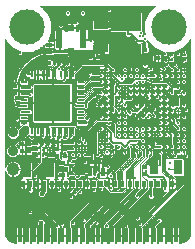
<source format=gtl>
G75*
%MOIN*%
%OFA0B0*%
%FSLAX25Y25*%
%IPPOS*%
%LPD*%
%AMOC8*
5,1,8,0,0,1.08239X$1,22.5*
%
%ADD10R,0.01575X0.01181*%
%ADD11R,0.01181X0.01575*%
%ADD12R,0.02362X0.01575*%
%ADD13R,0.01575X0.03150*%
%ADD14R,0.09843X0.05906*%
%ADD15R,0.00394X0.00394*%
%ADD16C,0.00394*%
%ADD17C,0.00200*%
%ADD18R,0.12205X0.12205*%
%ADD19R,0.00984X0.02362*%
%ADD20R,0.02362X0.00984*%
%ADD21R,0.05118X0.02756*%
%ADD22R,0.01969X0.02756*%
%ADD23R,0.02362X0.05906*%
%ADD24R,0.01969X0.02362*%
%ADD25R,0.02362X0.01378*%
%ADD26C,0.00984*%
%ADD27R,0.01378X0.00787*%
%ADD28R,0.01181X0.04921*%
%ADD29R,0.01181X0.02362*%
%ADD30C,0.03543*%
%ADD31C,0.04331*%
%ADD32R,0.02756X0.05118*%
%ADD33C,0.00794*%
%ADD34C,0.00787*%
%ADD35C,0.11811*%
%ADD36C,0.00591*%
%ADD37C,0.00236*%
%ADD38C,0.01187*%
%ADD39C,0.01772*%
%ADD40C,0.01181*%
%ADD41C,0.00800*%
%ADD42C,0.00354*%
%ADD43C,0.01969*%
%ADD44C,0.00394*%
D10*
X0170409Y0097378D03*
X0170409Y0099740D03*
X0213913Y0109543D03*
X0213913Y0111906D03*
X0213913Y0072772D03*
X0213913Y0070409D03*
D11*
X0198362Y0074346D03*
X0196000Y0074346D03*
X0186945Y0076512D03*
X0186945Y0078874D03*
X0186945Y0081236D03*
X0184583Y0081236D03*
X0184583Y0078874D03*
X0184583Y0076512D03*
X0175134Y0078087D03*
X0175134Y0080449D03*
X0172772Y0080449D03*
X0172772Y0078087D03*
X0195567Y0109583D03*
X0197929Y0109583D03*
X0215724Y0109150D03*
X0218087Y0109150D03*
D12*
X0186157Y0074281D03*
X0186157Y0070081D03*
D13*
X0195475Y0071079D03*
X0199675Y0071079D03*
D14*
X0207417Y0110961D03*
X0207417Y0121197D03*
D15*
G36*
X0190604Y0072181D02*
X0190882Y0072459D01*
X0191160Y0072181D01*
X0190882Y0071903D01*
X0190604Y0072181D01*
G37*
D16*
X0189189Y0070882D03*
X0189189Y0073480D03*
X0192575Y0073480D03*
X0192575Y0070882D03*
D17*
X0193269Y0070882D01*
X0193465Y0071079D01*
X0193382Y0071169D02*
X0192272Y0071169D01*
X0192073Y0070971D02*
X0193382Y0070971D01*
X0193382Y0070772D02*
X0191875Y0070772D01*
X0191768Y0070665D02*
X0192516Y0071413D01*
X0193382Y0071413D01*
X0193382Y0070390D01*
X0191768Y0070390D01*
X0191768Y0070665D01*
X0191768Y0070574D02*
X0193382Y0070574D01*
X0193382Y0071368D02*
X0192470Y0071368D01*
X0192041Y0071765D02*
X0189723Y0071765D01*
X0189921Y0071566D02*
X0191842Y0071566D01*
X0191644Y0071368D02*
X0190120Y0071368D01*
X0190318Y0071169D02*
X0191445Y0071169D01*
X0191247Y0070971D02*
X0190517Y0070971D01*
X0190715Y0070772D02*
X0191048Y0070772D01*
X0190882Y0070606D02*
X0192457Y0072181D01*
X0190882Y0073756D01*
X0189307Y0072181D01*
X0190882Y0070606D01*
X0189996Y0070574D02*
X0188382Y0070574D01*
X0188382Y0070390D02*
X0188382Y0071413D01*
X0189248Y0071413D01*
X0189996Y0070665D01*
X0189996Y0070390D01*
X0188382Y0070390D01*
X0188382Y0070772D02*
X0189889Y0070772D01*
X0189691Y0070971D02*
X0188382Y0070971D01*
X0188382Y0071169D02*
X0189492Y0071169D01*
X0189293Y0071368D02*
X0188382Y0071368D01*
X0189326Y0072162D02*
X0192438Y0072162D01*
X0192278Y0072360D02*
X0189486Y0072360D01*
X0189685Y0072559D02*
X0192079Y0072559D01*
X0191881Y0072758D02*
X0189883Y0072758D01*
X0190082Y0072956D02*
X0191682Y0072956D01*
X0191484Y0073155D02*
X0190280Y0073155D01*
X0190479Y0073353D02*
X0191285Y0073353D01*
X0191087Y0073552D02*
X0190677Y0073552D01*
X0190876Y0073750D02*
X0190888Y0073750D01*
X0191768Y0073750D02*
X0193382Y0073750D01*
X0193382Y0073552D02*
X0191913Y0073552D01*
X0191768Y0073697D02*
X0192516Y0072949D01*
X0193382Y0072949D01*
X0193382Y0073972D01*
X0191768Y0073972D01*
X0191768Y0073697D01*
X0191768Y0073949D02*
X0193382Y0073949D01*
X0193382Y0073353D02*
X0192112Y0073353D01*
X0192310Y0073155D02*
X0193382Y0073155D01*
X0193382Y0072956D02*
X0192509Y0072956D01*
X0192240Y0071963D02*
X0189524Y0071963D01*
X0189248Y0072949D02*
X0188382Y0072949D01*
X0188382Y0073972D01*
X0189996Y0073972D01*
X0189996Y0073697D01*
X0189248Y0072949D01*
X0189255Y0072956D02*
X0188382Y0072956D01*
X0188382Y0073155D02*
X0189454Y0073155D01*
X0189652Y0073353D02*
X0188382Y0073353D01*
X0188382Y0073552D02*
X0189851Y0073552D01*
X0189996Y0073750D02*
X0188382Y0073750D01*
X0188382Y0073949D02*
X0189996Y0073949D01*
X0189701Y0075724D02*
X0190488Y0075724D01*
X0191669Y0076906D01*
X0197732Y0076743D02*
X0197969Y0076979D01*
X0197969Y0084386D01*
X0199150Y0085567D01*
X0201118Y0087535D02*
X0201209Y0087535D01*
X0201709Y0087035D01*
X0202482Y0088337D02*
X0197602Y0088337D01*
X0194490Y0085224D01*
X0191815Y0085224D01*
X0190291Y0086748D01*
X0182024Y0086748D01*
X0181866Y0084780D02*
X0181866Y0083165D01*
X0182220Y0082811D01*
X0183795Y0083008D02*
X0183795Y0084740D01*
X0183835Y0084780D01*
X0185764Y0084740D02*
X0185764Y0082811D01*
X0185764Y0084740D02*
X0185803Y0084780D01*
X0187732Y0084740D02*
X0187732Y0083008D01*
X0188913Y0082857D02*
X0189740Y0083684D01*
X0189740Y0084780D01*
X0187772Y0084780D02*
X0187732Y0084740D01*
X0192063Y0082575D02*
X0192063Y0081236D01*
X0191669Y0080843D01*
X0194419Y0088709D02*
X0195214Y0089504D01*
X0199150Y0089504D01*
X0200724Y0089504D02*
X0201118Y0089504D01*
X0202482Y0088337D02*
X0203579Y0087240D01*
X0203579Y0083106D01*
X0204268Y0082417D01*
X0212142Y0082417D01*
X0212929Y0081630D01*
X0212929Y0079661D02*
X0213520Y0079071D01*
X0213520Y0076315D01*
X0209716Y0072511D01*
X0209716Y0065710D01*
X0205129Y0061123D01*
X0194814Y0061123D01*
X0188520Y0054828D01*
X0188520Y0050008D01*
X0193244Y0050008D02*
X0193244Y0053795D01*
X0195500Y0056051D01*
X0195500Y0056131D01*
X0195908Y0056539D01*
X0195988Y0056539D01*
X0198168Y0058719D01*
X0198168Y0058795D01*
X0198168Y0058719D02*
X0199583Y0060134D01*
X0206591Y0060134D01*
X0212186Y0065729D01*
X0212186Y0073997D01*
X0214504Y0076315D01*
X0214504Y0077299D01*
X0214898Y0077693D01*
X0216279Y0078280D02*
X0216279Y0076939D01*
X0212826Y0073486D01*
X0212826Y0069695D01*
X0213635Y0068885D01*
X0213964Y0068885D01*
X0214555Y0068295D01*
X0214555Y0065539D01*
X0208165Y0059150D01*
X0201472Y0059150D01*
X0195606Y0053283D01*
X0195606Y0050008D01*
X0200331Y0050008D02*
X0200331Y0053598D01*
X0204937Y0058205D01*
X0214898Y0058205D01*
X0221591Y0064898D01*
X0221591Y0069031D01*
X0219335Y0071287D01*
X0219335Y0077193D01*
X0218835Y0077693D01*
X0220409Y0077693D02*
X0220409Y0071889D01*
X0222086Y0070213D01*
X0222378Y0070213D01*
X0224150Y0068441D01*
X0224150Y0065488D01*
X0215902Y0057240D01*
X0206571Y0057240D01*
X0202693Y0053362D01*
X0202693Y0050008D01*
X0207417Y0050008D02*
X0207417Y0053087D01*
X0209780Y0054228D02*
X0209780Y0050008D01*
X0212142Y0050008D02*
X0212142Y0052299D01*
X0226736Y0066894D01*
X0226736Y0075137D01*
X0225976Y0075897D01*
X0224100Y0075897D01*
X0224097Y0075894D01*
X0221296Y0075894D01*
X0221197Y0075993D01*
X0220409Y0077693D02*
X0220803Y0078087D01*
X0220803Y0079661D01*
X0222772Y0077693D02*
X0222772Y0077627D01*
X0223808Y0076591D01*
X0224740Y0077693D02*
X0225134Y0077693D01*
X0227496Y0077360D02*
X0227501Y0077365D01*
X0227501Y0078869D01*
X0226709Y0079661D01*
X0227496Y0077360D02*
X0227496Y0076512D01*
X0224740Y0072772D02*
X0224610Y0072181D01*
X0224164Y0072627D01*
X0223833Y0072627D01*
X0223387Y0072181D01*
X0221847Y0072181D01*
X0218638Y0073362D02*
X0217457Y0073362D01*
X0216866Y0072772D01*
X0214209Y0070508D02*
X0213913Y0070409D01*
X0212535Y0076709D02*
X0207481Y0071654D01*
X0207481Y0065587D01*
X0206219Y0064325D01*
X0202156Y0064325D01*
X0199150Y0067331D01*
X0197969Y0069031D02*
X0200414Y0069031D01*
X0201042Y0069659D01*
X0201042Y0070136D01*
X0207024Y0076118D01*
X0207024Y0077693D01*
X0208992Y0076118D02*
X0203874Y0071000D01*
X0203874Y0067331D01*
X0203874Y0068638D01*
X0206236Y0067331D02*
X0206236Y0071589D01*
X0210961Y0076314D01*
X0210961Y0077693D01*
X0212535Y0078087D02*
X0212535Y0076709D01*
X0212535Y0078087D02*
X0210961Y0079661D01*
X0208992Y0079661D02*
X0208992Y0076118D01*
X0205055Y0079465D02*
X0204661Y0079071D01*
X0205055Y0079465D02*
X0205055Y0079661D01*
X0203087Y0079661D02*
X0202220Y0078795D01*
X0200843Y0078795D01*
X0200103Y0078056D01*
X0200103Y0077527D01*
X0199110Y0076533D01*
X0199110Y0076512D01*
X0202417Y0076630D02*
X0203087Y0077299D01*
X0203087Y0077693D01*
X0201118Y0081630D02*
X0201197Y0081709D01*
X0203087Y0091472D02*
X0203087Y0092063D01*
X0203177Y0093350D02*
X0203177Y0100257D01*
X0203480Y0100560D01*
X0201118Y0101315D02*
X0199543Y0099740D01*
X0196394Y0099740D01*
X0193835Y0097181D01*
X0192299Y0097181D01*
X0192299Y0095213D02*
X0193125Y0095213D01*
X0196471Y0098559D01*
X0199937Y0098559D01*
X0200724Y0099346D01*
X0201118Y0099346D01*
X0201118Y0097378D02*
X0200526Y0097378D01*
X0198755Y0095607D01*
X0198520Y0095607D01*
X0198520Y0095606D01*
X0195685Y0092772D01*
X0195685Y0092089D01*
X0192903Y0089307D01*
X0192299Y0089307D01*
X0192299Y0091276D02*
X0192901Y0091276D01*
X0194622Y0092997D01*
X0194622Y0094269D01*
X0196333Y0095980D01*
X0196965Y0095980D01*
X0198362Y0097378D01*
X0199150Y0097378D01*
X0198452Y0097378D01*
X0199150Y0093441D02*
X0197575Y0093441D01*
X0203177Y0093350D02*
X0205055Y0091472D01*
X0207024Y0091472D02*
X0207516Y0090980D01*
X0207024Y0093441D02*
X0207024Y0093598D01*
X0206236Y0094386D01*
X0207024Y0095409D02*
X0208795Y0095409D01*
X0208992Y0095606D01*
X0212929Y0097378D02*
X0214307Y0096000D01*
X0214898Y0096000D01*
X0219189Y0102220D02*
X0218835Y0102575D01*
X0218835Y0103283D01*
X0218835Y0105252D02*
X0219609Y0105252D01*
X0220016Y0105658D01*
X0221197Y0106827D02*
X0222772Y0105252D01*
X0223756Y0106827D02*
X0224740Y0105843D01*
X0224740Y0105252D01*
X0226512Y0108205D02*
X0226906Y0108598D01*
X0226906Y0110173D02*
X0226906Y0111111D01*
X0226827Y0111190D01*
X0222575Y0110173D02*
X0220606Y0108205D01*
X0222575Y0108598D02*
X0222772Y0108796D01*
X0216079Y0108887D02*
X0206236Y0108887D01*
X0206236Y0109085D02*
X0216079Y0109085D01*
X0216079Y0109284D02*
X0206236Y0109284D01*
X0206236Y0109482D02*
X0216079Y0109482D01*
X0216079Y0109681D02*
X0206236Y0109681D01*
X0206236Y0109879D02*
X0216079Y0109879D01*
X0216079Y0110078D02*
X0206236Y0110078D01*
X0206236Y0110276D02*
X0216079Y0110276D01*
X0216079Y0110370D02*
X0216079Y0107220D01*
X0206236Y0107220D01*
X0206236Y0112732D01*
X0210173Y0112732D01*
X0210173Y0110370D01*
X0216079Y0110370D01*
X0216079Y0108688D02*
X0206236Y0108688D01*
X0206236Y0108490D02*
X0216079Y0108490D01*
X0216079Y0108291D02*
X0206236Y0108291D01*
X0206236Y0108093D02*
X0216079Y0108093D01*
X0216079Y0107894D02*
X0206236Y0107894D01*
X0206236Y0107695D02*
X0216079Y0107695D01*
X0216079Y0107497D02*
X0206236Y0107497D01*
X0206236Y0107298D02*
X0216079Y0107298D01*
X0215843Y0105540D02*
X0215186Y0105540D01*
X0214898Y0105252D01*
X0210961Y0105265D02*
X0210961Y0105252D01*
X0210961Y0105265D02*
X0210961Y0105345D01*
X0208795Y0105449D02*
X0208598Y0105252D01*
X0207024Y0105252D01*
X0205252Y0103283D02*
X0206236Y0102299D01*
X0205252Y0103283D02*
X0205055Y0103283D01*
X0203087Y0105252D02*
X0201118Y0107220D01*
X0190094Y0107220D01*
X0187772Y0104898D01*
X0187772Y0103677D01*
X0189740Y0103677D02*
X0192496Y0106433D01*
X0199937Y0106433D01*
X0201118Y0105252D01*
X0199150Y0103283D02*
X0195606Y0103283D01*
X0193441Y0101118D01*
X0192299Y0101118D01*
X0192299Y0099150D02*
X0193015Y0099150D01*
X0195590Y0101725D01*
X0198953Y0101725D01*
X0198953Y0101512D01*
X0199150Y0101315D01*
X0196394Y0109583D02*
X0188323Y0109583D01*
X0188323Y0111748D01*
X0196394Y0111748D01*
X0196394Y0113362D01*
X0199898Y0113362D01*
X0199937Y0110961D01*
X0198182Y0110961D01*
X0198154Y0110988D01*
X0197414Y0110988D01*
X0197387Y0110961D01*
X0196787Y0110961D01*
X0196394Y0110567D01*
X0196394Y0109583D01*
X0196394Y0109681D02*
X0188323Y0109681D01*
X0188323Y0109879D02*
X0196394Y0109879D01*
X0196394Y0110078D02*
X0188323Y0110078D01*
X0188323Y0110276D02*
X0196394Y0110276D01*
X0196394Y0110475D02*
X0188323Y0110475D01*
X0188323Y0110673D02*
X0196500Y0110673D01*
X0196698Y0110872D02*
X0188323Y0110872D01*
X0188323Y0111070D02*
X0199935Y0111070D01*
X0199932Y0111269D02*
X0188323Y0111269D01*
X0188323Y0111467D02*
X0199929Y0111467D01*
X0199925Y0111666D02*
X0188323Y0111666D01*
X0188126Y0107220D02*
X0185803Y0104898D01*
X0185803Y0103677D01*
X0185803Y0102521D01*
X0185764Y0103283D01*
X0186591Y0101924D02*
X0184406Y0101924D01*
X0183835Y0102496D01*
X0183835Y0103677D01*
X0183835Y0105409D01*
X0185587Y0107161D01*
X0183795Y0107220D02*
X0181866Y0105291D01*
X0181866Y0103677D01*
X0181901Y0103712D01*
X0181866Y0103712D01*
X0181866Y0103639D01*
X0181866Y0103677D02*
X0181866Y0105213D01*
X0196394Y0111864D02*
X0199922Y0111864D01*
X0199919Y0112063D02*
X0196394Y0112063D01*
X0196394Y0112261D02*
X0199916Y0112261D01*
X0199912Y0112460D02*
X0196394Y0112460D01*
X0196394Y0112658D02*
X0199909Y0112658D01*
X0199906Y0112857D02*
X0196394Y0112857D01*
X0196394Y0113055D02*
X0199903Y0113055D01*
X0199899Y0113254D02*
X0196394Y0113254D01*
X0206236Y0112658D02*
X0210173Y0112658D01*
X0210173Y0112460D02*
X0206236Y0112460D01*
X0206236Y0112261D02*
X0210173Y0112261D01*
X0210173Y0112063D02*
X0206236Y0112063D01*
X0206236Y0111864D02*
X0210173Y0111864D01*
X0210173Y0111666D02*
X0206236Y0111666D01*
X0206236Y0111467D02*
X0210173Y0111467D01*
X0210173Y0111269D02*
X0206236Y0111269D01*
X0206236Y0111070D02*
X0210173Y0111070D01*
X0210173Y0110872D02*
X0206236Y0110872D01*
X0206236Y0110673D02*
X0210173Y0110673D01*
X0210173Y0110475D02*
X0206236Y0110475D01*
X0226564Y0101170D02*
X0226709Y0101315D01*
X0225882Y0098520D02*
X0224740Y0097378D01*
X0226709Y0097378D02*
X0226915Y0097584D01*
X0218559Y0084071D02*
X0218835Y0083795D01*
X0218835Y0083598D01*
X0214898Y0079661D02*
X0216279Y0078280D01*
X0210961Y0083598D02*
X0210961Y0083953D01*
X0211945Y0084937D01*
X0212929Y0085370D02*
X0212929Y0085567D01*
X0210961Y0085567D02*
X0210961Y0085370D01*
X0197969Y0069031D02*
X0196787Y0067850D01*
X0196787Y0067331D01*
X0192063Y0067331D02*
X0192063Y0065675D01*
X0190399Y0064011D01*
X0188913Y0064898D02*
X0189701Y0065685D01*
X0189701Y0067331D01*
X0192063Y0067331D02*
X0192063Y0067063D01*
X0184976Y0067331D02*
X0184976Y0065094D01*
X0182220Y0071787D02*
X0181035Y0072973D01*
X0181035Y0079657D01*
X0181827Y0080449D01*
X0179858Y0080449D02*
X0178874Y0079465D01*
X0178874Y0074543D01*
X0176118Y0071787D01*
X0174346Y0071787D01*
X0169661Y0078165D02*
X0169661Y0079141D01*
X0174430Y0083909D01*
X0175921Y0082417D01*
X0175921Y0082405D01*
X0174430Y0083909D02*
X0174740Y0084220D01*
X0174740Y0086258D01*
X0175110Y0086628D01*
X0175110Y0088741D01*
X0174543Y0089307D01*
X0173402Y0089307D01*
X0173402Y0087339D02*
X0169740Y0083677D01*
X0169740Y0083205D01*
X0170016Y0083598D01*
X0169740Y0083677D02*
X0169740Y0084346D01*
X0173382Y0087319D02*
X0173402Y0087339D01*
X0179858Y0084740D02*
X0179858Y0083008D01*
X0179858Y0084740D02*
X0179898Y0084780D01*
X0180291Y0057772D02*
X0175540Y0057772D01*
X0180291Y0057772D02*
X0183795Y0054268D01*
X0183795Y0050008D01*
X0183795Y0048120D01*
X0209780Y0054228D02*
X0211433Y0055882D01*
X0212142Y0050008D02*
X0212142Y0048205D01*
X0212181Y0048165D01*
X0212142Y0049740D02*
X0212142Y0050008D01*
D18*
X0182850Y0094228D03*
D19*
X0181866Y0084780D03*
X0179898Y0084780D03*
X0177929Y0084780D03*
X0175961Y0084780D03*
X0183835Y0084780D03*
X0185803Y0084780D03*
X0187772Y0084780D03*
X0189740Y0084780D03*
X0189740Y0103677D03*
X0187772Y0103677D03*
X0185803Y0103677D03*
X0183835Y0103677D03*
X0181866Y0103677D03*
X0179898Y0103677D03*
X0177929Y0103677D03*
X0175961Y0103677D03*
D20*
X0173402Y0101118D03*
X0173402Y0099150D03*
X0173402Y0097181D03*
X0173402Y0095213D03*
X0173402Y0093244D03*
X0173402Y0091276D03*
X0173402Y0089307D03*
X0173402Y0087339D03*
X0192299Y0087339D03*
X0192299Y0089307D03*
X0192299Y0091276D03*
X0192299Y0093244D03*
X0192299Y0095213D03*
X0192299Y0097181D03*
X0192299Y0099150D03*
X0192299Y0101118D03*
D21*
X0198992Y0112378D03*
X0198992Y0120252D03*
D22*
X0189189Y0111039D03*
D23*
X0193126Y0115370D03*
X0185252Y0115370D03*
D24*
X0189189Y0119307D03*
D25*
X0181787Y0113618D03*
X0181787Y0111059D03*
D26*
X0199150Y0105252D03*
X0201118Y0105252D03*
X0201118Y0103283D03*
X0201118Y0101315D03*
X0199150Y0101315D03*
X0199150Y0103283D03*
X0203087Y0103283D03*
X0205055Y0103283D03*
X0207024Y0103283D03*
X0208992Y0103283D03*
X0210961Y0103283D03*
X0212929Y0103283D03*
X0212929Y0101315D03*
X0212929Y0099346D03*
X0212929Y0097378D03*
X0210961Y0097378D03*
X0210961Y0099346D03*
X0208992Y0099346D03*
X0208992Y0097378D03*
X0207024Y0097378D03*
X0207024Y0099346D03*
X0205055Y0099346D03*
X0205055Y0097378D03*
X0205055Y0095409D03*
X0205055Y0093441D03*
X0205055Y0091472D03*
X0205055Y0089504D03*
X0205055Y0087535D03*
X0205055Y0085567D03*
X0205055Y0083598D03*
X0207024Y0083598D03*
X0208992Y0083598D03*
X0210961Y0083598D03*
X0212929Y0083598D03*
X0212929Y0081630D03*
X0212929Y0079661D03*
X0210961Y0079661D03*
X0210961Y0077693D03*
X0208992Y0079661D03*
X0207024Y0079661D03*
X0207024Y0077693D03*
X0205055Y0079661D03*
X0203087Y0079661D03*
X0203087Y0077693D03*
X0201118Y0077693D03*
X0199150Y0077693D03*
X0199150Y0079661D03*
X0201118Y0079661D03*
X0201118Y0081630D03*
X0199150Y0081630D03*
X0201118Y0083598D03*
X0201118Y0085567D03*
X0199150Y0085567D03*
X0201118Y0087535D03*
X0201118Y0089504D03*
X0199150Y0089504D03*
X0201118Y0091472D03*
X0203087Y0091472D03*
X0201118Y0093441D03*
X0199150Y0093441D03*
X0201118Y0095409D03*
X0201118Y0097378D03*
X0199150Y0097378D03*
X0201118Y0099346D03*
X0203087Y0105252D03*
X0207024Y0105252D03*
X0210961Y0105252D03*
X0214898Y0105252D03*
X0214898Y0103283D03*
X0216866Y0103283D03*
X0218835Y0103283D03*
X0220803Y0103283D03*
X0222772Y0103283D03*
X0224740Y0103283D03*
X0224740Y0101315D03*
X0224740Y0099346D03*
X0224740Y0097378D03*
X0224740Y0095409D03*
X0224740Y0093441D03*
X0224740Y0091472D03*
X0224740Y0089504D03*
X0224740Y0087535D03*
X0224740Y0085567D03*
X0224740Y0083598D03*
X0224740Y0081630D03*
X0224740Y0079661D03*
X0224740Y0077693D03*
X0222772Y0077693D03*
X0222772Y0079661D03*
X0220803Y0079661D03*
X0218835Y0079661D03*
X0218835Y0077693D03*
X0216866Y0079661D03*
X0214898Y0079661D03*
X0214898Y0077693D03*
X0214898Y0083598D03*
X0216866Y0083598D03*
X0218835Y0083598D03*
X0220803Y0083598D03*
X0220803Y0085567D03*
X0218835Y0085567D03*
X0218835Y0087535D03*
X0220803Y0087535D03*
X0220803Y0089504D03*
X0218835Y0089504D03*
X0218835Y0091472D03*
X0220803Y0091472D03*
X0222772Y0091472D03*
X0220803Y0093441D03*
X0218835Y0093441D03*
X0218835Y0095409D03*
X0220803Y0095409D03*
X0220803Y0097378D03*
X0218835Y0097378D03*
X0218835Y0099346D03*
X0220803Y0099346D03*
X0216866Y0099346D03*
X0216866Y0097378D03*
X0214898Y0097378D03*
X0214898Y0099346D03*
X0214898Y0093441D03*
X0214898Y0091472D03*
X0214898Y0089504D03*
X0212929Y0089504D03*
X0210961Y0089504D03*
X0210961Y0091472D03*
X0212929Y0091472D03*
X0212929Y0093441D03*
X0210961Y0093441D03*
X0207024Y0093441D03*
X0207024Y0095409D03*
X0207024Y0091472D03*
X0207024Y0089504D03*
X0207024Y0087535D03*
X0207024Y0085567D03*
X0208992Y0085567D03*
X0210961Y0085567D03*
X0212929Y0085567D03*
X0214898Y0085567D03*
X0216866Y0085567D03*
X0226709Y0085567D03*
X0226709Y0081630D03*
X0226709Y0079661D03*
X0226709Y0077693D03*
X0226709Y0089504D03*
X0226709Y0093441D03*
X0226709Y0097378D03*
X0226709Y0101315D03*
X0226709Y0103283D03*
X0226709Y0105252D03*
X0224740Y0105252D03*
X0222772Y0105252D03*
X0218835Y0105252D03*
X0193638Y0080843D03*
X0191669Y0080843D03*
X0189701Y0080843D03*
X0189701Y0078874D03*
X0191669Y0078874D03*
X0191669Y0076906D03*
X0189701Y0076906D03*
X0193638Y0076906D03*
X0193638Y0078874D03*
X0181827Y0078480D03*
X0181827Y0076512D03*
X0179858Y0076512D03*
X0177890Y0076512D03*
X0177890Y0078480D03*
X0179858Y0078480D03*
X0179858Y0080449D03*
X0177890Y0080449D03*
X0181827Y0080449D03*
D27*
X0222575Y0108598D03*
X0222575Y0110173D03*
X0226906Y0110173D03*
X0226906Y0108598D03*
D28*
X0223953Y0050008D03*
X0221591Y0050008D03*
X0219228Y0050008D03*
X0216866Y0050008D03*
X0214504Y0050008D03*
X0212142Y0050008D03*
X0209780Y0050008D03*
X0207417Y0050008D03*
X0205055Y0050008D03*
X0202693Y0050008D03*
X0200331Y0050008D03*
X0197969Y0050008D03*
X0195606Y0050008D03*
X0193244Y0050008D03*
X0190882Y0050008D03*
X0188520Y0050008D03*
X0186157Y0050008D03*
X0183795Y0050008D03*
X0181433Y0050008D03*
X0179071Y0050008D03*
X0176709Y0050008D03*
X0174346Y0050008D03*
X0171984Y0050008D03*
D29*
X0173165Y0067331D03*
X0175528Y0067331D03*
X0177890Y0067331D03*
X0180252Y0067331D03*
X0182614Y0067331D03*
X0184976Y0067331D03*
X0187339Y0067331D03*
X0189701Y0067331D03*
X0192063Y0067331D03*
X0194425Y0067331D03*
X0196787Y0067331D03*
X0199150Y0067331D03*
X0201512Y0067331D03*
X0203874Y0067331D03*
X0206236Y0067331D03*
X0208598Y0067331D03*
X0210961Y0067331D03*
X0213323Y0067331D03*
X0215685Y0067331D03*
X0218047Y0067331D03*
X0220409Y0067331D03*
X0222772Y0067331D03*
D30*
X0169661Y0078165D03*
X0169740Y0084346D03*
D31*
X0169661Y0072142D03*
D32*
X0174346Y0071787D03*
X0182220Y0071787D03*
X0216866Y0072772D03*
X0224740Y0072772D03*
D33*
X0221847Y0072181D03*
X0218638Y0073362D03*
X0221197Y0075993D03*
X0223808Y0076591D03*
X0225134Y0077693D03*
X0227496Y0076512D03*
X0222772Y0079799D03*
X0219819Y0078520D03*
X0219819Y0082063D03*
X0218559Y0084071D03*
X0216866Y0085567D03*
X0216079Y0086945D03*
X0214898Y0085567D03*
X0214898Y0083598D03*
X0212929Y0083598D03*
X0211945Y0084937D03*
X0212929Y0085370D03*
X0210961Y0085370D03*
X0208992Y0085567D03*
X0209386Y0087010D03*
X0207024Y0089504D03*
X0207516Y0090980D03*
X0208598Y0090685D03*
X0208992Y0092260D03*
X0210961Y0093441D03*
X0211039Y0095843D03*
X0208992Y0095606D03*
X0208992Y0097378D03*
X0208992Y0099346D03*
X0207024Y0099346D03*
X0205055Y0099346D03*
X0203480Y0100560D03*
X0203087Y0103283D03*
X0206236Y0102299D03*
X0207024Y0103283D03*
X0208992Y0103283D03*
X0210961Y0103283D03*
X0212929Y0103283D03*
X0210961Y0105265D03*
X0208795Y0105449D03*
X0210961Y0100921D03*
X0212944Y0099354D03*
X0214898Y0099346D03*
X0216472Y0101118D03*
X0216866Y0103302D03*
X0215843Y0105540D03*
X0220016Y0105658D03*
X0221197Y0106827D03*
X0220606Y0108205D03*
X0222772Y0108796D03*
X0223756Y0106827D03*
X0226512Y0108205D03*
X0224740Y0110501D03*
X0226827Y0111190D03*
X0220409Y0110501D03*
X0218362Y0110685D03*
X0213913Y0115619D03*
X0213126Y0116603D03*
X0212535Y0117587D03*
X0211945Y0116603D03*
X0207811Y0114898D03*
X0205724Y0117299D03*
X0201591Y0115528D03*
X0198638Y0118087D03*
X0194701Y0120449D03*
X0192732Y0119858D03*
X0190882Y0120835D03*
X0185606Y0119898D03*
X0183913Y0119425D03*
X0182102Y0115528D03*
X0181638Y0113622D03*
X0179150Y0112378D03*
X0179346Y0109228D03*
X0182496Y0109425D03*
X0183795Y0107220D03*
X0185587Y0107161D03*
X0185093Y0105608D03*
X0188126Y0107220D03*
X0185685Y0110134D03*
X0181866Y0103639D03*
X0183008Y0098953D03*
X0183008Y0096984D03*
X0183008Y0095016D03*
X0183008Y0093047D03*
X0183008Y0091079D03*
X0180646Y0091079D03*
X0180646Y0093047D03*
X0180646Y0095016D03*
X0180646Y0096984D03*
X0180646Y0098953D03*
X0185370Y0098953D03*
X0185370Y0096984D03*
X0185370Y0095016D03*
X0185370Y0093047D03*
X0190094Y0098165D03*
X0186591Y0101924D03*
X0195488Y0100567D03*
X0195526Y0104033D03*
X0197850Y0104110D03*
X0196827Y0097142D03*
X0195764Y0094425D03*
X0197575Y0093441D03*
X0196000Y0090488D03*
X0194419Y0088709D03*
X0194066Y0087343D03*
X0193441Y0085921D03*
X0193835Y0082811D03*
X0193047Y0081827D03*
X0193638Y0080843D03*
X0192063Y0082575D03*
X0188913Y0082857D03*
X0187732Y0083008D03*
X0185764Y0082811D03*
X0184583Y0081236D03*
X0182890Y0081315D03*
X0182220Y0082811D03*
X0183795Y0083008D03*
X0179858Y0083008D03*
X0178165Y0081866D03*
X0175921Y0082405D03*
X0171984Y0080449D03*
X0171315Y0082378D03*
X0170016Y0083598D03*
X0171027Y0088717D03*
X0170291Y0091551D03*
X0168520Y0092535D03*
X0171039Y0095409D03*
X0168559Y0097339D03*
X0168441Y0100291D03*
X0169630Y0102598D03*
X0168323Y0104661D03*
X0170094Y0106276D03*
X0168835Y0109189D03*
X0172181Y0110764D03*
X0173441Y0109622D03*
X0175409Y0111000D03*
X0173008Y0101906D03*
X0175554Y0099346D03*
X0182024Y0086748D03*
X0179858Y0076512D03*
X0177890Y0076512D03*
X0177102Y0069819D03*
X0184976Y0065094D03*
X0185449Y0063087D03*
X0186945Y0060173D03*
X0185213Y0058520D03*
X0181748Y0058598D03*
X0181827Y0061354D03*
X0174819Y0062181D03*
X0175540Y0057772D03*
X0173835Y0055291D03*
X0175921Y0052890D03*
X0169307Y0049701D03*
X0168441Y0053008D03*
X0168283Y0057890D03*
X0168441Y0062772D03*
X0184583Y0053087D03*
X0186157Y0053677D03*
X0189701Y0054071D03*
X0191079Y0053677D03*
X0193244Y0055252D03*
X0196197Y0055843D03*
X0197575Y0054071D03*
X0199150Y0053677D03*
X0201118Y0053283D03*
X0205055Y0053480D03*
X0207417Y0053087D03*
X0212142Y0053874D03*
X0211433Y0055882D03*
X0215134Y0053913D03*
X0220449Y0053756D03*
X0221157Y0057457D03*
X0227024Y0057693D03*
X0226787Y0061354D03*
X0222693Y0067287D03*
X0225528Y0068638D03*
X0217260Y0065094D03*
X0212654Y0064925D03*
X0210961Y0063191D03*
X0208992Y0061157D03*
X0202339Y0062811D03*
X0202489Y0065692D03*
X0204661Y0065488D03*
X0199150Y0065488D03*
X0196787Y0065094D03*
X0196394Y0063323D03*
X0192063Y0064504D03*
X0190399Y0064011D03*
X0188913Y0064898D03*
X0189110Y0062732D03*
X0189504Y0060961D03*
X0198168Y0058795D03*
X0208598Y0069425D03*
X0210567Y0069109D03*
X0213949Y0071498D03*
X0213677Y0072575D03*
X0209780Y0076118D03*
X0204661Y0079071D03*
X0202417Y0076630D03*
X0199110Y0076512D03*
X0199150Y0077693D03*
X0197732Y0076743D03*
X0196000Y0076906D03*
X0196000Y0079268D03*
X0196787Y0082811D03*
X0199150Y0081630D03*
X0201197Y0081709D03*
X0201709Y0084976D03*
X0202181Y0086065D03*
X0201709Y0087035D03*
X0200724Y0089504D03*
X0201118Y0091472D03*
X0203087Y0092063D03*
X0202693Y0090094D03*
X0205055Y0087535D03*
X0205055Y0085567D03*
X0205055Y0083598D03*
X0207024Y0083598D03*
X0210653Y0081341D03*
X0216893Y0080764D03*
X0219898Y0086591D03*
X0222535Y0085606D03*
X0226039Y0088441D03*
X0227535Y0091906D03*
X0227457Y0095252D03*
X0227417Y0099701D03*
X0226709Y0101315D03*
X0226709Y0103283D03*
X0219189Y0102220D03*
X0220803Y0097378D03*
X0222590Y0095228D03*
X0217654Y0096197D03*
X0216945Y0094071D03*
X0216866Y0092260D03*
X0216079Y0090882D03*
X0216866Y0089898D03*
X0212929Y0089504D03*
X0214898Y0093441D03*
X0214898Y0096000D03*
X0206236Y0094386D03*
X0205055Y0093441D03*
X0203874Y0097181D03*
X0200528Y0096197D03*
X0189701Y0076906D03*
X0189701Y0075724D03*
X0188670Y0074851D03*
X0186551Y0077102D03*
X0192378Y0073980D03*
X0193816Y0074524D03*
X0197557Y0071246D03*
X0198283Y0072012D03*
X0197181Y0070016D03*
X0201315Y0072969D03*
X0187935Y0069851D03*
X0226669Y0083323D03*
X0227260Y0052850D03*
X0226000Y0050055D03*
X0213638Y0124858D03*
X0211866Y0125252D03*
X0201709Y0125068D03*
D34*
X0204465Y0120252D02*
X0206787Y0122575D01*
X0207811Y0122575D01*
X0207850Y0122535D01*
X0207417Y0121197D02*
X0207378Y0120252D01*
X0207955Y0120252D01*
X0207955Y0117260D01*
X0207955Y0117063D01*
X0207955Y0117260D02*
X0209189Y0117260D01*
X0211551Y0114898D01*
X0213126Y0114898D01*
X0213913Y0114110D01*
X0213913Y0111906D01*
X0213913Y0109543D02*
X0213782Y0109412D01*
X0213782Y0106720D01*
X0214898Y0103283D02*
X0216866Y0103283D01*
X0216866Y0103302D01*
X0216472Y0101118D02*
X0213717Y0102299D01*
X0212378Y0102299D02*
X0212142Y0102299D01*
X0212040Y0102198D01*
X0210511Y0102198D01*
X0210488Y0102220D01*
X0209189Y0100921D01*
X0205449Y0100921D01*
X0203087Y0103283D01*
X0207024Y0099346D02*
X0207024Y0097378D01*
X0205055Y0097378D01*
X0201118Y0095606D02*
X0200528Y0096197D01*
X0201118Y0095606D02*
X0201118Y0095409D01*
X0208992Y0092260D02*
X0209780Y0091472D01*
X0210961Y0091472D01*
X0212929Y0093441D01*
X0212929Y0091472D02*
X0214898Y0093441D01*
X0214898Y0091472D02*
X0212929Y0089504D01*
X0210961Y0089504D02*
X0209386Y0087929D01*
X0209386Y0087010D01*
X0210961Y0089504D02*
X0212929Y0091472D01*
X0214898Y0091472D02*
X0215291Y0091472D01*
X0216866Y0089898D01*
X0223126Y0088756D02*
X0223504Y0088378D01*
X0223504Y0087024D01*
X0224740Y0085788D01*
X0224740Y0085567D01*
X0222489Y0083441D02*
X0222489Y0079944D01*
X0222772Y0079661D01*
X0222772Y0079799D01*
X0218835Y0079661D02*
X0216866Y0079661D01*
X0216866Y0080737D01*
X0216893Y0080764D01*
X0210653Y0081341D02*
X0208703Y0081341D01*
X0207024Y0079661D01*
X0205843Y0080843D01*
X0203087Y0080843D01*
X0202496Y0081433D01*
X0202496Y0084189D01*
X0201709Y0084976D01*
X0201118Y0085567D01*
X0194066Y0087343D02*
X0192294Y0087343D01*
X0192299Y0087339D01*
X0192299Y0093244D02*
X0190737Y0093244D01*
X0190540Y0093441D01*
X0189701Y0080843D02*
X0187339Y0080843D01*
X0186945Y0081236D01*
X0186945Y0078874D02*
X0189701Y0078874D01*
X0193638Y0076906D02*
X0196000Y0076906D01*
X0196000Y0074346D01*
X0195475Y0071079D02*
X0193465Y0071079D01*
X0192575Y0070882D02*
X0191315Y0069622D01*
X0191079Y0069622D01*
X0189189Y0070882D02*
X0188613Y0071458D01*
X0188613Y0072468D01*
X0188717Y0072572D01*
X0188717Y0073480D01*
X0186958Y0073480D01*
X0186157Y0074281D01*
X0184583Y0075856D01*
X0184583Y0075921D01*
X0184583Y0076512D01*
X0181827Y0076512D01*
X0177890Y0078480D02*
X0175134Y0078480D01*
X0175134Y0078087D01*
X0175134Y0080449D02*
X0177890Y0080449D01*
X0186157Y0074281D02*
X0186551Y0074543D01*
X0188717Y0073480D02*
X0189189Y0073480D01*
X0192378Y0073980D02*
X0192575Y0073480D01*
X0175528Y0067331D02*
X0175528Y0065094D01*
X0174346Y0050008D02*
X0174346Y0049740D01*
X0174346Y0049543D01*
X0213677Y0072575D02*
X0214110Y0072575D01*
X0213913Y0072772D01*
X0213913Y0070409D02*
X0214307Y0070213D01*
X0215094Y0069425D01*
X0219622Y0069425D01*
X0220409Y0068638D01*
X0220409Y0067331D01*
X0220409Y0065488D01*
X0215685Y0067331D02*
X0215685Y0063126D01*
X0218480Y0054937D02*
X0216866Y0053323D01*
X0216866Y0050008D01*
X0221591Y0050008D02*
X0221622Y0050039D01*
X0221622Y0050331D01*
X0221630Y0049583D01*
X0221787Y0049543D02*
X0221787Y0050835D01*
X0221591Y0050008D01*
X0175239Y0091315D02*
X0173441Y0091315D01*
X0173402Y0091276D01*
X0173402Y0097181D02*
X0175554Y0097181D01*
X0175554Y0096972D01*
X0175357Y0099150D02*
X0173402Y0099150D01*
X0175357Y0099150D02*
X0175554Y0099346D01*
X0173402Y0101118D02*
X0173008Y0101512D01*
X0173008Y0101906D01*
X0174740Y0103677D02*
X0175921Y0103677D01*
X0174740Y0103677D02*
X0174661Y0103756D01*
X0195567Y0109583D02*
X0195705Y0109642D01*
X0197784Y0110094D02*
X0198008Y0109701D01*
X0197929Y0109583D01*
X0207417Y0110961D02*
X0207417Y0112339D01*
X0208402Y0113323D01*
X0207378Y0120252D02*
X0205409Y0120252D01*
X0216472Y0101118D02*
X0221000Y0101118D01*
X0222772Y0099346D01*
X0222772Y0097746D01*
X0222640Y0097614D01*
X0222772Y0099346D02*
X0224740Y0099346D01*
X0224740Y0099320D01*
X0224740Y0095409D02*
X0224740Y0093441D01*
X0223506Y0093441D01*
X0223113Y0093047D01*
D35*
X0221591Y0119425D03*
X0174346Y0119425D03*
D36*
X0181375Y0111039D02*
X0181827Y0111039D01*
X0189189Y0111039D01*
X0181375Y0111039D02*
X0181151Y0111036D01*
X0180927Y0111028D01*
X0180703Y0111015D01*
X0180480Y0110996D01*
X0180257Y0110972D01*
X0180035Y0110943D01*
X0179814Y0110909D01*
X0179593Y0110869D01*
X0179374Y0110824D01*
X0179156Y0110774D01*
X0178938Y0110718D01*
X0178723Y0110658D01*
X0178509Y0110592D01*
X0178296Y0110521D01*
X0178085Y0110445D01*
X0177876Y0110365D01*
X0177669Y0110279D01*
X0177464Y0110188D01*
X0177262Y0110093D01*
X0177061Y0109992D01*
X0176863Y0109887D01*
X0176668Y0109778D01*
X0176475Y0109663D01*
X0176285Y0109545D01*
X0176098Y0109421D01*
X0175914Y0109293D01*
X0175733Y0109161D01*
X0175556Y0109025D01*
X0175381Y0108884D01*
X0175210Y0108740D01*
X0175043Y0108591D01*
X0174879Y0108438D01*
X0174718Y0108282D01*
X0173155Y0106719D01*
X0170016Y0102589D02*
X0170016Y0102496D01*
X0170016Y0102589D02*
X0169630Y0102598D01*
X0170554Y0100045D02*
X0170409Y0099740D01*
X0170409Y0097378D02*
X0170389Y0097358D01*
X0170409Y0097378D02*
X0170409Y0097279D01*
X0170409Y0097378D02*
X0170803Y0097082D01*
X0171039Y0095409D02*
X0173205Y0095409D01*
X0173402Y0095213D01*
X0170389Y0097358D02*
X0170321Y0097287D01*
X0170256Y0097214D01*
X0170194Y0097139D01*
X0170134Y0097061D01*
X0170077Y0096981D01*
X0170024Y0096899D01*
X0169973Y0096815D01*
X0169926Y0096729D01*
X0169881Y0096642D01*
X0169841Y0096553D01*
X0169803Y0096462D01*
X0169769Y0096370D01*
X0169738Y0096277D01*
X0169711Y0096183D01*
X0169688Y0096088D01*
X0169668Y0095992D01*
X0169651Y0095895D01*
X0169638Y0095798D01*
X0169629Y0095701D01*
X0169624Y0095603D01*
X0169622Y0095505D01*
X0169624Y0095412D01*
X0169630Y0095318D01*
X0169639Y0095226D01*
X0169653Y0095133D01*
X0169670Y0095041D01*
X0169691Y0094951D01*
X0169716Y0094860D01*
X0169744Y0094772D01*
X0169776Y0094684D01*
X0169811Y0094598D01*
X0169851Y0094513D01*
X0169893Y0094430D01*
X0169939Y0094348D01*
X0169988Y0094269D01*
X0170041Y0094192D01*
X0170096Y0094117D01*
X0170155Y0094044D01*
X0170217Y0093974D01*
X0170281Y0093907D01*
X0170348Y0093842D01*
X0170418Y0093780D01*
X0170490Y0093721D01*
X0170565Y0093664D01*
X0170642Y0093611D01*
X0170721Y0093562D01*
X0170802Y0093515D01*
X0170884Y0093472D01*
X0170969Y0093432D01*
X0170969Y0093433D02*
X0171394Y0093244D01*
X0173402Y0093244D01*
X0170553Y0100045D02*
X0170551Y0100275D01*
X0170555Y0100505D01*
X0170564Y0100734D01*
X0170579Y0100963D01*
X0170599Y0101192D01*
X0170625Y0101420D01*
X0170657Y0101648D01*
X0170694Y0101874D01*
X0170737Y0102100D01*
X0170786Y0102325D01*
X0170840Y0102548D01*
X0170899Y0102770D01*
X0170964Y0102990D01*
X0171034Y0103209D01*
X0171109Y0103426D01*
X0171190Y0103641D01*
X0171276Y0103854D01*
X0171367Y0104065D01*
X0171464Y0104273D01*
X0171565Y0104479D01*
X0171672Y0104683D01*
X0171783Y0104884D01*
X0171899Y0105082D01*
X0172021Y0105277D01*
X0172147Y0105469D01*
X0172277Y0105658D01*
X0172412Y0105843D01*
X0172552Y0106026D01*
X0172696Y0106205D01*
X0172845Y0106380D01*
X0172998Y0106551D01*
X0173154Y0106719D01*
X0212378Y0102299D02*
X0212517Y0102299D01*
X0213341Y0102299D02*
X0213717Y0102299D01*
X0213949Y0071498D02*
X0213949Y0070508D01*
X0214209Y0070508D01*
D37*
X0167091Y0050921D02*
X0167204Y0050062D01*
X0168063Y0048574D01*
X0170882Y0048574D01*
X0170882Y0048809D02*
X0167927Y0048809D01*
X0167792Y0049043D02*
X0170882Y0049043D01*
X0170882Y0049278D02*
X0167656Y0049278D01*
X0167521Y0049513D02*
X0170882Y0049513D01*
X0170882Y0049748D02*
X0167385Y0049748D01*
X0167250Y0049982D02*
X0171866Y0049982D01*
X0171866Y0049890D02*
X0170882Y0049890D01*
X0170882Y0047602D01*
X0170409Y0047602D01*
X0169550Y0047715D01*
X0168063Y0048574D01*
X0168470Y0048339D02*
X0170882Y0048339D01*
X0170882Y0048104D02*
X0168877Y0048104D01*
X0169283Y0047870D02*
X0170882Y0047870D01*
X0170882Y0047635D02*
X0170161Y0047635D01*
X0170882Y0050126D02*
X0171866Y0050126D01*
X0171866Y0049890D01*
X0171866Y0050126D02*
X0171866Y0052980D01*
X0171292Y0052980D01*
X0171104Y0052902D01*
X0170960Y0052758D01*
X0170882Y0052570D01*
X0170882Y0050126D01*
X0170882Y0050217D02*
X0167183Y0050217D01*
X0167152Y0050452D02*
X0170882Y0050452D01*
X0170882Y0050687D02*
X0167121Y0050687D01*
X0167091Y0050921D02*
X0170882Y0050921D01*
X0170882Y0051156D02*
X0167091Y0051156D01*
X0167091Y0051391D02*
X0170882Y0051391D01*
X0170882Y0051625D02*
X0167091Y0051625D01*
X0167091Y0051860D02*
X0170882Y0051860D01*
X0170882Y0052095D02*
X0167091Y0052095D01*
X0167091Y0052330D02*
X0170882Y0052330D01*
X0170882Y0052564D02*
X0167091Y0052564D01*
X0167091Y0052799D02*
X0171001Y0052799D01*
X0171866Y0052799D02*
X0172102Y0052799D01*
X0172102Y0052980D02*
X0172102Y0050126D01*
X0171866Y0050126D01*
X0171866Y0050217D02*
X0172102Y0050217D01*
X0172102Y0050126D02*
X0173087Y0050126D01*
X0173087Y0052570D01*
X0173009Y0052758D01*
X0172865Y0052902D01*
X0172677Y0052980D01*
X0172102Y0052980D01*
X0172102Y0052564D02*
X0171866Y0052564D01*
X0171866Y0052330D02*
X0172102Y0052330D01*
X0172102Y0052095D02*
X0171866Y0052095D01*
X0171866Y0051860D02*
X0172102Y0051860D01*
X0172102Y0051625D02*
X0171866Y0051625D01*
X0171866Y0051391D02*
X0172102Y0051391D01*
X0172102Y0051156D02*
X0171866Y0051156D01*
X0171866Y0050921D02*
X0172102Y0050921D01*
X0172102Y0050687D02*
X0171866Y0050687D01*
X0171866Y0050452D02*
X0172102Y0050452D01*
X0172102Y0050126D02*
X0172102Y0049890D01*
X0173087Y0049890D01*
X0173087Y0047602D01*
X0173438Y0047602D01*
X0173438Y0049359D01*
X0173435Y0049362D01*
X0173435Y0050118D01*
X0173438Y0050121D01*
X0173438Y0052600D01*
X0173624Y0052787D01*
X0175069Y0052787D01*
X0175255Y0052600D01*
X0175255Y0050121D01*
X0175258Y0050118D01*
X0175258Y0049362D01*
X0175255Y0049359D01*
X0175255Y0047602D01*
X0175606Y0047602D01*
X0175606Y0049890D01*
X0176591Y0049890D01*
X0176591Y0050126D01*
X0176591Y0052980D01*
X0176016Y0052980D01*
X0175828Y0052902D01*
X0175684Y0052758D01*
X0175606Y0052570D01*
X0175606Y0050126D01*
X0176591Y0050126D01*
X0176827Y0050126D01*
X0177811Y0050126D01*
X0177811Y0052570D01*
X0177733Y0052758D01*
X0177589Y0052902D01*
X0177401Y0052980D01*
X0176827Y0052980D01*
X0176827Y0050126D01*
X0176827Y0049890D01*
X0177811Y0049890D01*
X0177811Y0047602D01*
X0178162Y0047602D01*
X0178162Y0053474D01*
X0177867Y0053769D01*
X0177867Y0054766D01*
X0178572Y0055472D01*
X0179570Y0055472D01*
X0180275Y0054766D01*
X0180275Y0053769D01*
X0179980Y0053474D01*
X0179980Y0047602D01*
X0180331Y0047602D01*
X0180331Y0049890D01*
X0181315Y0049890D01*
X0181315Y0050126D01*
X0181315Y0052980D01*
X0180741Y0052980D01*
X0180553Y0052902D01*
X0180409Y0052758D01*
X0180331Y0052570D01*
X0180331Y0050126D01*
X0181315Y0050126D01*
X0181551Y0050126D01*
X0181551Y0052980D01*
X0182125Y0052980D01*
X0182314Y0052902D01*
X0182458Y0052758D01*
X0182535Y0052570D01*
X0182535Y0050126D01*
X0181551Y0050126D01*
X0181551Y0049890D01*
X0182535Y0049890D01*
X0182535Y0047602D01*
X0182887Y0047602D01*
X0182887Y0052600D01*
X0183073Y0052787D01*
X0183377Y0052787D01*
X0183377Y0054095D01*
X0180118Y0057354D01*
X0176133Y0057354D01*
X0175836Y0057057D01*
X0175244Y0057057D01*
X0174825Y0057476D01*
X0174825Y0058068D01*
X0175244Y0058487D01*
X0175836Y0058487D01*
X0176133Y0058190D01*
X0180465Y0058190D01*
X0184213Y0054441D01*
X0184213Y0053728D01*
X0184287Y0053802D01*
X0184879Y0053802D01*
X0185298Y0053383D01*
X0185298Y0052911D01*
X0185465Y0052980D01*
X0185843Y0052980D01*
X0185443Y0053381D01*
X0185443Y0053973D01*
X0184213Y0053973D01*
X0184213Y0054208D02*
X0185677Y0054208D01*
X0185861Y0054392D02*
X0185443Y0053973D01*
X0185443Y0053738D02*
X0184942Y0053738D01*
X0185177Y0053503D02*
X0185443Y0053503D01*
X0185555Y0053269D02*
X0185298Y0053269D01*
X0185298Y0053034D02*
X0185790Y0053034D01*
X0186472Y0052980D02*
X0186872Y0053381D01*
X0186872Y0053973D01*
X0188102Y0053973D01*
X0188102Y0054208D02*
X0186638Y0054208D01*
X0186454Y0054392D02*
X0185861Y0054392D01*
X0186454Y0054392D02*
X0186872Y0053973D01*
X0186872Y0053738D02*
X0188102Y0053738D01*
X0188102Y0053503D02*
X0186872Y0053503D01*
X0186760Y0053269D02*
X0188102Y0053269D01*
X0188102Y0053034D02*
X0186525Y0053034D01*
X0186472Y0052980D02*
X0186850Y0052980D01*
X0187038Y0052902D01*
X0187182Y0052758D01*
X0187260Y0052570D01*
X0187260Y0050126D01*
X0186276Y0050126D01*
X0186276Y0049890D01*
X0187260Y0049890D01*
X0187260Y0047602D01*
X0187611Y0047602D01*
X0187611Y0052600D01*
X0187797Y0052787D01*
X0188102Y0052787D01*
X0188102Y0055002D01*
X0194396Y0061296D01*
X0194641Y0061541D01*
X0204956Y0061541D01*
X0209053Y0065638D01*
X0208716Y0065638D01*
X0208716Y0067213D01*
X0208480Y0067213D01*
X0208480Y0065638D01*
X0207906Y0065638D01*
X0207899Y0065641D01*
X0207899Y0065413D01*
X0207654Y0065169D01*
X0206637Y0064151D01*
X0206392Y0063906D01*
X0201983Y0063906D01*
X0201738Y0064151D01*
X0199965Y0065924D01*
X0199872Y0065831D01*
X0199817Y0065831D01*
X0199865Y0065784D01*
X0199865Y0065192D01*
X0199446Y0064773D01*
X0198853Y0064773D01*
X0198435Y0065192D01*
X0198435Y0065784D01*
X0198482Y0065831D01*
X0198427Y0065831D01*
X0198241Y0066018D01*
X0198241Y0068613D01*
X0198142Y0068613D01*
X0197696Y0068168D01*
X0197696Y0066018D01*
X0197510Y0065831D01*
X0196065Y0065831D01*
X0195879Y0066018D01*
X0195879Y0068644D01*
X0196065Y0068830D01*
X0197176Y0068830D01*
X0197795Y0069450D01*
X0198376Y0069450D01*
X0198376Y0070961D01*
X0199557Y0070961D01*
X0199557Y0071197D01*
X0199557Y0073165D01*
X0199283Y0073165D01*
X0199387Y0073269D01*
X0199465Y0073457D01*
X0199465Y0074228D01*
X0198480Y0074228D01*
X0198480Y0073047D01*
X0198557Y0073047D01*
X0198454Y0072943D01*
X0198376Y0072755D01*
X0198376Y0071197D01*
X0199557Y0071197D01*
X0199793Y0071197D01*
X0199793Y0073165D01*
X0200564Y0073165D01*
X0200600Y0073150D01*
X0200600Y0073265D01*
X0201019Y0073683D01*
X0201611Y0073683D01*
X0202030Y0073265D01*
X0202030Y0072672D01*
X0201611Y0072254D01*
X0201019Y0072254D01*
X0200974Y0072298D01*
X0200974Y0071197D01*
X0199793Y0071197D01*
X0199793Y0070961D01*
X0200974Y0070961D01*
X0200974Y0070660D01*
X0206606Y0076291D01*
X0206606Y0076965D01*
X0206213Y0077357D01*
X0206213Y0078029D01*
X0206688Y0078503D01*
X0207359Y0078503D01*
X0207834Y0078029D01*
X0207834Y0077357D01*
X0207442Y0076965D01*
X0207442Y0075945D01*
X0207197Y0075700D01*
X0207197Y0075700D01*
X0202385Y0070888D01*
X0202638Y0070888D01*
X0203172Y0070354D01*
X0203172Y0069599D01*
X0202638Y0069065D01*
X0201882Y0069065D01*
X0201460Y0069487D01*
X0201460Y0069486D01*
X0201215Y0069241D01*
X0201215Y0069241D01*
X0200997Y0069024D01*
X0201394Y0069024D01*
X0201394Y0067449D01*
X0201630Y0067449D01*
X0201630Y0069024D01*
X0202204Y0069024D01*
X0202392Y0068946D01*
X0202536Y0068802D01*
X0202614Y0068614D01*
X0202614Y0067449D01*
X0201630Y0067449D01*
X0201630Y0067213D01*
X0202614Y0067213D01*
X0202614Y0066407D01*
X0202785Y0066407D01*
X0202965Y0066227D01*
X0202965Y0068644D01*
X0203152Y0068830D01*
X0203456Y0068830D01*
X0203456Y0071173D01*
X0203701Y0071418D01*
X0208574Y0076291D01*
X0208574Y0078934D01*
X0208182Y0079326D01*
X0208182Y0079813D01*
X0207834Y0079465D01*
X0207834Y0079326D01*
X0207359Y0078851D01*
X0206688Y0078851D01*
X0206213Y0079326D01*
X0206213Y0079465D01*
X0205865Y0079813D01*
X0205865Y0079326D01*
X0205391Y0078851D01*
X0205376Y0078851D01*
X0205376Y0078775D01*
X0204958Y0078356D01*
X0204365Y0078356D01*
X0203946Y0078775D01*
X0203946Y0079367D01*
X0204245Y0079665D01*
X0204245Y0079997D01*
X0204379Y0080131D01*
X0203763Y0080131D01*
X0203897Y0079997D01*
X0203897Y0079326D01*
X0203422Y0078851D01*
X0202868Y0078851D01*
X0202394Y0078377D01*
X0201580Y0078377D01*
X0201928Y0078029D01*
X0201928Y0077357D01*
X0201454Y0076883D01*
X0200782Y0076883D01*
X0200417Y0077248D01*
X0200277Y0077108D01*
X0199825Y0076657D01*
X0199825Y0076216D01*
X0199406Y0075797D01*
X0198814Y0075797D01*
X0198395Y0076216D01*
X0198395Y0076395D01*
X0198028Y0076028D01*
X0197436Y0076028D01*
X0197017Y0076447D01*
X0197017Y0077039D01*
X0197436Y0077458D01*
X0197550Y0077458D01*
X0197550Y0084559D01*
X0197795Y0084804D01*
X0197795Y0084804D01*
X0198339Y0085348D01*
X0198339Y0085903D01*
X0198814Y0086377D01*
X0199485Y0086377D01*
X0199960Y0085903D01*
X0199960Y0085231D01*
X0199485Y0084757D01*
X0198931Y0084757D01*
X0198387Y0084213D01*
X0198387Y0082287D01*
X0198581Y0082481D01*
X0198950Y0082634D01*
X0199032Y0082634D01*
X0199032Y0081748D01*
X0199268Y0081748D01*
X0200154Y0081748D01*
X0200154Y0081830D01*
X0200001Y0082199D01*
X0199718Y0082481D01*
X0199349Y0082634D01*
X0199268Y0082634D01*
X0199268Y0081748D01*
X0199268Y0081512D01*
X0200154Y0081512D01*
X0200154Y0081430D01*
X0200001Y0081061D01*
X0199718Y0080779D01*
X0199349Y0080626D01*
X0199268Y0080626D01*
X0199268Y0081512D01*
X0199032Y0081512D01*
X0199032Y0080626D01*
X0198950Y0080626D01*
X0198581Y0080779D01*
X0198387Y0080973D01*
X0198387Y0080044D01*
X0198814Y0080472D01*
X0199485Y0080472D01*
X0199960Y0079997D01*
X0199960Y0079326D01*
X0199485Y0078851D01*
X0198814Y0078851D01*
X0198387Y0079279D01*
X0198387Y0078350D01*
X0198581Y0078544D01*
X0198950Y0078697D01*
X0199032Y0078697D01*
X0199032Y0077811D01*
X0199268Y0077811D01*
X0199685Y0077811D01*
X0199685Y0077700D01*
X0199560Y0077575D01*
X0199268Y0077575D01*
X0199268Y0077811D01*
X0199268Y0078697D01*
X0199349Y0078697D01*
X0199718Y0078544D01*
X0199859Y0078403D01*
X0200408Y0078952D01*
X0200267Y0079093D01*
X0200114Y0079462D01*
X0200114Y0079543D01*
X0201000Y0079543D01*
X0201000Y0079779D01*
X0200114Y0079779D01*
X0200114Y0079861D01*
X0200267Y0080230D01*
X0200549Y0080513D01*
X0200918Y0080665D01*
X0201000Y0080665D01*
X0201000Y0079780D01*
X0201236Y0079780D01*
X0201236Y0080665D01*
X0201318Y0080665D01*
X0201687Y0080513D01*
X0201969Y0080230D01*
X0202122Y0079861D01*
X0202122Y0079779D01*
X0201236Y0079779D01*
X0201236Y0079543D01*
X0202122Y0079543D01*
X0202122Y0079462D01*
X0202019Y0079213D01*
X0202047Y0079213D01*
X0202276Y0079442D01*
X0202276Y0079997D01*
X0202601Y0080322D01*
X0202375Y0080548D01*
X0201784Y0081138D01*
X0201784Y0081150D01*
X0201454Y0080820D01*
X0200782Y0080820D01*
X0200308Y0081294D01*
X0200308Y0081966D01*
X0200782Y0082440D01*
X0201454Y0082440D01*
X0201470Y0082424D01*
X0201493Y0082424D01*
X0201784Y0082132D01*
X0201784Y0082845D01*
X0201784Y0082845D01*
X0201687Y0082747D01*
X0201318Y0082594D01*
X0201236Y0082594D01*
X0201236Y0083480D01*
X0201000Y0083480D01*
X0201000Y0082594D01*
X0200918Y0082594D01*
X0200549Y0082747D01*
X0200267Y0083030D01*
X0200114Y0083399D01*
X0200114Y0083480D01*
X0201000Y0083480D01*
X0201000Y0083716D01*
X0200114Y0083716D01*
X0200114Y0083798D01*
X0200267Y0084167D01*
X0200549Y0084450D01*
X0200918Y0084602D01*
X0201000Y0084602D01*
X0201000Y0083717D01*
X0201236Y0083717D01*
X0201236Y0084438D01*
X0200994Y0084680D01*
X0200994Y0084685D01*
X0200922Y0084757D01*
X0200782Y0084757D01*
X0200308Y0085231D01*
X0200308Y0085903D01*
X0200782Y0086377D01*
X0201356Y0086377D01*
X0201008Y0086725D01*
X0200782Y0086725D01*
X0200308Y0087200D01*
X0200308Y0087871D01*
X0200356Y0087919D01*
X0197776Y0087919D01*
X0194663Y0084806D01*
X0191642Y0084806D01*
X0191397Y0085051D01*
X0190550Y0085898D01*
X0190550Y0083467D01*
X0190364Y0083280D01*
X0189928Y0083280D01*
X0189628Y0082981D01*
X0189628Y0082561D01*
X0189210Y0082143D01*
X0188617Y0082143D01*
X0188248Y0082512D01*
X0188028Y0082293D01*
X0187716Y0082293D01*
X0187854Y0082155D01*
X0187854Y0081554D01*
X0189267Y0081554D01*
X0189365Y0081653D01*
X0190036Y0081653D01*
X0190511Y0081178D01*
X0190511Y0080507D01*
X0190036Y0080032D01*
X0189365Y0080032D01*
X0189267Y0080131D01*
X0186223Y0080131D01*
X0186036Y0080317D01*
X0186036Y0082096D01*
X0185685Y0082096D01*
X0185685Y0081354D01*
X0184701Y0081354D01*
X0184701Y0081118D01*
X0185685Y0081118D01*
X0185685Y0080347D01*
X0185607Y0080159D01*
X0185503Y0080055D01*
X0185607Y0079951D01*
X0185685Y0079763D01*
X0185685Y0078992D01*
X0184701Y0078992D01*
X0184701Y0078756D01*
X0185685Y0078756D01*
X0185685Y0077985D01*
X0185607Y0077797D01*
X0185463Y0077653D01*
X0185326Y0077596D01*
X0185491Y0077431D01*
X0185491Y0076302D01*
X0185494Y0076299D01*
X0185494Y0075951D01*
X0185857Y0075589D01*
X0185843Y0075623D01*
X0185843Y0076394D01*
X0186827Y0076394D01*
X0186827Y0076630D01*
X0186827Y0077769D01*
X0187063Y0077769D01*
X0187063Y0076630D01*
X0186827Y0076630D01*
X0185843Y0076630D01*
X0185843Y0077401D01*
X0185920Y0077589D01*
X0186064Y0077733D01*
X0186201Y0077790D01*
X0186036Y0077955D01*
X0186036Y0079793D01*
X0186223Y0079980D01*
X0187667Y0079980D01*
X0187854Y0079793D01*
X0187854Y0079586D01*
X0189267Y0079586D01*
X0189365Y0079684D01*
X0190036Y0079684D01*
X0190511Y0079210D01*
X0190511Y0078538D01*
X0190036Y0078064D01*
X0189365Y0078064D01*
X0189267Y0078162D01*
X0187854Y0078162D01*
X0187854Y0077955D01*
X0187688Y0077790D01*
X0187825Y0077733D01*
X0187969Y0077589D01*
X0188047Y0077401D01*
X0188047Y0076630D01*
X0187063Y0076630D01*
X0187063Y0076394D01*
X0188047Y0076394D01*
X0188047Y0075623D01*
X0187969Y0075434D01*
X0187825Y0075291D01*
X0187642Y0075215D01*
X0187657Y0075200D01*
X0187657Y0074192D01*
X0188010Y0074192D01*
X0188164Y0074346D01*
X0187955Y0074555D01*
X0187955Y0075147D01*
X0188374Y0075566D01*
X0188966Y0075566D01*
X0188986Y0075547D01*
X0188986Y0076021D01*
X0189213Y0076248D01*
X0188891Y0076570D01*
X0188891Y0077241D01*
X0189365Y0077716D01*
X0190036Y0077716D01*
X0190511Y0077241D01*
X0190511Y0076570D01*
X0190189Y0076248D01*
X0190294Y0076143D01*
X0190315Y0076143D01*
X0190859Y0076687D01*
X0190859Y0077241D01*
X0191334Y0077716D01*
X0192005Y0077716D01*
X0192480Y0077241D01*
X0192480Y0076570D01*
X0192005Y0076095D01*
X0191450Y0076095D01*
X0190906Y0075551D01*
X0190661Y0075306D01*
X0190294Y0075306D01*
X0189997Y0075009D01*
X0189405Y0075009D01*
X0189385Y0075029D01*
X0189385Y0074555D01*
X0189221Y0074391D01*
X0190169Y0074391D01*
X0190414Y0074146D01*
X0190414Y0073524D01*
X0189666Y0072776D01*
X0189428Y0072538D01*
X0189428Y0072277D01*
X0189325Y0072174D01*
X0189325Y0071831D01*
X0189421Y0071831D01*
X0189666Y0071587D01*
X0190414Y0070839D01*
X0190414Y0070247D01*
X0190701Y0070534D01*
X0191220Y0070534D01*
X0191350Y0070663D01*
X0191350Y0070839D01*
X0192098Y0071587D01*
X0192343Y0071831D01*
X0193555Y0071831D01*
X0193596Y0071791D01*
X0194369Y0071791D01*
X0194369Y0072785D01*
X0194556Y0072972D01*
X0196394Y0072972D01*
X0196580Y0072785D01*
X0196580Y0070426D01*
X0196885Y0070731D01*
X0197061Y0070731D01*
X0196842Y0070950D01*
X0196842Y0071542D01*
X0197261Y0071961D01*
X0197853Y0071961D01*
X0198272Y0071542D01*
X0198272Y0070950D01*
X0197853Y0070531D01*
X0197677Y0070531D01*
X0197896Y0070312D01*
X0197896Y0069720D01*
X0197477Y0069301D01*
X0196885Y0069301D01*
X0196580Y0069605D01*
X0196580Y0069372D01*
X0196394Y0069186D01*
X0194556Y0069186D01*
X0194369Y0069372D01*
X0194369Y0070367D01*
X0193800Y0070367D01*
X0193800Y0070217D01*
X0193555Y0069972D01*
X0192671Y0069972D01*
X0192027Y0069327D01*
X0191991Y0069291D01*
X0191991Y0069244D01*
X0191576Y0068830D01*
X0192785Y0068830D01*
X0192972Y0068644D01*
X0192972Y0066018D01*
X0192785Y0065831D01*
X0192481Y0065831D01*
X0192481Y0065502D01*
X0192236Y0065257D01*
X0192198Y0065219D01*
X0192359Y0065219D01*
X0192778Y0064800D01*
X0192778Y0064208D01*
X0192359Y0063789D01*
X0191767Y0063789D01*
X0191348Y0064208D01*
X0191348Y0064369D01*
X0191113Y0064135D01*
X0191113Y0063715D01*
X0190695Y0063296D01*
X0190102Y0063296D01*
X0189684Y0063715D01*
X0189684Y0064307D01*
X0190102Y0064726D01*
X0190522Y0064726D01*
X0191628Y0065831D01*
X0191341Y0065831D01*
X0191154Y0066018D01*
X0191154Y0068644D01*
X0191221Y0068710D01*
X0190701Y0068710D01*
X0190167Y0069244D01*
X0190167Y0069972D01*
X0188650Y0069972D01*
X0188650Y0069555D01*
X0188232Y0069136D01*
X0187827Y0069136D01*
X0187781Y0069024D01*
X0188031Y0069024D01*
X0188219Y0068946D01*
X0188363Y0068802D01*
X0188441Y0068614D01*
X0188441Y0067449D01*
X0187457Y0067449D01*
X0187457Y0067213D01*
X0188441Y0067213D01*
X0188441Y0066048D01*
X0188363Y0065860D01*
X0188219Y0065716D01*
X0188031Y0065638D01*
X0187457Y0065638D01*
X0187457Y0067213D01*
X0187220Y0067213D01*
X0186236Y0067213D01*
X0186236Y0066048D01*
X0186314Y0065860D01*
X0186458Y0065716D01*
X0186646Y0065638D01*
X0187220Y0065638D01*
X0187220Y0067213D01*
X0187220Y0067449D01*
X0186236Y0067449D01*
X0186236Y0068614D01*
X0186306Y0068782D01*
X0186276Y0068782D01*
X0186276Y0069963D01*
X0186039Y0069963D01*
X0184465Y0069963D01*
X0184465Y0069192D01*
X0184542Y0069004D01*
X0184686Y0068860D01*
X0184759Y0068830D01*
X0184254Y0068830D01*
X0184068Y0068644D01*
X0184068Y0066018D01*
X0184254Y0065831D01*
X0184558Y0065831D01*
X0184558Y0065687D01*
X0184261Y0065391D01*
X0184261Y0064798D01*
X0184680Y0064380D01*
X0185273Y0064380D01*
X0185691Y0064798D01*
X0185691Y0065391D01*
X0185394Y0065687D01*
X0185394Y0065831D01*
X0185699Y0065831D01*
X0185885Y0066018D01*
X0185885Y0068644D01*
X0185747Y0068782D01*
X0186039Y0068782D01*
X0186039Y0069963D01*
X0186039Y0070199D01*
X0184465Y0070199D01*
X0184465Y0070970D01*
X0184542Y0071158D01*
X0184686Y0071302D01*
X0184875Y0071380D01*
X0186039Y0071380D01*
X0186039Y0070199D01*
X0186276Y0070199D01*
X0186276Y0071380D01*
X0187440Y0071380D01*
X0187628Y0071302D01*
X0187772Y0071158D01*
X0187850Y0070970D01*
X0187850Y0070566D01*
X0187964Y0070566D01*
X0187964Y0071100D01*
X0187901Y0071163D01*
X0187901Y0072763D01*
X0187906Y0072769D01*
X0186663Y0072769D01*
X0186256Y0073176D01*
X0184845Y0073176D01*
X0184658Y0073362D01*
X0184658Y0074774D01*
X0184422Y0075009D01*
X0184205Y0075009D01*
X0183671Y0075544D01*
X0183671Y0075800D01*
X0182261Y0075800D01*
X0182162Y0075702D01*
X0181491Y0075702D01*
X0181453Y0075740D01*
X0181453Y0074665D01*
X0183730Y0074665D01*
X0183917Y0074478D01*
X0183917Y0069097D01*
X0183730Y0068910D01*
X0183530Y0068910D01*
X0183639Y0068802D01*
X0183717Y0068614D01*
X0183717Y0067449D01*
X0182732Y0067449D01*
X0182732Y0067213D01*
X0183717Y0067213D01*
X0183717Y0066048D01*
X0183639Y0065860D01*
X0183495Y0065716D01*
X0183307Y0065638D01*
X0182732Y0065638D01*
X0182732Y0067213D01*
X0182496Y0067213D01*
X0181512Y0067213D01*
X0181512Y0066048D01*
X0181590Y0065860D01*
X0181734Y0065716D01*
X0181922Y0065638D01*
X0182496Y0065638D01*
X0182496Y0067213D01*
X0182496Y0067449D01*
X0181512Y0067449D01*
X0181512Y0068614D01*
X0181590Y0068802D01*
X0181698Y0068910D01*
X0180711Y0068910D01*
X0180524Y0069097D01*
X0180524Y0074478D01*
X0180617Y0074570D01*
X0180617Y0076124D01*
X0180194Y0075702D01*
X0179523Y0075702D01*
X0179292Y0075932D01*
X0179292Y0074370D01*
X0179047Y0074125D01*
X0176291Y0071369D01*
X0176043Y0071369D01*
X0176043Y0069097D01*
X0175856Y0068910D01*
X0174081Y0068910D01*
X0174190Y0068802D01*
X0174268Y0068614D01*
X0174268Y0067449D01*
X0173284Y0067449D01*
X0173284Y0067213D01*
X0174268Y0067213D01*
X0174268Y0066048D01*
X0174190Y0065860D01*
X0174046Y0065716D01*
X0173858Y0065638D01*
X0173283Y0065638D01*
X0173283Y0067213D01*
X0173047Y0067213D01*
X0172063Y0067213D01*
X0172063Y0066048D01*
X0172141Y0065860D01*
X0172285Y0065716D01*
X0172473Y0065638D01*
X0173047Y0065638D01*
X0173047Y0067213D01*
X0173047Y0067449D01*
X0172063Y0067449D01*
X0172063Y0068614D01*
X0172141Y0068802D01*
X0172285Y0068946D01*
X0172473Y0069024D01*
X0172723Y0069024D01*
X0172650Y0069097D01*
X0172650Y0074478D01*
X0172837Y0074665D01*
X0175856Y0074665D01*
X0176043Y0074478D01*
X0176043Y0072303D01*
X0178456Y0074716D01*
X0178456Y0075932D01*
X0178225Y0075702D01*
X0177554Y0075702D01*
X0177080Y0076176D01*
X0177080Y0076847D01*
X0177554Y0077322D01*
X0178225Y0077322D01*
X0178456Y0077091D01*
X0178456Y0077901D01*
X0178225Y0077670D01*
X0177554Y0077670D01*
X0177456Y0077769D01*
X0176043Y0077769D01*
X0176043Y0077167D01*
X0175856Y0076981D01*
X0174412Y0076981D01*
X0174225Y0077167D01*
X0174225Y0079006D01*
X0174412Y0079192D01*
X0177456Y0079192D01*
X0177554Y0079291D01*
X0178225Y0079291D01*
X0178456Y0079060D01*
X0178456Y0079638D01*
X0179048Y0080230D01*
X0179048Y0080784D01*
X0179523Y0081259D01*
X0180194Y0081259D01*
X0180668Y0080784D01*
X0180668Y0080113D01*
X0180194Y0079639D01*
X0179639Y0079639D01*
X0179362Y0079361D01*
X0179659Y0079484D01*
X0179740Y0079484D01*
X0179740Y0078598D01*
X0179976Y0078598D01*
X0179976Y0079484D01*
X0180058Y0079484D01*
X0180427Y0079331D01*
X0180617Y0079142D01*
X0180617Y0079830D01*
X0180861Y0080075D01*
X0181017Y0080230D01*
X0181017Y0080784D01*
X0181491Y0081259D01*
X0182162Y0081259D01*
X0182637Y0080784D01*
X0182637Y0080113D01*
X0182162Y0079639D01*
X0181608Y0079639D01*
X0181453Y0079484D01*
X0181453Y0079412D01*
X0181627Y0079484D01*
X0181709Y0079484D01*
X0181709Y0078598D01*
X0181945Y0078598D01*
X0182831Y0078598D01*
X0182831Y0078680D01*
X0182678Y0079049D01*
X0182395Y0079331D01*
X0182026Y0079484D01*
X0181945Y0079484D01*
X0181945Y0078598D01*
X0181945Y0078362D01*
X0181945Y0077476D01*
X0182026Y0077476D01*
X0182395Y0077629D01*
X0182678Y0077912D01*
X0182831Y0078281D01*
X0182831Y0078362D01*
X0181945Y0078362D01*
X0181709Y0078362D01*
X0181709Y0077476D01*
X0181627Y0077476D01*
X0181453Y0077549D01*
X0181453Y0077284D01*
X0181491Y0077322D01*
X0182162Y0077322D01*
X0182261Y0077224D01*
X0183674Y0077224D01*
X0183674Y0077431D01*
X0183839Y0077596D01*
X0183702Y0077653D01*
X0183558Y0077797D01*
X0183480Y0077985D01*
X0183480Y0078756D01*
X0184465Y0078756D01*
X0184465Y0078992D01*
X0184465Y0081118D01*
X0184701Y0081118D01*
X0184701Y0079937D01*
X0184701Y0078992D01*
X0184465Y0078992D01*
X0183480Y0078992D01*
X0183480Y0079763D01*
X0183558Y0079951D01*
X0183662Y0080055D01*
X0183558Y0080159D01*
X0183480Y0080347D01*
X0183480Y0081118D01*
X0184465Y0081118D01*
X0184465Y0081354D01*
X0183480Y0081354D01*
X0183480Y0082125D01*
X0183550Y0082293D01*
X0183499Y0082293D01*
X0183080Y0082712D01*
X0183080Y0083304D01*
X0183134Y0083357D01*
X0183024Y0083467D01*
X0183024Y0086092D01*
X0183211Y0086279D01*
X0184459Y0086279D01*
X0184645Y0086092D01*
X0184645Y0083467D01*
X0184496Y0083318D01*
X0184510Y0083304D01*
X0184510Y0082712D01*
X0184334Y0082535D01*
X0184465Y0082535D01*
X0184465Y0081354D01*
X0184701Y0081354D01*
X0184701Y0082535D01*
X0185049Y0082535D01*
X0185049Y0083107D01*
X0185222Y0083280D01*
X0185179Y0083280D01*
X0184993Y0083467D01*
X0184993Y0086092D01*
X0185179Y0086279D01*
X0186427Y0086279D01*
X0186613Y0086092D01*
X0186613Y0083467D01*
X0186427Y0083280D01*
X0186306Y0083280D01*
X0186479Y0083107D01*
X0186479Y0082515D01*
X0186306Y0082342D01*
X0187387Y0082342D01*
X0187017Y0082712D01*
X0187017Y0083304D01*
X0187071Y0083357D01*
X0186961Y0083467D01*
X0186961Y0086092D01*
X0187148Y0086279D01*
X0188396Y0086279D01*
X0188582Y0086092D01*
X0188582Y0083537D01*
X0188617Y0083572D01*
X0188930Y0083572D01*
X0188930Y0086092D01*
X0189116Y0086279D01*
X0190169Y0086279D01*
X0190118Y0086330D01*
X0182617Y0086330D01*
X0182528Y0086241D01*
X0182676Y0086092D01*
X0182676Y0083467D01*
X0182626Y0083416D01*
X0182935Y0083107D01*
X0182935Y0082515D01*
X0182517Y0082096D01*
X0181924Y0082096D01*
X0181506Y0082515D01*
X0181506Y0082935D01*
X0181448Y0082992D01*
X0181448Y0083280D01*
X0181242Y0083280D01*
X0181056Y0083467D01*
X0181056Y0086092D01*
X0181242Y0086279D01*
X0181482Y0086279D01*
X0181309Y0086452D01*
X0181309Y0087044D01*
X0181727Y0087463D01*
X0182320Y0087463D01*
X0182617Y0087166D01*
X0190465Y0087166D01*
X0190800Y0086831D01*
X0190800Y0087962D01*
X0190986Y0088149D01*
X0193612Y0088149D01*
X0193706Y0088055D01*
X0193767Y0088055D01*
X0193770Y0088058D01*
X0194058Y0088058D01*
X0193704Y0088413D01*
X0193704Y0088589D01*
X0193612Y0088497D01*
X0190986Y0088497D01*
X0190800Y0088683D01*
X0190800Y0089931D01*
X0190986Y0090117D01*
X0193122Y0090117D01*
X0193470Y0090465D01*
X0190986Y0090465D01*
X0190800Y0090652D01*
X0190800Y0091899D01*
X0190986Y0092086D01*
X0193120Y0092086D01*
X0193468Y0092434D01*
X0190986Y0092434D01*
X0190891Y0092529D01*
X0190162Y0092529D01*
X0189628Y0093063D01*
X0189628Y0093819D01*
X0190162Y0094353D01*
X0190918Y0094353D01*
X0191216Y0094054D01*
X0193612Y0094054D01*
X0193798Y0093868D01*
X0193798Y0092765D01*
X0194204Y0093170D01*
X0194204Y0094442D01*
X0196160Y0096398D01*
X0196791Y0096398D01*
X0198189Y0097796D01*
X0198422Y0097796D01*
X0198767Y0098141D01*
X0196644Y0098141D01*
X0193798Y0095295D01*
X0193798Y0094589D01*
X0193612Y0094402D01*
X0190986Y0094402D01*
X0190800Y0094589D01*
X0190800Y0095836D01*
X0190986Y0096023D01*
X0193344Y0096023D01*
X0196053Y0098732D01*
X0196053Y0098732D01*
X0196298Y0098977D01*
X0199764Y0098977D01*
X0200308Y0099521D01*
X0200308Y0099682D01*
X0200782Y0100157D01*
X0201454Y0100157D01*
X0201928Y0099682D01*
X0201928Y0099011D01*
X0201454Y0098536D01*
X0200782Y0098536D01*
X0200644Y0098675D01*
X0200355Y0098386D01*
X0200110Y0098141D01*
X0199532Y0098141D01*
X0199960Y0097714D01*
X0199960Y0097403D01*
X0200353Y0097796D01*
X0200390Y0097796D01*
X0200782Y0098188D01*
X0201454Y0098188D01*
X0201928Y0097714D01*
X0201928Y0097042D01*
X0201454Y0096568D01*
X0201168Y0096568D01*
X0201243Y0096493D01*
X0201243Y0096489D01*
X0201830Y0095901D01*
X0201830Y0095843D01*
X0201928Y0095745D01*
X0201928Y0095074D01*
X0201454Y0094599D01*
X0200782Y0094599D01*
X0200308Y0095074D01*
X0200308Y0095410D01*
X0200236Y0095482D01*
X0200231Y0095482D01*
X0199813Y0095901D01*
X0199813Y0096073D01*
X0199173Y0095434D01*
X0198928Y0095189D01*
X0198693Y0095189D01*
X0197661Y0094156D01*
X0197871Y0094156D01*
X0198168Y0093859D01*
X0198422Y0093859D01*
X0198814Y0094251D01*
X0199485Y0094251D01*
X0199960Y0093777D01*
X0199960Y0093105D01*
X0199485Y0092631D01*
X0198814Y0092631D01*
X0198422Y0093023D01*
X0198168Y0093023D01*
X0197871Y0092726D01*
X0197279Y0092726D01*
X0196860Y0093145D01*
X0196860Y0093355D01*
X0196103Y0092598D01*
X0196103Y0091916D01*
X0195858Y0091671D01*
X0193798Y0089611D01*
X0193798Y0089100D01*
X0194123Y0089424D01*
X0194543Y0089424D01*
X0194796Y0089677D01*
X0195041Y0089922D01*
X0198422Y0089922D01*
X0198814Y0090314D01*
X0199485Y0090314D01*
X0199960Y0089840D01*
X0199960Y0089168D01*
X0199547Y0088755D01*
X0200721Y0088755D01*
X0200687Y0088789D01*
X0200428Y0088789D01*
X0200009Y0089208D01*
X0200009Y0089800D01*
X0200428Y0090219D01*
X0200687Y0090219D01*
X0200782Y0090314D01*
X0201454Y0090314D01*
X0201928Y0089840D01*
X0201928Y0089168D01*
X0201515Y0088755D01*
X0202655Y0088755D01*
X0202900Y0088510D01*
X0203997Y0087413D01*
X0203997Y0083279D01*
X0204441Y0082835D01*
X0204672Y0082835D01*
X0204245Y0083263D01*
X0204245Y0083934D01*
X0204720Y0084409D01*
X0205391Y0084409D01*
X0205865Y0083934D01*
X0205865Y0083263D01*
X0205438Y0082835D01*
X0206641Y0082835D01*
X0206213Y0083263D01*
X0206213Y0083934D01*
X0206688Y0084409D01*
X0207359Y0084409D01*
X0207834Y0083934D01*
X0207834Y0083263D01*
X0207406Y0082835D01*
X0208335Y0082835D01*
X0208141Y0083030D01*
X0207988Y0083399D01*
X0207988Y0083480D01*
X0208874Y0083480D01*
X0208874Y0083716D01*
X0207988Y0083716D01*
X0207988Y0083798D01*
X0208141Y0084167D01*
X0208423Y0084450D01*
X0208792Y0084602D01*
X0208874Y0084602D01*
X0208874Y0083717D01*
X0209110Y0083717D01*
X0209110Y0084602D01*
X0209192Y0084602D01*
X0209561Y0084450D01*
X0209843Y0084167D01*
X0209996Y0083798D01*
X0209996Y0083716D01*
X0209110Y0083716D01*
X0209110Y0083480D01*
X0209996Y0083480D01*
X0209996Y0083399D01*
X0209843Y0083030D01*
X0209649Y0082835D01*
X0210578Y0082835D01*
X0210150Y0083263D01*
X0210150Y0083934D01*
X0210625Y0084409D01*
X0210825Y0084409D01*
X0211072Y0084655D01*
X0210664Y0084655D01*
X0210246Y0085074D01*
X0210246Y0085136D01*
X0210150Y0085231D01*
X0210150Y0085903D01*
X0210625Y0086377D01*
X0211296Y0086377D01*
X0211771Y0085903D01*
X0211771Y0085652D01*
X0212119Y0085652D01*
X0212119Y0085903D01*
X0212594Y0086377D01*
X0213265Y0086377D01*
X0213739Y0085903D01*
X0213739Y0085231D01*
X0213644Y0085136D01*
X0213644Y0085074D01*
X0213225Y0084655D01*
X0212660Y0084655D01*
X0212660Y0084641D01*
X0212241Y0084222D01*
X0211821Y0084222D01*
X0211652Y0084053D01*
X0211771Y0083934D01*
X0211771Y0083263D01*
X0211343Y0082835D01*
X0212315Y0082835D01*
X0212560Y0082591D01*
X0212710Y0082440D01*
X0213265Y0082440D01*
X0213739Y0081966D01*
X0213739Y0081294D01*
X0213265Y0080820D01*
X0212594Y0080820D01*
X0212119Y0081294D01*
X0212119Y0081849D01*
X0211969Y0081999D01*
X0211006Y0081999D01*
X0211368Y0081637D01*
X0211368Y0081045D01*
X0210949Y0080626D01*
X0210357Y0080626D01*
X0210353Y0080629D01*
X0208998Y0080629D01*
X0208840Y0080472D01*
X0209328Y0080472D01*
X0209802Y0079997D01*
X0209802Y0079326D01*
X0209410Y0078934D01*
X0209410Y0075945D01*
X0204292Y0070827D01*
X0204292Y0068830D01*
X0204596Y0068830D01*
X0204783Y0068644D01*
X0204783Y0066203D01*
X0204958Y0066203D01*
X0205376Y0065784D01*
X0205376Y0065192D01*
X0204958Y0064773D01*
X0204365Y0064773D01*
X0203946Y0065192D01*
X0203946Y0065784D01*
X0203994Y0065831D01*
X0203204Y0065831D01*
X0203204Y0065396D01*
X0202785Y0064977D01*
X0202193Y0064977D01*
X0201774Y0065396D01*
X0201774Y0065638D01*
X0201630Y0065638D01*
X0201630Y0067213D01*
X0201394Y0067213D01*
X0200409Y0067213D01*
X0200409Y0066662D01*
X0200058Y0067013D01*
X0200058Y0068613D01*
X0200409Y0068613D01*
X0200409Y0067449D01*
X0201394Y0067449D01*
X0201394Y0067213D01*
X0201394Y0065678D01*
X0202329Y0064743D01*
X0206046Y0064743D01*
X0207063Y0065760D01*
X0207063Y0065936D01*
X0206959Y0065831D01*
X0205514Y0065831D01*
X0205328Y0066018D01*
X0205328Y0068644D01*
X0205514Y0068830D01*
X0205818Y0068830D01*
X0205818Y0071762D01*
X0206063Y0072007D01*
X0206063Y0072007D01*
X0210543Y0076487D01*
X0210543Y0076965D01*
X0210150Y0077357D01*
X0210150Y0078029D01*
X0210625Y0078503D01*
X0211296Y0078503D01*
X0211771Y0078029D01*
X0211771Y0077357D01*
X0211379Y0076965D01*
X0211379Y0076143D01*
X0212117Y0076882D01*
X0212117Y0077913D01*
X0211180Y0078851D01*
X0210625Y0078851D01*
X0210150Y0079326D01*
X0210150Y0079997D01*
X0210625Y0080472D01*
X0211296Y0080472D01*
X0211771Y0079997D01*
X0211771Y0079442D01*
X0212709Y0078505D01*
X0212954Y0078260D01*
X0212954Y0076535D01*
X0207899Y0071481D01*
X0207899Y0069021D01*
X0207906Y0069024D01*
X0208480Y0069024D01*
X0208480Y0067449D01*
X0208716Y0067449D01*
X0208716Y0069024D01*
X0209291Y0069024D01*
X0209298Y0069021D01*
X0209298Y0072685D01*
X0209543Y0072930D01*
X0213102Y0076488D01*
X0213102Y0078851D01*
X0212594Y0078851D01*
X0212119Y0079326D01*
X0212119Y0079997D01*
X0212594Y0080472D01*
X0213265Y0080472D01*
X0213739Y0079997D01*
X0213739Y0079442D01*
X0213938Y0079244D01*
X0213938Y0076340D01*
X0214086Y0076488D01*
X0214086Y0077472D01*
X0214087Y0077474D01*
X0214087Y0078029D01*
X0214562Y0078503D01*
X0215233Y0078503D01*
X0215708Y0078029D01*
X0215708Y0077357D01*
X0215233Y0076883D01*
X0214922Y0076883D01*
X0214922Y0076174D01*
X0215861Y0077112D01*
X0215861Y0078107D01*
X0215117Y0078851D01*
X0214562Y0078851D01*
X0214087Y0079326D01*
X0214087Y0079997D01*
X0214562Y0080472D01*
X0215233Y0080472D01*
X0215708Y0079997D01*
X0215708Y0079442D01*
X0216452Y0078698D01*
X0216697Y0078453D01*
X0216697Y0076766D01*
X0215580Y0075649D01*
X0218376Y0075649D01*
X0218562Y0075462D01*
X0218562Y0074077D01*
X0218917Y0074077D01*
X0218917Y0076883D01*
X0218499Y0076883D01*
X0218024Y0077357D01*
X0218024Y0078029D01*
X0218499Y0078503D01*
X0219170Y0078503D01*
X0219645Y0078029D01*
X0219645Y0077474D01*
X0219753Y0077366D01*
X0219753Y0071461D01*
X0222009Y0069205D01*
X0222009Y0068994D01*
X0222079Y0069024D01*
X0222654Y0069024D01*
X0222654Y0067449D01*
X0222890Y0067449D01*
X0223731Y0067449D01*
X0223731Y0067213D01*
X0222890Y0067213D01*
X0222890Y0067449D01*
X0222890Y0069024D01*
X0222976Y0069024D01*
X0222205Y0069794D01*
X0221912Y0069794D01*
X0219991Y0071716D01*
X0219991Y0077866D01*
X0220236Y0078111D01*
X0220236Y0078111D01*
X0220385Y0078260D01*
X0220385Y0078934D01*
X0219993Y0079326D01*
X0219993Y0079997D01*
X0220468Y0080472D01*
X0221139Y0080472D01*
X0221613Y0079997D01*
X0221613Y0079326D01*
X0221221Y0078934D01*
X0221221Y0077913D01*
X0220976Y0077669D01*
X0220828Y0077520D01*
X0220828Y0076635D01*
X0220901Y0076708D01*
X0221493Y0076708D01*
X0221889Y0076312D01*
X0223093Y0076312D01*
X0223093Y0076714D01*
X0222924Y0076883D01*
X0222436Y0076883D01*
X0221961Y0077357D01*
X0221961Y0078029D01*
X0222436Y0078503D01*
X0223107Y0078503D01*
X0223582Y0078029D01*
X0223582Y0077408D01*
X0223684Y0077305D01*
X0223982Y0077305D01*
X0223930Y0077357D01*
X0223930Y0078029D01*
X0224405Y0078503D01*
X0225076Y0078503D01*
X0225171Y0078408D01*
X0225430Y0078408D01*
X0225775Y0078063D01*
X0225858Y0078262D01*
X0226140Y0078544D01*
X0226509Y0078697D01*
X0226591Y0078697D01*
X0226591Y0077811D01*
X0226827Y0077811D01*
X0226827Y0078697D01*
X0226908Y0078697D01*
X0227083Y0078625D01*
X0227083Y0078696D01*
X0226928Y0078851D01*
X0226373Y0078851D01*
X0225898Y0079326D01*
X0225898Y0079997D01*
X0226373Y0080472D01*
X0227044Y0080472D01*
X0227519Y0079997D01*
X0227519Y0079442D01*
X0227919Y0079042D01*
X0227919Y0077192D01*
X0227914Y0077187D01*
X0227914Y0077105D01*
X0228211Y0076808D01*
X0228211Y0076216D01*
X0227792Y0075797D01*
X0227200Y0075797D01*
X0226781Y0076216D01*
X0226781Y0076808D01*
X0226827Y0076854D01*
X0226827Y0077575D01*
X0226591Y0077575D01*
X0226591Y0076689D01*
X0226509Y0076689D01*
X0226140Y0076842D01*
X0225858Y0077124D01*
X0225775Y0077323D01*
X0225430Y0076978D01*
X0225171Y0076978D01*
X0225076Y0076883D01*
X0224523Y0076883D01*
X0224523Y0076315D01*
X0226149Y0076315D01*
X0226394Y0076070D01*
X0226909Y0075555D01*
X0227154Y0075310D01*
X0227154Y0066721D01*
X0226909Y0066476D01*
X0213042Y0052608D01*
X0213050Y0052600D01*
X0213050Y0047602D01*
X0213402Y0047602D01*
X0213402Y0049890D01*
X0214386Y0049890D01*
X0214386Y0050126D01*
X0214386Y0052980D01*
X0213812Y0052980D01*
X0213623Y0052902D01*
X0213479Y0052758D01*
X0213402Y0052570D01*
X0213402Y0050126D01*
X0214386Y0050126D01*
X0214622Y0050126D01*
X0214622Y0052980D01*
X0215196Y0052980D01*
X0215384Y0052902D01*
X0215528Y0052758D01*
X0215606Y0052570D01*
X0215606Y0050126D01*
X0214622Y0050126D01*
X0214622Y0049890D01*
X0215606Y0049890D01*
X0215606Y0047602D01*
X0215957Y0047602D01*
X0215957Y0052600D01*
X0216144Y0052787D01*
X0216154Y0052787D01*
X0216154Y0053618D01*
X0216571Y0054035D01*
X0217569Y0055032D01*
X0217569Y0055315D01*
X0218103Y0055849D01*
X0218858Y0055849D01*
X0219392Y0055315D01*
X0219392Y0054559D01*
X0218858Y0054025D01*
X0218575Y0054025D01*
X0217578Y0053028D01*
X0217578Y0052787D01*
X0217588Y0052787D01*
X0217775Y0052600D01*
X0217775Y0047602D01*
X0218126Y0047602D01*
X0218126Y0049890D01*
X0219110Y0049890D01*
X0219110Y0050126D01*
X0218126Y0050126D01*
X0218126Y0052570D01*
X0218204Y0052758D01*
X0218348Y0052902D01*
X0218536Y0052980D01*
X0219110Y0052980D01*
X0219110Y0050126D01*
X0219346Y0050126D01*
X0219346Y0052980D01*
X0219921Y0052980D01*
X0220109Y0052902D01*
X0220253Y0052758D01*
X0220331Y0052570D01*
X0220331Y0050126D01*
X0219346Y0050126D01*
X0219346Y0049890D01*
X0220331Y0049890D01*
X0220331Y0047602D01*
X0220682Y0047602D01*
X0220682Y0052600D01*
X0220868Y0052787D01*
X0222313Y0052787D01*
X0222499Y0052600D01*
X0222499Y0051036D01*
X0222548Y0050957D01*
X0222499Y0050751D01*
X0222499Y0050003D01*
X0222542Y0049960D01*
X0222542Y0049205D01*
X0222499Y0049162D01*
X0222499Y0047602D01*
X0222850Y0047602D01*
X0222850Y0049890D01*
X0223835Y0049890D01*
X0223835Y0050126D01*
X0223835Y0052980D01*
X0223260Y0052980D01*
X0223072Y0052902D01*
X0222928Y0052758D01*
X0222850Y0052570D01*
X0222850Y0050126D01*
X0223835Y0050126D01*
X0224071Y0050126D01*
X0225055Y0050126D01*
X0225055Y0052570D01*
X0224977Y0052758D01*
X0224833Y0052902D01*
X0224645Y0052980D01*
X0224071Y0052980D01*
X0224071Y0050126D01*
X0224071Y0049890D01*
X0225055Y0049890D01*
X0225055Y0047602D01*
X0225528Y0047602D01*
X0226387Y0047715D01*
X0227874Y0048574D01*
X0225055Y0048574D01*
X0225055Y0048809D02*
X0228010Y0048809D01*
X0228145Y0049043D02*
X0225055Y0049043D01*
X0225055Y0049278D02*
X0228281Y0049278D01*
X0228416Y0049513D02*
X0225055Y0049513D01*
X0225055Y0049748D02*
X0228552Y0049748D01*
X0228687Y0049982D02*
X0224071Y0049982D01*
X0224071Y0050217D02*
X0223835Y0050217D01*
X0223835Y0049982D02*
X0222520Y0049982D01*
X0222542Y0049748D02*
X0222850Y0049748D01*
X0222850Y0049513D02*
X0222542Y0049513D01*
X0222542Y0049278D02*
X0222850Y0049278D01*
X0222850Y0049043D02*
X0222499Y0049043D01*
X0222499Y0048809D02*
X0222850Y0048809D01*
X0222850Y0048574D02*
X0222499Y0048574D01*
X0222499Y0048339D02*
X0222850Y0048339D01*
X0222850Y0048104D02*
X0222499Y0048104D01*
X0222499Y0047870D02*
X0222850Y0047870D01*
X0222850Y0047635D02*
X0222499Y0047635D01*
X0220682Y0047635D02*
X0220331Y0047635D01*
X0220331Y0047870D02*
X0220682Y0047870D01*
X0220682Y0048104D02*
X0220331Y0048104D01*
X0220331Y0048339D02*
X0220682Y0048339D01*
X0220682Y0048574D02*
X0220331Y0048574D01*
X0220331Y0048809D02*
X0220682Y0048809D01*
X0220682Y0049043D02*
X0220331Y0049043D01*
X0220331Y0049278D02*
X0220682Y0049278D01*
X0220682Y0049513D02*
X0220331Y0049513D01*
X0220331Y0049748D02*
X0220682Y0049748D01*
X0220682Y0049982D02*
X0219346Y0049982D01*
X0219346Y0050217D02*
X0219110Y0050217D01*
X0219110Y0049982D02*
X0217775Y0049982D01*
X0217775Y0049748D02*
X0218126Y0049748D01*
X0218126Y0049513D02*
X0217775Y0049513D01*
X0217775Y0049278D02*
X0218126Y0049278D01*
X0218126Y0049043D02*
X0217775Y0049043D01*
X0217775Y0048809D02*
X0218126Y0048809D01*
X0218126Y0048574D02*
X0217775Y0048574D01*
X0217775Y0048339D02*
X0218126Y0048339D01*
X0218126Y0048104D02*
X0217775Y0048104D01*
X0217775Y0047870D02*
X0218126Y0047870D01*
X0218126Y0047635D02*
X0217775Y0047635D01*
X0215957Y0047635D02*
X0215606Y0047635D01*
X0215606Y0047870D02*
X0215957Y0047870D01*
X0215957Y0048104D02*
X0215606Y0048104D01*
X0215606Y0048339D02*
X0215957Y0048339D01*
X0215957Y0048574D02*
X0215606Y0048574D01*
X0215606Y0048809D02*
X0215957Y0048809D01*
X0215957Y0049043D02*
X0215606Y0049043D01*
X0215606Y0049278D02*
X0215957Y0049278D01*
X0215957Y0049513D02*
X0215606Y0049513D01*
X0215606Y0049748D02*
X0215957Y0049748D01*
X0215957Y0049982D02*
X0214622Y0049982D01*
X0214622Y0050217D02*
X0214386Y0050217D01*
X0214386Y0049982D02*
X0213050Y0049982D01*
X0213050Y0049748D02*
X0213402Y0049748D01*
X0213402Y0049513D02*
X0213050Y0049513D01*
X0213050Y0049278D02*
X0213402Y0049278D01*
X0213402Y0049043D02*
X0213050Y0049043D01*
X0213050Y0048809D02*
X0213402Y0048809D01*
X0213402Y0048574D02*
X0213050Y0048574D01*
X0213050Y0048339D02*
X0213402Y0048339D01*
X0213402Y0048104D02*
X0213050Y0048104D01*
X0213050Y0047870D02*
X0213402Y0047870D01*
X0213402Y0047635D02*
X0213050Y0047635D01*
X0211233Y0047635D02*
X0210688Y0047635D01*
X0210688Y0047602D02*
X0210688Y0052600D01*
X0210502Y0052787D01*
X0210198Y0052787D01*
X0210198Y0054055D01*
X0211309Y0055167D01*
X0211729Y0055167D01*
X0212148Y0055586D01*
X0212148Y0056178D01*
X0211729Y0056597D01*
X0211137Y0056597D01*
X0210718Y0056178D01*
X0210718Y0055758D01*
X0209606Y0054646D01*
X0209361Y0054402D01*
X0209361Y0052787D01*
X0209057Y0052787D01*
X0208871Y0052600D01*
X0208871Y0047602D01*
X0208326Y0047602D01*
X0208326Y0052600D01*
X0208140Y0052787D01*
X0208128Y0052787D01*
X0208132Y0052790D01*
X0208132Y0053383D01*
X0207713Y0053802D01*
X0207121Y0053802D01*
X0206702Y0053383D01*
X0206702Y0052790D01*
X0206706Y0052787D01*
X0206695Y0052787D01*
X0206509Y0052600D01*
X0206509Y0047602D01*
X0206157Y0047602D01*
X0206157Y0049890D01*
X0205173Y0049890D01*
X0205173Y0050126D01*
X0204937Y0050126D01*
X0204937Y0052980D01*
X0204363Y0052980D01*
X0204175Y0052902D01*
X0204031Y0052758D01*
X0203953Y0052570D01*
X0203953Y0050126D01*
X0204937Y0050126D01*
X0204937Y0049890D01*
X0203953Y0049890D01*
X0203953Y0047602D01*
X0203602Y0047602D01*
X0203602Y0052600D01*
X0203415Y0052787D01*
X0203111Y0052787D01*
X0203111Y0053189D01*
X0206744Y0056822D01*
X0216073Y0056822D01*
X0212857Y0053605D01*
X0212857Y0054170D01*
X0212438Y0054589D01*
X0211846Y0054589D01*
X0211427Y0054170D01*
X0211427Y0053578D01*
X0211846Y0053159D01*
X0212410Y0053159D01*
X0212038Y0052787D01*
X0211419Y0052787D01*
X0211233Y0052600D01*
X0211233Y0047602D01*
X0210688Y0047602D01*
X0210688Y0047870D02*
X0211233Y0047870D01*
X0211233Y0048104D02*
X0210688Y0048104D01*
X0210688Y0048339D02*
X0211233Y0048339D01*
X0211233Y0048574D02*
X0210688Y0048574D01*
X0210688Y0048809D02*
X0211233Y0048809D01*
X0211233Y0049043D02*
X0210688Y0049043D01*
X0210688Y0049278D02*
X0211233Y0049278D01*
X0211233Y0049513D02*
X0210688Y0049513D01*
X0210688Y0049748D02*
X0211233Y0049748D01*
X0211233Y0049982D02*
X0210688Y0049982D01*
X0210688Y0050217D02*
X0211233Y0050217D01*
X0211233Y0050452D02*
X0210688Y0050452D01*
X0210688Y0050687D02*
X0211233Y0050687D01*
X0211233Y0050921D02*
X0210688Y0050921D01*
X0210688Y0051156D02*
X0211233Y0051156D01*
X0211233Y0051391D02*
X0210688Y0051391D01*
X0210688Y0051625D02*
X0211233Y0051625D01*
X0211233Y0051860D02*
X0210688Y0051860D01*
X0210688Y0052095D02*
X0211233Y0052095D01*
X0211233Y0052330D02*
X0210688Y0052330D01*
X0210688Y0052564D02*
X0211233Y0052564D01*
X0212050Y0052799D02*
X0210198Y0052799D01*
X0210198Y0053034D02*
X0212285Y0053034D01*
X0211736Y0053269D02*
X0210198Y0053269D01*
X0210198Y0053503D02*
X0211501Y0053503D01*
X0211427Y0053738D02*
X0210198Y0053738D01*
X0210198Y0053973D02*
X0211427Y0053973D01*
X0211464Y0054208D02*
X0210350Y0054208D01*
X0210585Y0054442D02*
X0211699Y0054442D01*
X0211054Y0054912D02*
X0214163Y0054912D01*
X0214398Y0055146D02*
X0211289Y0055146D01*
X0210819Y0054677D02*
X0213928Y0054677D01*
X0213693Y0054442D02*
X0212585Y0054442D01*
X0212819Y0054208D02*
X0213459Y0054208D01*
X0213224Y0053973D02*
X0212857Y0053973D01*
X0212857Y0053738D02*
X0212989Y0053738D01*
X0213468Y0053034D02*
X0216154Y0053034D01*
X0216154Y0053269D02*
X0213702Y0053269D01*
X0213937Y0053503D02*
X0216154Y0053503D01*
X0216275Y0053738D02*
X0214172Y0053738D01*
X0214407Y0053973D02*
X0216509Y0053973D01*
X0216744Y0054208D02*
X0214641Y0054208D01*
X0214876Y0054442D02*
X0216979Y0054442D01*
X0217214Y0054677D02*
X0215111Y0054677D01*
X0215345Y0054912D02*
X0217448Y0054912D01*
X0217569Y0055146D02*
X0215580Y0055146D01*
X0215815Y0055381D02*
X0217635Y0055381D01*
X0217870Y0055616D02*
X0216050Y0055616D01*
X0216284Y0055851D02*
X0228846Y0055851D01*
X0228846Y0056085D02*
X0216519Y0056085D01*
X0216754Y0056320D02*
X0228846Y0056320D01*
X0228846Y0056555D02*
X0216989Y0056555D01*
X0217223Y0056790D02*
X0228846Y0056790D01*
X0228846Y0057024D02*
X0217458Y0057024D01*
X0217693Y0057259D02*
X0228846Y0057259D01*
X0228846Y0057494D02*
X0217928Y0057494D01*
X0218162Y0057728D02*
X0228846Y0057728D01*
X0228846Y0057963D02*
X0218397Y0057963D01*
X0218632Y0058198D02*
X0228846Y0058198D01*
X0228846Y0058433D02*
X0218866Y0058433D01*
X0219101Y0058667D02*
X0228846Y0058667D01*
X0228846Y0058902D02*
X0219336Y0058902D01*
X0219571Y0059137D02*
X0228846Y0059137D01*
X0228846Y0059372D02*
X0219805Y0059372D01*
X0220040Y0059606D02*
X0228846Y0059606D01*
X0228846Y0059841D02*
X0220275Y0059841D01*
X0220510Y0060076D02*
X0228846Y0060076D01*
X0228846Y0060311D02*
X0220744Y0060311D01*
X0220979Y0060545D02*
X0228846Y0060545D01*
X0228846Y0060780D02*
X0221214Y0060780D01*
X0221449Y0061015D02*
X0228846Y0061015D01*
X0228846Y0061249D02*
X0221683Y0061249D01*
X0221918Y0061484D02*
X0228846Y0061484D01*
X0228846Y0061719D02*
X0222153Y0061719D01*
X0222387Y0061954D02*
X0228846Y0061954D01*
X0228846Y0062188D02*
X0222622Y0062188D01*
X0222857Y0062423D02*
X0228846Y0062423D01*
X0228846Y0062658D02*
X0223092Y0062658D01*
X0223326Y0062893D02*
X0228846Y0062893D01*
X0228846Y0063127D02*
X0223561Y0063127D01*
X0223796Y0063362D02*
X0228846Y0063362D01*
X0228846Y0063597D02*
X0224031Y0063597D01*
X0224265Y0063832D02*
X0228846Y0063832D01*
X0228846Y0064066D02*
X0224500Y0064066D01*
X0224735Y0064301D02*
X0228846Y0064301D01*
X0228846Y0064536D02*
X0224970Y0064536D01*
X0225204Y0064770D02*
X0228846Y0064770D01*
X0228846Y0065005D02*
X0225439Y0065005D01*
X0225674Y0065240D02*
X0228846Y0065240D01*
X0228846Y0065475D02*
X0225908Y0065475D01*
X0226143Y0065709D02*
X0228846Y0065709D01*
X0228846Y0065944D02*
X0226378Y0065944D01*
X0226613Y0066179D02*
X0228846Y0066179D01*
X0228846Y0066414D02*
X0226847Y0066414D01*
X0227082Y0066648D02*
X0228846Y0066648D01*
X0228846Y0066883D02*
X0227154Y0066883D01*
X0227154Y0067118D02*
X0228846Y0067118D01*
X0228846Y0067352D02*
X0227154Y0067352D01*
X0227154Y0067587D02*
X0228846Y0067587D01*
X0228846Y0067822D02*
X0227154Y0067822D01*
X0227154Y0068057D02*
X0228846Y0068057D01*
X0228846Y0068291D02*
X0227154Y0068291D01*
X0227154Y0068526D02*
X0228846Y0068526D01*
X0228846Y0068761D02*
X0227154Y0068761D01*
X0227154Y0068996D02*
X0228846Y0068996D01*
X0228846Y0069230D02*
X0227154Y0069230D01*
X0227154Y0069465D02*
X0228846Y0069465D01*
X0228846Y0069700D02*
X0227154Y0069700D01*
X0227154Y0069935D02*
X0228846Y0069935D01*
X0228846Y0070169D02*
X0227154Y0070169D01*
X0227154Y0070404D02*
X0228846Y0070404D01*
X0228846Y0070639D02*
X0227154Y0070639D01*
X0227154Y0070873D02*
X0228846Y0070873D01*
X0228846Y0071108D02*
X0227154Y0071108D01*
X0227154Y0071343D02*
X0228846Y0071343D01*
X0228846Y0071578D02*
X0227154Y0071578D01*
X0227154Y0071812D02*
X0228846Y0071812D01*
X0228846Y0072047D02*
X0227154Y0072047D01*
X0227154Y0072282D02*
X0228846Y0072282D01*
X0228846Y0072517D02*
X0227154Y0072517D01*
X0227154Y0072751D02*
X0228846Y0072751D01*
X0228846Y0072986D02*
X0227154Y0072986D01*
X0227154Y0073221D02*
X0228846Y0073221D01*
X0228846Y0073456D02*
X0227154Y0073456D01*
X0227154Y0073690D02*
X0228846Y0073690D01*
X0228846Y0073925D02*
X0227154Y0073925D01*
X0227154Y0074160D02*
X0228846Y0074160D01*
X0228846Y0074394D02*
X0227154Y0074394D01*
X0227154Y0074629D02*
X0228846Y0074629D01*
X0228846Y0074864D02*
X0227154Y0074864D01*
X0227154Y0075099D02*
X0228846Y0075099D01*
X0228846Y0075333D02*
X0227131Y0075333D01*
X0226896Y0075568D02*
X0228846Y0075568D01*
X0228846Y0075803D02*
X0227798Y0075803D01*
X0228033Y0076038D02*
X0228846Y0076038D01*
X0228846Y0076272D02*
X0228211Y0076272D01*
X0228211Y0076507D02*
X0228846Y0076507D01*
X0228846Y0076742D02*
X0228211Y0076742D01*
X0228042Y0076976D02*
X0228846Y0076976D01*
X0228846Y0077211D02*
X0227919Y0077211D01*
X0227919Y0077446D02*
X0228846Y0077446D01*
X0228846Y0077681D02*
X0227919Y0077681D01*
X0227919Y0077915D02*
X0228846Y0077915D01*
X0228846Y0078150D02*
X0227919Y0078150D01*
X0227919Y0078385D02*
X0228846Y0078385D01*
X0228846Y0078620D02*
X0227919Y0078620D01*
X0227919Y0078854D02*
X0228846Y0078854D01*
X0228846Y0079089D02*
X0227872Y0079089D01*
X0227638Y0079324D02*
X0228846Y0079324D01*
X0228846Y0079559D02*
X0227519Y0079559D01*
X0227519Y0079793D02*
X0228846Y0079793D01*
X0228846Y0080028D02*
X0227488Y0080028D01*
X0227253Y0080263D02*
X0228846Y0080263D01*
X0228846Y0080497D02*
X0223201Y0080497D01*
X0223201Y0080381D02*
X0223201Y0082863D01*
X0223401Y0083063D01*
X0223401Y0083819D01*
X0222867Y0084353D01*
X0222111Y0084353D01*
X0221613Y0083855D01*
X0221613Y0083934D01*
X0221139Y0084409D01*
X0220468Y0084409D01*
X0219993Y0083934D01*
X0219993Y0083263D01*
X0220468Y0082788D01*
X0221139Y0082788D01*
X0221577Y0083227D01*
X0221577Y0083063D01*
X0221777Y0082863D01*
X0221777Y0079649D01*
X0221961Y0079465D01*
X0221961Y0079326D01*
X0222436Y0078851D01*
X0223107Y0078851D01*
X0223582Y0079326D01*
X0223582Y0079997D01*
X0223487Y0080092D01*
X0223487Y0080095D01*
X0223201Y0080381D01*
X0223319Y0080263D02*
X0224196Y0080263D01*
X0224405Y0080472D02*
X0223930Y0079997D01*
X0223930Y0079326D01*
X0224405Y0078851D01*
X0225076Y0078851D01*
X0225550Y0079326D01*
X0225550Y0079997D01*
X0225076Y0080472D01*
X0224405Y0080472D01*
X0224405Y0080820D02*
X0225076Y0080820D01*
X0225550Y0081294D01*
X0225550Y0081966D01*
X0225076Y0082440D01*
X0224405Y0082440D01*
X0223930Y0081966D01*
X0223930Y0081294D01*
X0224405Y0080820D01*
X0224257Y0080967D02*
X0223201Y0080967D01*
X0223201Y0081202D02*
X0224023Y0081202D01*
X0223930Y0081436D02*
X0223201Y0081436D01*
X0223201Y0081671D02*
X0223930Y0081671D01*
X0223930Y0081906D02*
X0223201Y0081906D01*
X0223201Y0082141D02*
X0224105Y0082141D01*
X0224340Y0082375D02*
X0223201Y0082375D01*
X0223201Y0082610D02*
X0226371Y0082610D01*
X0226373Y0082608D02*
X0226965Y0082608D01*
X0227384Y0083027D01*
X0227384Y0083619D01*
X0226965Y0084038D01*
X0226373Y0084038D01*
X0225954Y0083619D01*
X0225954Y0083027D01*
X0226373Y0082608D01*
X0226373Y0082440D02*
X0225898Y0081966D01*
X0225898Y0081294D01*
X0226373Y0080820D01*
X0227044Y0080820D01*
X0227519Y0081294D01*
X0227519Y0081966D01*
X0227044Y0082440D01*
X0226373Y0082440D01*
X0226308Y0082375D02*
X0225141Y0082375D01*
X0225375Y0082141D02*
X0226073Y0082141D01*
X0225898Y0081906D02*
X0225550Y0081906D01*
X0225550Y0081671D02*
X0225898Y0081671D01*
X0225898Y0081436D02*
X0225550Y0081436D01*
X0225458Y0081202D02*
X0225991Y0081202D01*
X0226226Y0080967D02*
X0225223Y0080967D01*
X0225285Y0080263D02*
X0226164Y0080263D01*
X0225929Y0080028D02*
X0225519Y0080028D01*
X0225550Y0079793D02*
X0225898Y0079793D01*
X0225898Y0079559D02*
X0225550Y0079559D01*
X0225548Y0079324D02*
X0225900Y0079324D01*
X0226135Y0079089D02*
X0225314Y0079089D01*
X0225079Y0078854D02*
X0226370Y0078854D01*
X0226323Y0078620D02*
X0221221Y0078620D01*
X0221221Y0078854D02*
X0222433Y0078854D01*
X0222198Y0079089D02*
X0221377Y0079089D01*
X0221611Y0079324D02*
X0221963Y0079324D01*
X0221868Y0079559D02*
X0221613Y0079559D01*
X0221613Y0079793D02*
X0221777Y0079793D01*
X0221777Y0080028D02*
X0221582Y0080028D01*
X0221777Y0080263D02*
X0221348Y0080263D01*
X0221777Y0080497D02*
X0217608Y0080497D01*
X0217608Y0080468D02*
X0217608Y0081060D01*
X0217189Y0081479D01*
X0216597Y0081479D01*
X0216178Y0081060D01*
X0216178Y0081055D01*
X0216154Y0081032D01*
X0216154Y0080095D01*
X0216056Y0079997D01*
X0216056Y0079326D01*
X0216531Y0078851D01*
X0217202Y0078851D01*
X0217300Y0078950D01*
X0218401Y0078950D01*
X0218499Y0078851D01*
X0219170Y0078851D01*
X0219645Y0079326D01*
X0219645Y0079997D01*
X0219170Y0080472D01*
X0218499Y0080472D01*
X0218401Y0080373D01*
X0217578Y0080373D01*
X0217578Y0080438D01*
X0217608Y0080468D01*
X0217608Y0080732D02*
X0221777Y0080732D01*
X0221777Y0080967D02*
X0217608Y0080967D01*
X0217466Y0081202D02*
X0221777Y0081202D01*
X0221777Y0081436D02*
X0217231Y0081436D01*
X0216554Y0081436D02*
X0213739Y0081436D01*
X0213739Y0081671D02*
X0221777Y0081671D01*
X0221777Y0081906D02*
X0213739Y0081906D01*
X0213564Y0082141D02*
X0221777Y0082141D01*
X0221777Y0082375D02*
X0213330Y0082375D01*
X0213265Y0082788D02*
X0213739Y0083263D01*
X0213739Y0083934D01*
X0213265Y0084409D01*
X0212594Y0084409D01*
X0212119Y0083934D01*
X0212119Y0083263D01*
X0212594Y0082788D01*
X0213265Y0082788D01*
X0213321Y0082845D02*
X0214505Y0082845D01*
X0214562Y0082788D02*
X0215233Y0082788D01*
X0215708Y0083263D01*
X0215708Y0083934D01*
X0215233Y0084409D01*
X0214562Y0084409D01*
X0214087Y0083934D01*
X0214087Y0083263D01*
X0214562Y0082788D01*
X0214271Y0083080D02*
X0213556Y0083080D01*
X0213739Y0083314D02*
X0214087Y0083314D01*
X0214087Y0083549D02*
X0213739Y0083549D01*
X0213739Y0083784D02*
X0214087Y0083784D01*
X0214172Y0084018D02*
X0213655Y0084018D01*
X0213420Y0084253D02*
X0214407Y0084253D01*
X0214562Y0084757D02*
X0215233Y0084757D01*
X0215708Y0085231D01*
X0215708Y0085903D01*
X0215233Y0086377D01*
X0214562Y0086377D01*
X0214087Y0085903D01*
X0214087Y0085231D01*
X0214562Y0084757D01*
X0214361Y0084957D02*
X0213528Y0084957D01*
X0213700Y0085192D02*
X0214127Y0085192D01*
X0214087Y0085427D02*
X0213739Y0085427D01*
X0213739Y0085662D02*
X0214087Y0085662D01*
X0214087Y0085896D02*
X0213739Y0085896D01*
X0213511Y0086131D02*
X0214316Y0086131D01*
X0214551Y0086366D02*
X0213276Y0086366D01*
X0212582Y0086366D02*
X0211308Y0086366D01*
X0211542Y0086131D02*
X0212347Y0086131D01*
X0212119Y0085896D02*
X0211771Y0085896D01*
X0211771Y0085662D02*
X0212119Y0085662D01*
X0212507Y0084488D02*
X0216390Y0084488D01*
X0216297Y0084450D02*
X0216015Y0084167D01*
X0215862Y0083798D01*
X0215862Y0083716D01*
X0216748Y0083716D01*
X0216748Y0083480D01*
X0216984Y0083480D01*
X0216984Y0082594D01*
X0217066Y0082594D01*
X0217435Y0082747D01*
X0217717Y0083030D01*
X0217870Y0083399D01*
X0217870Y0083480D01*
X0216984Y0083480D01*
X0216984Y0083716D01*
X0217870Y0083716D01*
X0217870Y0083749D01*
X0218024Y0083594D01*
X0218024Y0083263D01*
X0218499Y0082788D01*
X0219170Y0082788D01*
X0219645Y0083263D01*
X0219645Y0083934D01*
X0219274Y0084305D01*
X0219274Y0084367D01*
X0218884Y0084757D01*
X0219170Y0084757D01*
X0219645Y0085231D01*
X0219645Y0085903D01*
X0219170Y0086377D01*
X0218499Y0086377D01*
X0218024Y0085903D01*
X0218024Y0085231D01*
X0218470Y0084786D01*
X0218263Y0084786D01*
X0217844Y0084367D01*
X0217844Y0083861D01*
X0217717Y0084167D01*
X0217435Y0084450D01*
X0217066Y0084602D01*
X0216984Y0084602D01*
X0216984Y0083717D01*
X0216748Y0083717D01*
X0216748Y0084602D01*
X0216666Y0084602D01*
X0216297Y0084450D01*
X0216101Y0084253D02*
X0215389Y0084253D01*
X0215623Y0084018D02*
X0215953Y0084018D01*
X0215862Y0083784D02*
X0215708Y0083784D01*
X0215708Y0083549D02*
X0216748Y0083549D01*
X0216748Y0083480D02*
X0215862Y0083480D01*
X0215862Y0083399D01*
X0216015Y0083030D01*
X0216297Y0082747D01*
X0216666Y0082594D01*
X0216748Y0082594D01*
X0216748Y0083480D01*
X0216748Y0083314D02*
X0216984Y0083314D01*
X0216984Y0083080D02*
X0216748Y0083080D01*
X0216748Y0082845D02*
X0216984Y0082845D01*
X0216984Y0082610D02*
X0216748Y0082610D01*
X0216629Y0082610D02*
X0212540Y0082610D01*
X0212537Y0082845D02*
X0211353Y0082845D01*
X0211588Y0083080D02*
X0212302Y0083080D01*
X0212119Y0083314D02*
X0211771Y0083314D01*
X0211771Y0083549D02*
X0212119Y0083549D01*
X0212119Y0083784D02*
X0211771Y0083784D01*
X0211686Y0084018D02*
X0212203Y0084018D01*
X0212272Y0084253D02*
X0212438Y0084253D01*
X0213293Y0084723D02*
X0218200Y0084723D01*
X0218298Y0084957D02*
X0217402Y0084957D01*
X0217202Y0084757D02*
X0217676Y0085231D01*
X0217676Y0085903D01*
X0217202Y0086377D01*
X0216531Y0086377D01*
X0216056Y0085903D01*
X0216056Y0085231D01*
X0216531Y0084757D01*
X0217202Y0084757D01*
X0217342Y0084488D02*
X0217965Y0084488D01*
X0217844Y0084253D02*
X0217631Y0084253D01*
X0217779Y0084018D02*
X0217844Y0084018D01*
X0218024Y0083549D02*
X0216984Y0083549D01*
X0216984Y0083784D02*
X0216748Y0083784D01*
X0216748Y0084018D02*
X0216984Y0084018D01*
X0216984Y0084253D02*
X0216748Y0084253D01*
X0216748Y0084488D02*
X0216984Y0084488D01*
X0216330Y0084957D02*
X0215434Y0084957D01*
X0215669Y0085192D02*
X0216095Y0085192D01*
X0216056Y0085427D02*
X0215708Y0085427D01*
X0215708Y0085662D02*
X0216056Y0085662D01*
X0216056Y0085896D02*
X0215708Y0085896D01*
X0215479Y0086131D02*
X0216284Y0086131D01*
X0216519Y0086366D02*
X0215245Y0086366D01*
X0217213Y0086366D02*
X0218488Y0086366D01*
X0218253Y0086131D02*
X0217448Y0086131D01*
X0217676Y0085896D02*
X0218024Y0085896D01*
X0218024Y0085662D02*
X0217676Y0085662D01*
X0217676Y0085427D02*
X0218024Y0085427D01*
X0218064Y0085192D02*
X0217637Y0085192D01*
X0218918Y0084723D02*
X0220228Y0084723D01*
X0220234Y0084716D02*
X0220603Y0084563D01*
X0220685Y0084563D01*
X0220685Y0085449D01*
X0219799Y0085449D01*
X0219799Y0085367D01*
X0219952Y0084998D01*
X0220234Y0084716D01*
X0219993Y0084957D02*
X0219371Y0084957D01*
X0219606Y0085192D02*
X0219872Y0085192D01*
X0219799Y0085427D02*
X0219645Y0085427D01*
X0219645Y0085662D02*
X0220685Y0085662D01*
X0220685Y0085685D02*
X0220685Y0085449D01*
X0220921Y0085449D01*
X0220921Y0084563D01*
X0221003Y0084563D01*
X0221372Y0084716D01*
X0221654Y0084998D01*
X0221807Y0085367D01*
X0221807Y0085449D01*
X0220921Y0085449D01*
X0220921Y0085685D01*
X0220685Y0085685D01*
X0219799Y0085685D01*
X0219799Y0085767D01*
X0219952Y0086136D01*
X0220234Y0086418D01*
X0220603Y0086571D01*
X0220685Y0086571D01*
X0220685Y0085685D01*
X0220685Y0085896D02*
X0220921Y0085896D01*
X0220921Y0085685D02*
X0220921Y0086571D01*
X0221003Y0086571D01*
X0221372Y0086418D01*
X0221654Y0086136D01*
X0221807Y0085767D01*
X0221807Y0085685D01*
X0220921Y0085685D01*
X0220921Y0085662D02*
X0223860Y0085662D01*
X0223930Y0085591D02*
X0223930Y0085231D01*
X0224405Y0084757D01*
X0225076Y0084757D01*
X0225550Y0085231D01*
X0225550Y0085903D01*
X0225452Y0086001D01*
X0225452Y0086083D01*
X0224809Y0086725D01*
X0225076Y0086725D01*
X0225550Y0087200D01*
X0225550Y0087871D01*
X0225076Y0088346D01*
X0224405Y0088346D01*
X0224216Y0088157D01*
X0224216Y0088672D01*
X0224038Y0088851D01*
X0224038Y0089060D01*
X0224405Y0088694D01*
X0225076Y0088694D01*
X0225550Y0089168D01*
X0225550Y0089840D01*
X0225076Y0090314D01*
X0224405Y0090314D01*
X0223930Y0089840D01*
X0223930Y0089241D01*
X0223504Y0089668D01*
X0222748Y0089668D01*
X0222214Y0089134D01*
X0222214Y0088378D01*
X0222748Y0087844D01*
X0222793Y0087844D01*
X0222793Y0086729D01*
X0223209Y0086312D01*
X0223930Y0085591D01*
X0223930Y0085427D02*
X0221807Y0085427D01*
X0221735Y0085192D02*
X0223969Y0085192D01*
X0224204Y0084957D02*
X0221613Y0084957D01*
X0221379Y0084723D02*
X0228846Y0084723D01*
X0228846Y0084957D02*
X0227245Y0084957D01*
X0227044Y0084757D02*
X0227519Y0085231D01*
X0227519Y0085331D01*
X0227550Y0085362D01*
X0227550Y0085772D01*
X0227519Y0085803D01*
X0227519Y0085903D01*
X0227044Y0086377D01*
X0226373Y0086377D01*
X0225898Y0085903D01*
X0225898Y0085231D01*
X0226373Y0084757D01*
X0227044Y0084757D01*
X0227480Y0085192D02*
X0228846Y0085192D01*
X0228846Y0085427D02*
X0227550Y0085427D01*
X0227550Y0085662D02*
X0228846Y0085662D01*
X0228846Y0085896D02*
X0227519Y0085896D01*
X0227290Y0086131D02*
X0228846Y0086131D01*
X0228846Y0086366D02*
X0227056Y0086366D01*
X0226362Y0086366D02*
X0225169Y0086366D01*
X0225403Y0086131D02*
X0226127Y0086131D01*
X0225898Y0085896D02*
X0225550Y0085896D01*
X0225550Y0085662D02*
X0225898Y0085662D01*
X0225898Y0085427D02*
X0225550Y0085427D01*
X0225511Y0085192D02*
X0225938Y0085192D01*
X0226172Y0084957D02*
X0225276Y0084957D01*
X0225076Y0084409D02*
X0224405Y0084409D01*
X0223930Y0083934D01*
X0223930Y0083263D01*
X0224405Y0082788D01*
X0225076Y0082788D01*
X0225550Y0083263D01*
X0225550Y0083934D01*
X0225076Y0084409D01*
X0225231Y0084253D02*
X0228846Y0084253D01*
X0228846Y0084018D02*
X0226985Y0084018D01*
X0227220Y0083784D02*
X0228846Y0083784D01*
X0228846Y0083549D02*
X0227384Y0083549D01*
X0227384Y0083314D02*
X0228846Y0083314D01*
X0228846Y0083080D02*
X0227384Y0083080D01*
X0227202Y0082845D02*
X0228846Y0082845D01*
X0228846Y0082610D02*
X0226968Y0082610D01*
X0227109Y0082375D02*
X0228846Y0082375D01*
X0228846Y0082141D02*
X0227344Y0082141D01*
X0227519Y0081906D02*
X0228846Y0081906D01*
X0228846Y0081671D02*
X0227519Y0081671D01*
X0227519Y0081436D02*
X0228846Y0081436D01*
X0228846Y0081202D02*
X0227426Y0081202D01*
X0227192Y0080967D02*
X0228846Y0080967D01*
X0228846Y0080732D02*
X0223201Y0080732D01*
X0223551Y0080028D02*
X0223961Y0080028D01*
X0223930Y0079793D02*
X0223582Y0079793D01*
X0223582Y0079559D02*
X0223930Y0079559D01*
X0223932Y0079324D02*
X0223580Y0079324D01*
X0223345Y0079089D02*
X0224167Y0079089D01*
X0224401Y0078854D02*
X0223110Y0078854D01*
X0223226Y0078385D02*
X0224286Y0078385D01*
X0224052Y0078150D02*
X0223460Y0078150D01*
X0223582Y0077915D02*
X0223930Y0077915D01*
X0223930Y0077681D02*
X0223582Y0077681D01*
X0223582Y0077446D02*
X0223930Y0077446D01*
X0224523Y0076742D02*
X0226382Y0076742D01*
X0226591Y0076742D02*
X0226781Y0076742D01*
X0226781Y0076507D02*
X0224523Y0076507D01*
X0225170Y0076976D02*
X0226005Y0076976D01*
X0225822Y0077211D02*
X0225663Y0077211D01*
X0226591Y0077211D02*
X0226827Y0077211D01*
X0226827Y0076976D02*
X0226591Y0076976D01*
X0226591Y0077446D02*
X0226827Y0077446D01*
X0226827Y0077915D02*
X0226591Y0077915D01*
X0226591Y0078150D02*
X0226827Y0078150D01*
X0226827Y0078385D02*
X0226591Y0078385D01*
X0226591Y0078620D02*
X0226827Y0078620D01*
X0225981Y0078385D02*
X0225453Y0078385D01*
X0225688Y0078150D02*
X0225811Y0078150D01*
X0226192Y0076272D02*
X0226781Y0076272D01*
X0226959Y0076038D02*
X0226427Y0076038D01*
X0226662Y0075803D02*
X0227194Y0075803D01*
X0223093Y0076507D02*
X0221694Y0076507D01*
X0222342Y0076976D02*
X0220828Y0076976D01*
X0220828Y0076742D02*
X0223065Y0076742D01*
X0222107Y0077211D02*
X0220828Y0077211D01*
X0220828Y0077446D02*
X0221961Y0077446D01*
X0221961Y0077681D02*
X0220989Y0077681D01*
X0221221Y0077915D02*
X0221961Y0077915D01*
X0222083Y0078150D02*
X0221221Y0078150D01*
X0221221Y0078385D02*
X0222318Y0078385D01*
X0220385Y0078385D02*
X0219289Y0078385D01*
X0219523Y0078150D02*
X0220275Y0078150D01*
X0220041Y0077915D02*
X0219645Y0077915D01*
X0219645Y0077681D02*
X0219991Y0077681D01*
X0219991Y0077446D02*
X0219673Y0077446D01*
X0219753Y0077211D02*
X0219991Y0077211D01*
X0219991Y0076976D02*
X0219753Y0076976D01*
X0219753Y0076742D02*
X0219991Y0076742D01*
X0219991Y0076507D02*
X0219753Y0076507D01*
X0219753Y0076272D02*
X0219991Y0076272D01*
X0219991Y0076038D02*
X0219753Y0076038D01*
X0219753Y0075803D02*
X0219991Y0075803D01*
X0219991Y0075568D02*
X0219753Y0075568D01*
X0219753Y0075333D02*
X0219991Y0075333D01*
X0219991Y0075099D02*
X0219753Y0075099D01*
X0219753Y0074864D02*
X0219991Y0074864D01*
X0219991Y0074629D02*
X0219753Y0074629D01*
X0219753Y0074394D02*
X0219991Y0074394D01*
X0219991Y0074160D02*
X0219753Y0074160D01*
X0219753Y0073925D02*
X0219991Y0073925D01*
X0219991Y0073690D02*
X0219753Y0073690D01*
X0219753Y0073456D02*
X0219991Y0073456D01*
X0219991Y0073221D02*
X0219753Y0073221D01*
X0219753Y0072986D02*
X0219991Y0072986D01*
X0219991Y0072751D02*
X0219753Y0072751D01*
X0219753Y0072517D02*
X0219991Y0072517D01*
X0219991Y0072282D02*
X0219753Y0072282D01*
X0219753Y0072047D02*
X0219991Y0072047D01*
X0219991Y0071812D02*
X0219753Y0071812D01*
X0219753Y0071578D02*
X0220129Y0071578D01*
X0220364Y0071343D02*
X0219870Y0071343D01*
X0220105Y0071108D02*
X0220599Y0071108D01*
X0220834Y0070873D02*
X0220340Y0070873D01*
X0220575Y0070639D02*
X0221068Y0070639D01*
X0221303Y0070404D02*
X0220809Y0070404D01*
X0221044Y0070169D02*
X0221538Y0070169D01*
X0221772Y0069935D02*
X0221279Y0069935D01*
X0221514Y0069700D02*
X0222299Y0069700D01*
X0222534Y0069465D02*
X0221748Y0069465D01*
X0221983Y0069230D02*
X0222769Y0069230D01*
X0222654Y0068996D02*
X0222890Y0068996D01*
X0222890Y0068761D02*
X0222654Y0068761D01*
X0222654Y0068526D02*
X0222890Y0068526D01*
X0222890Y0068291D02*
X0222654Y0068291D01*
X0222654Y0068057D02*
X0222890Y0068057D01*
X0222890Y0067822D02*
X0222654Y0067822D01*
X0222654Y0067587D02*
X0222890Y0067587D01*
X0222890Y0067352D02*
X0223731Y0067352D01*
X0224568Y0067352D02*
X0226318Y0067352D01*
X0226318Y0067118D02*
X0224568Y0067118D01*
X0224568Y0066883D02*
X0226134Y0066883D01*
X0226318Y0067067D02*
X0224568Y0065316D01*
X0224568Y0068614D01*
X0224323Y0068859D01*
X0223287Y0069894D01*
X0226250Y0069894D01*
X0226318Y0069963D01*
X0226318Y0067067D01*
X0226318Y0067587D02*
X0224568Y0067587D01*
X0224568Y0067822D02*
X0226318Y0067822D01*
X0226318Y0068057D02*
X0224568Y0068057D01*
X0224568Y0068291D02*
X0226318Y0068291D01*
X0226318Y0068526D02*
X0224568Y0068526D01*
X0224421Y0068761D02*
X0226318Y0068761D01*
X0226318Y0068996D02*
X0224186Y0068996D01*
X0223951Y0069230D02*
X0226318Y0069230D01*
X0226318Y0069465D02*
X0223717Y0069465D01*
X0223482Y0069700D02*
X0226318Y0069700D01*
X0226318Y0069935D02*
X0226290Y0069935D01*
X0222890Y0067213D02*
X0222890Y0065638D01*
X0223464Y0065638D01*
X0223652Y0065716D01*
X0223731Y0065795D01*
X0223731Y0065661D01*
X0215728Y0057658D01*
X0206398Y0057658D01*
X0206153Y0057413D01*
X0202275Y0053535D01*
X0202275Y0052787D01*
X0201971Y0052787D01*
X0201784Y0052600D01*
X0201784Y0047602D01*
X0201239Y0047602D01*
X0201239Y0052569D01*
X0201414Y0052569D01*
X0201833Y0052987D01*
X0201833Y0053580D01*
X0201414Y0053998D01*
X0201322Y0053998D01*
X0205110Y0057787D01*
X0215071Y0057787D01*
X0222009Y0064724D01*
X0222009Y0065667D01*
X0222079Y0065638D01*
X0222654Y0065638D01*
X0222654Y0067213D01*
X0222890Y0067213D01*
X0222890Y0067118D02*
X0222654Y0067118D01*
X0222653Y0067213D02*
X0222009Y0067213D01*
X0222009Y0067449D01*
X0222653Y0067449D01*
X0222653Y0067213D01*
X0222653Y0067352D02*
X0222009Y0067352D01*
X0222654Y0066883D02*
X0222890Y0066883D01*
X0222890Y0066648D02*
X0222654Y0066648D01*
X0222654Y0066414D02*
X0222890Y0066414D01*
X0222890Y0066179D02*
X0222654Y0066179D01*
X0222654Y0065944D02*
X0222890Y0065944D01*
X0222890Y0065709D02*
X0222654Y0065709D01*
X0222009Y0065475D02*
X0223545Y0065475D01*
X0223637Y0065709D02*
X0223731Y0065709D01*
X0223310Y0065240D02*
X0222009Y0065240D01*
X0222009Y0065005D02*
X0223075Y0065005D01*
X0222841Y0064770D02*
X0222009Y0064770D01*
X0221820Y0064536D02*
X0222606Y0064536D01*
X0222371Y0064301D02*
X0221585Y0064301D01*
X0221350Y0064066D02*
X0222136Y0064066D01*
X0221902Y0063832D02*
X0221116Y0063832D01*
X0220881Y0063597D02*
X0221667Y0063597D01*
X0221432Y0063362D02*
X0220646Y0063362D01*
X0220412Y0063127D02*
X0221197Y0063127D01*
X0220963Y0062893D02*
X0220177Y0062893D01*
X0219942Y0062658D02*
X0220728Y0062658D01*
X0220493Y0062423D02*
X0219707Y0062423D01*
X0219473Y0062188D02*
X0220259Y0062188D01*
X0220024Y0061954D02*
X0219238Y0061954D01*
X0219003Y0061719D02*
X0219789Y0061719D01*
X0219554Y0061484D02*
X0218768Y0061484D01*
X0218534Y0061249D02*
X0219320Y0061249D01*
X0219085Y0061015D02*
X0218299Y0061015D01*
X0218064Y0060780D02*
X0218850Y0060780D01*
X0218615Y0060545D02*
X0217829Y0060545D01*
X0217595Y0060311D02*
X0218381Y0060311D01*
X0218146Y0060076D02*
X0217360Y0060076D01*
X0217125Y0059841D02*
X0217911Y0059841D01*
X0217676Y0059606D02*
X0216891Y0059606D01*
X0216656Y0059372D02*
X0217442Y0059372D01*
X0217207Y0059137D02*
X0216421Y0059137D01*
X0216186Y0058902D02*
X0216972Y0058902D01*
X0216738Y0058667D02*
X0215952Y0058667D01*
X0215717Y0058433D02*
X0216503Y0058433D01*
X0216268Y0058198D02*
X0215482Y0058198D01*
X0215247Y0057963D02*
X0216033Y0057963D01*
X0215799Y0057728D02*
X0205052Y0057728D01*
X0204817Y0057494D02*
X0206233Y0057494D01*
X0206153Y0057413D02*
X0206153Y0057413D01*
X0205998Y0057259D02*
X0204583Y0057259D01*
X0204348Y0057024D02*
X0205764Y0057024D01*
X0205529Y0056790D02*
X0204113Y0056790D01*
X0203878Y0056555D02*
X0205294Y0056555D01*
X0205060Y0056320D02*
X0203644Y0056320D01*
X0203409Y0056085D02*
X0204825Y0056085D01*
X0204590Y0055851D02*
X0203174Y0055851D01*
X0202939Y0055616D02*
X0204355Y0055616D01*
X0204121Y0055381D02*
X0202705Y0055381D01*
X0202470Y0055146D02*
X0203886Y0055146D01*
X0203651Y0054912D02*
X0202235Y0054912D01*
X0202001Y0054677D02*
X0203416Y0054677D01*
X0203182Y0054442D02*
X0201766Y0054442D01*
X0201531Y0054208D02*
X0202947Y0054208D01*
X0202712Y0053973D02*
X0201440Y0053973D01*
X0201675Y0053738D02*
X0202477Y0053738D01*
X0202275Y0053503D02*
X0201833Y0053503D01*
X0201833Y0053269D02*
X0202275Y0053269D01*
X0202275Y0053034D02*
X0201833Y0053034D01*
X0201645Y0052799D02*
X0202275Y0052799D01*
X0201784Y0052564D02*
X0201239Y0052564D01*
X0201239Y0052330D02*
X0201784Y0052330D01*
X0201784Y0052095D02*
X0201239Y0052095D01*
X0201239Y0051860D02*
X0201784Y0051860D01*
X0201784Y0051625D02*
X0201239Y0051625D01*
X0201239Y0051391D02*
X0201784Y0051391D01*
X0201784Y0051156D02*
X0201239Y0051156D01*
X0201239Y0050921D02*
X0201784Y0050921D01*
X0201784Y0050687D02*
X0201239Y0050687D01*
X0201239Y0050452D02*
X0201784Y0050452D01*
X0201784Y0050217D02*
X0201239Y0050217D01*
X0201239Y0049982D02*
X0201784Y0049982D01*
X0201784Y0049748D02*
X0201239Y0049748D01*
X0201239Y0049513D02*
X0201784Y0049513D01*
X0201784Y0049278D02*
X0201239Y0049278D01*
X0201239Y0049043D02*
X0201784Y0049043D01*
X0201784Y0048809D02*
X0201239Y0048809D01*
X0201239Y0048574D02*
X0201784Y0048574D01*
X0201784Y0048339D02*
X0201239Y0048339D01*
X0201239Y0048104D02*
X0201784Y0048104D01*
X0201784Y0047870D02*
X0201239Y0047870D01*
X0201239Y0047635D02*
X0201784Y0047635D01*
X0203602Y0047635D02*
X0203953Y0047635D01*
X0203953Y0047870D02*
X0203602Y0047870D01*
X0203602Y0048104D02*
X0203953Y0048104D01*
X0203953Y0048339D02*
X0203602Y0048339D01*
X0203602Y0048574D02*
X0203953Y0048574D01*
X0203953Y0048809D02*
X0203602Y0048809D01*
X0203602Y0049043D02*
X0203953Y0049043D01*
X0203953Y0049278D02*
X0203602Y0049278D01*
X0203602Y0049513D02*
X0203953Y0049513D01*
X0203953Y0049748D02*
X0203602Y0049748D01*
X0203602Y0049982D02*
X0204937Y0049982D01*
X0204937Y0050217D02*
X0205173Y0050217D01*
X0205173Y0050126D02*
X0205173Y0052980D01*
X0205747Y0052980D01*
X0205936Y0052902D01*
X0206080Y0052758D01*
X0206157Y0052570D01*
X0206157Y0050126D01*
X0205173Y0050126D01*
X0205173Y0049982D02*
X0206509Y0049982D01*
X0206509Y0049748D02*
X0206157Y0049748D01*
X0206157Y0049513D02*
X0206509Y0049513D01*
X0206509Y0049278D02*
X0206157Y0049278D01*
X0206157Y0049043D02*
X0206509Y0049043D01*
X0206509Y0048809D02*
X0206157Y0048809D01*
X0206157Y0048574D02*
X0206509Y0048574D01*
X0206509Y0048339D02*
X0206157Y0048339D01*
X0206157Y0048104D02*
X0206509Y0048104D01*
X0206509Y0047870D02*
X0206157Y0047870D01*
X0206157Y0047635D02*
X0206509Y0047635D01*
X0208326Y0047635D02*
X0208871Y0047635D01*
X0208871Y0047870D02*
X0208326Y0047870D01*
X0208326Y0048104D02*
X0208871Y0048104D01*
X0208871Y0048339D02*
X0208326Y0048339D01*
X0208326Y0048574D02*
X0208871Y0048574D01*
X0208871Y0048809D02*
X0208326Y0048809D01*
X0208326Y0049043D02*
X0208871Y0049043D01*
X0208871Y0049278D02*
X0208326Y0049278D01*
X0208326Y0049513D02*
X0208871Y0049513D01*
X0208871Y0049748D02*
X0208326Y0049748D01*
X0208326Y0049982D02*
X0208871Y0049982D01*
X0208871Y0050217D02*
X0208326Y0050217D01*
X0208326Y0050452D02*
X0208871Y0050452D01*
X0208871Y0050687D02*
X0208326Y0050687D01*
X0208326Y0050921D02*
X0208871Y0050921D01*
X0208871Y0051156D02*
X0208326Y0051156D01*
X0208326Y0051391D02*
X0208871Y0051391D01*
X0208871Y0051625D02*
X0208326Y0051625D01*
X0208326Y0051860D02*
X0208871Y0051860D01*
X0208871Y0052095D02*
X0208326Y0052095D01*
X0208326Y0052330D02*
X0208871Y0052330D01*
X0208871Y0052564D02*
X0208326Y0052564D01*
X0208132Y0052799D02*
X0209361Y0052799D01*
X0209361Y0053034D02*
X0208132Y0053034D01*
X0208132Y0053269D02*
X0209361Y0053269D01*
X0209361Y0053503D02*
X0208012Y0053503D01*
X0207777Y0053738D02*
X0209361Y0053738D01*
X0209361Y0053973D02*
X0203895Y0053973D01*
X0204129Y0054208D02*
X0209361Y0054208D01*
X0209402Y0054442D02*
X0204364Y0054442D01*
X0204599Y0054677D02*
X0209637Y0054677D01*
X0209872Y0054912D02*
X0204834Y0054912D01*
X0205068Y0055146D02*
X0210106Y0055146D01*
X0210341Y0055381D02*
X0205303Y0055381D01*
X0205538Y0055616D02*
X0210576Y0055616D01*
X0210718Y0055851D02*
X0205773Y0055851D01*
X0206007Y0056085D02*
X0210718Y0056085D01*
X0210860Y0056320D02*
X0206242Y0056320D01*
X0206477Y0056555D02*
X0211095Y0056555D01*
X0211771Y0056555D02*
X0215806Y0056555D01*
X0216041Y0056790D02*
X0206712Y0056790D01*
X0208339Y0058731D02*
X0214973Y0065366D01*
X0214973Y0065831D01*
X0214973Y0063704D01*
X0214773Y0063504D01*
X0214773Y0062748D01*
X0215307Y0062214D01*
X0216063Y0062214D01*
X0216597Y0062748D01*
X0216597Y0063504D01*
X0216397Y0063704D01*
X0216397Y0065831D01*
X0216407Y0065831D01*
X0216594Y0066018D01*
X0216594Y0068644D01*
X0216524Y0068713D01*
X0217208Y0068713D01*
X0217139Y0068644D01*
X0217139Y0066018D01*
X0217325Y0065831D01*
X0218770Y0065831D01*
X0218956Y0066018D01*
X0218956Y0068644D01*
X0218886Y0068713D01*
X0219327Y0068713D01*
X0219501Y0068540D01*
X0219501Y0066018D01*
X0219575Y0065943D01*
X0219498Y0065866D01*
X0219498Y0065110D01*
X0220032Y0064576D01*
X0220678Y0064576D01*
X0214724Y0058623D01*
X0204764Y0058623D01*
X0204519Y0058378D01*
X0199913Y0053772D01*
X0199913Y0052787D01*
X0199608Y0052787D01*
X0199422Y0052600D01*
X0199422Y0047602D01*
X0199071Y0047602D01*
X0199071Y0049890D01*
X0198087Y0049890D01*
X0198087Y0050126D01*
X0199071Y0050126D01*
X0199071Y0052570D01*
X0198993Y0052758D01*
X0198849Y0052902D01*
X0198661Y0052980D01*
X0198087Y0052980D01*
X0198087Y0050126D01*
X0197850Y0050126D01*
X0197850Y0049890D01*
X0196866Y0049890D01*
X0196866Y0047602D01*
X0196515Y0047602D01*
X0196515Y0052600D01*
X0196329Y0052787D01*
X0196024Y0052787D01*
X0196024Y0053110D01*
X0196860Y0053946D01*
X0196860Y0053775D01*
X0197279Y0053356D01*
X0197871Y0053356D01*
X0198290Y0053775D01*
X0198290Y0054367D01*
X0197871Y0054786D01*
X0197700Y0054786D01*
X0201646Y0058731D01*
X0208339Y0058731D01*
X0208509Y0058902D02*
X0215004Y0058902D01*
X0215239Y0059137D02*
X0208744Y0059137D01*
X0208979Y0059372D02*
X0215473Y0059372D01*
X0215708Y0059606D02*
X0209213Y0059606D01*
X0209448Y0059841D02*
X0215943Y0059841D01*
X0216177Y0060076D02*
X0209683Y0060076D01*
X0209918Y0060311D02*
X0216412Y0060311D01*
X0216647Y0060545D02*
X0210152Y0060545D01*
X0210387Y0060780D02*
X0216882Y0060780D01*
X0217116Y0061015D02*
X0210622Y0061015D01*
X0210856Y0061249D02*
X0217351Y0061249D01*
X0217586Y0061484D02*
X0211091Y0061484D01*
X0211326Y0061719D02*
X0217821Y0061719D01*
X0218055Y0061954D02*
X0211561Y0061954D01*
X0211795Y0062188D02*
X0218290Y0062188D01*
X0218525Y0062423D02*
X0216272Y0062423D01*
X0216506Y0062658D02*
X0218759Y0062658D01*
X0218994Y0062893D02*
X0216597Y0062893D01*
X0216597Y0063127D02*
X0219229Y0063127D01*
X0219464Y0063362D02*
X0216597Y0063362D01*
X0216504Y0063597D02*
X0219698Y0063597D01*
X0219933Y0063832D02*
X0216397Y0063832D01*
X0216397Y0064066D02*
X0220168Y0064066D01*
X0220403Y0064301D02*
X0216397Y0064301D01*
X0216397Y0064536D02*
X0220637Y0064536D01*
X0219838Y0064770D02*
X0216397Y0064770D01*
X0216397Y0065005D02*
X0219603Y0065005D01*
X0219498Y0065240D02*
X0216397Y0065240D01*
X0216397Y0065475D02*
X0219498Y0065475D01*
X0219498Y0065709D02*
X0216397Y0065709D01*
X0216520Y0065944D02*
X0217212Y0065944D01*
X0217139Y0066179D02*
X0216594Y0066179D01*
X0216594Y0066414D02*
X0217139Y0066414D01*
X0217139Y0066648D02*
X0216594Y0066648D01*
X0216594Y0066883D02*
X0217139Y0066883D01*
X0217139Y0067118D02*
X0216594Y0067118D01*
X0216594Y0067352D02*
X0217139Y0067352D01*
X0217139Y0067587D02*
X0216594Y0067587D01*
X0216594Y0067822D02*
X0217139Y0067822D01*
X0217139Y0068057D02*
X0216594Y0068057D01*
X0216594Y0068291D02*
X0217139Y0068291D01*
X0217139Y0068526D02*
X0216594Y0068526D01*
X0218956Y0068526D02*
X0219501Y0068526D01*
X0219501Y0068291D02*
X0218956Y0068291D01*
X0218956Y0068057D02*
X0219501Y0068057D01*
X0219501Y0067822D02*
X0218956Y0067822D01*
X0218956Y0067587D02*
X0219501Y0067587D01*
X0219501Y0067352D02*
X0218956Y0067352D01*
X0218956Y0067118D02*
X0219501Y0067118D01*
X0219501Y0066883D02*
X0218956Y0066883D01*
X0218956Y0066648D02*
X0219501Y0066648D01*
X0219501Y0066414D02*
X0218956Y0066414D01*
X0218956Y0066179D02*
X0219501Y0066179D01*
X0219575Y0065944D02*
X0218882Y0065944D01*
X0214973Y0065831D02*
X0214973Y0065831D01*
X0214973Y0065709D02*
X0214973Y0065709D01*
X0214973Y0065475D02*
X0214973Y0065475D01*
X0214973Y0065240D02*
X0214847Y0065240D01*
X0214973Y0065005D02*
X0214612Y0065005D01*
X0214377Y0064770D02*
X0214973Y0064770D01*
X0214973Y0064536D02*
X0214143Y0064536D01*
X0213908Y0064301D02*
X0214973Y0064301D01*
X0214973Y0064066D02*
X0213673Y0064066D01*
X0213439Y0063832D02*
X0214973Y0063832D01*
X0214866Y0063597D02*
X0213204Y0063597D01*
X0212969Y0063362D02*
X0214773Y0063362D01*
X0214773Y0063127D02*
X0212734Y0063127D01*
X0212500Y0062893D02*
X0214773Y0062893D01*
X0214864Y0062658D02*
X0212265Y0062658D01*
X0212030Y0062423D02*
X0215098Y0062423D01*
X0212960Y0064536D02*
X0211584Y0064536D01*
X0211818Y0064770D02*
X0213195Y0064770D01*
X0213430Y0065005D02*
X0212053Y0065005D01*
X0212288Y0065240D02*
X0213664Y0065240D01*
X0213899Y0065475D02*
X0212523Y0065475D01*
X0212604Y0065556D02*
X0212604Y0065649D01*
X0212630Y0065638D01*
X0213205Y0065638D01*
X0213205Y0067213D01*
X0213441Y0067213D01*
X0213441Y0065638D01*
X0214015Y0065638D01*
X0214096Y0065671D01*
X0211676Y0063251D01*
X0211676Y0063487D01*
X0211257Y0063905D01*
X0210953Y0063905D01*
X0212359Y0065311D01*
X0212604Y0065556D01*
X0212359Y0065311D02*
X0212359Y0065311D01*
X0211503Y0065638D02*
X0206417Y0060552D01*
X0199409Y0060552D01*
X0199165Y0060307D01*
X0198368Y0059510D01*
X0197872Y0059510D01*
X0197453Y0059091D01*
X0197453Y0058596D01*
X0195815Y0056957D01*
X0195735Y0056957D01*
X0195327Y0056549D01*
X0195082Y0056304D01*
X0195082Y0056224D01*
X0193959Y0055102D01*
X0193959Y0055548D01*
X0193540Y0055967D01*
X0192948Y0055967D01*
X0192529Y0055548D01*
X0192529Y0054956D01*
X0192948Y0054537D01*
X0193395Y0054537D01*
X0192826Y0053968D01*
X0192826Y0052787D01*
X0192522Y0052787D01*
X0192335Y0052600D01*
X0192335Y0047602D01*
X0191984Y0047602D01*
X0191984Y0049890D01*
X0191000Y0049890D01*
X0191000Y0050126D01*
X0190764Y0050126D01*
X0190764Y0052980D01*
X0190190Y0052980D01*
X0190001Y0052902D01*
X0189857Y0052758D01*
X0189780Y0052570D01*
X0189780Y0050126D01*
X0190764Y0050126D01*
X0190764Y0049890D01*
X0189780Y0049890D01*
X0189780Y0047602D01*
X0189428Y0047602D01*
X0189428Y0052600D01*
X0189242Y0052787D01*
X0188938Y0052787D01*
X0188938Y0054655D01*
X0194987Y0060705D01*
X0205302Y0060705D01*
X0205547Y0060950D01*
X0209889Y0065292D01*
X0209889Y0065292D01*
X0210134Y0065537D01*
X0210134Y0065693D01*
X0210268Y0065638D01*
X0210843Y0065638D01*
X0210843Y0067213D01*
X0211079Y0067213D01*
X0211079Y0065638D01*
X0211503Y0065638D01*
X0211340Y0065475D02*
X0210072Y0065475D01*
X0209837Y0065240D02*
X0211105Y0065240D01*
X0210871Y0065005D02*
X0209603Y0065005D01*
X0209368Y0064770D02*
X0210636Y0064770D01*
X0210401Y0064536D02*
X0209133Y0064536D01*
X0208898Y0064301D02*
X0210166Y0064301D01*
X0209932Y0064066D02*
X0208664Y0064066D01*
X0208429Y0063832D02*
X0209697Y0063832D01*
X0209462Y0063597D02*
X0208194Y0063597D01*
X0207959Y0063362D02*
X0209227Y0063362D01*
X0208993Y0063127D02*
X0207725Y0063127D01*
X0207490Y0062893D02*
X0208758Y0062893D01*
X0208523Y0062658D02*
X0207255Y0062658D01*
X0207021Y0062423D02*
X0208289Y0062423D01*
X0208054Y0062188D02*
X0206786Y0062188D01*
X0206551Y0061954D02*
X0207819Y0061954D01*
X0207584Y0061719D02*
X0206316Y0061719D01*
X0206082Y0061484D02*
X0207350Y0061484D01*
X0207115Y0061249D02*
X0205847Y0061249D01*
X0205612Y0061015D02*
X0206880Y0061015D01*
X0206645Y0060780D02*
X0205377Y0060780D01*
X0205134Y0061719D02*
X0167091Y0061719D01*
X0167091Y0061954D02*
X0205369Y0061954D01*
X0205603Y0062188D02*
X0189577Y0062188D01*
X0189406Y0062017D02*
X0189825Y0062436D01*
X0189825Y0063028D01*
X0189406Y0063447D01*
X0188814Y0063447D01*
X0188395Y0063028D01*
X0188395Y0062436D01*
X0188814Y0062017D01*
X0189406Y0062017D01*
X0189812Y0062423D02*
X0205838Y0062423D01*
X0206073Y0062658D02*
X0189825Y0062658D01*
X0189825Y0062893D02*
X0206307Y0062893D01*
X0206542Y0063127D02*
X0189726Y0063127D01*
X0189492Y0063362D02*
X0190036Y0063362D01*
X0189802Y0063597D02*
X0180472Y0063597D01*
X0180472Y0063415D02*
X0179766Y0062709D01*
X0178769Y0062709D01*
X0178064Y0063415D01*
X0178064Y0064412D01*
X0178769Y0065117D01*
X0179187Y0065117D01*
X0179343Y0065274D01*
X0179343Y0068644D01*
X0179530Y0068830D01*
X0180974Y0068830D01*
X0181161Y0068644D01*
X0181161Y0064521D01*
X0180628Y0063989D01*
X0180472Y0063832D01*
X0180472Y0063415D01*
X0180419Y0063362D02*
X0188729Y0063362D01*
X0188494Y0063127D02*
X0180184Y0063127D01*
X0179950Y0062893D02*
X0188395Y0062893D01*
X0188395Y0062658D02*
X0167091Y0062658D01*
X0167091Y0062893D02*
X0178586Y0062893D01*
X0178351Y0063127D02*
X0167091Y0063127D01*
X0167091Y0063362D02*
X0178116Y0063362D01*
X0178064Y0063597D02*
X0167091Y0063597D01*
X0167091Y0063832D02*
X0178064Y0063832D01*
X0178064Y0064066D02*
X0167091Y0064066D01*
X0167091Y0064301D02*
X0175032Y0064301D01*
X0175150Y0064183D02*
X0175905Y0064183D01*
X0176439Y0064717D01*
X0176439Y0065472D01*
X0176239Y0065672D01*
X0176239Y0065831D01*
X0176250Y0065831D01*
X0176436Y0066018D01*
X0176436Y0068644D01*
X0176250Y0068830D01*
X0174805Y0068830D01*
X0174619Y0068644D01*
X0174619Y0066018D01*
X0174805Y0065831D01*
X0174816Y0065831D01*
X0174816Y0065672D01*
X0174616Y0065472D01*
X0174616Y0064717D01*
X0175150Y0064183D01*
X0174797Y0064536D02*
X0167091Y0064536D01*
X0167091Y0064770D02*
X0174616Y0064770D01*
X0174616Y0065005D02*
X0167091Y0065005D01*
X0167091Y0065240D02*
X0174616Y0065240D01*
X0174618Y0065475D02*
X0167091Y0065475D01*
X0167091Y0065709D02*
X0172300Y0065709D01*
X0172106Y0065944D02*
X0167091Y0065944D01*
X0167091Y0066179D02*
X0172063Y0066179D01*
X0172063Y0066414D02*
X0167091Y0066414D01*
X0167091Y0066648D02*
X0172063Y0066648D01*
X0172063Y0066883D02*
X0167091Y0066883D01*
X0167091Y0067118D02*
X0172063Y0067118D01*
X0172063Y0067587D02*
X0167091Y0067587D01*
X0167091Y0067352D02*
X0173047Y0067352D01*
X0173047Y0067118D02*
X0173283Y0067118D01*
X0173284Y0067352D02*
X0174619Y0067352D01*
X0174619Y0067118D02*
X0174268Y0067118D01*
X0174268Y0066883D02*
X0174619Y0066883D01*
X0174619Y0066648D02*
X0174268Y0066648D01*
X0174268Y0066414D02*
X0174619Y0066414D01*
X0174619Y0066179D02*
X0174268Y0066179D01*
X0174225Y0065944D02*
X0174693Y0065944D01*
X0174816Y0065709D02*
X0174030Y0065709D01*
X0173283Y0065709D02*
X0173047Y0065709D01*
X0173047Y0065944D02*
X0173283Y0065944D01*
X0173283Y0066179D02*
X0173047Y0066179D01*
X0173047Y0066414D02*
X0173283Y0066414D01*
X0173283Y0066648D02*
X0173047Y0066648D01*
X0173047Y0066883D02*
X0173283Y0066883D01*
X0174268Y0067587D02*
X0174619Y0067587D01*
X0174619Y0067822D02*
X0174268Y0067822D01*
X0174268Y0068057D02*
X0174619Y0068057D01*
X0174619Y0068291D02*
X0174268Y0068291D01*
X0174268Y0068526D02*
X0174619Y0068526D01*
X0174736Y0068761D02*
X0174207Y0068761D01*
X0172650Y0069230D02*
X0167091Y0069230D01*
X0167091Y0068996D02*
X0172405Y0068996D01*
X0172124Y0068761D02*
X0167091Y0068761D01*
X0167091Y0068526D02*
X0172063Y0068526D01*
X0172063Y0068291D02*
X0167091Y0068291D01*
X0167091Y0068057D02*
X0172063Y0068057D01*
X0172063Y0067822D02*
X0167091Y0067822D01*
X0167091Y0069465D02*
X0169395Y0069465D01*
X0169398Y0069465D02*
X0169543Y0069465D01*
X0169779Y0069465D01*
X0169925Y0069465D01*
X0170442Y0069567D01*
X0170930Y0069769D01*
X0171368Y0070062D01*
X0171741Y0070435D01*
X0172034Y0070874D01*
X0172236Y0071361D01*
X0172339Y0071878D01*
X0172339Y0072024D01*
X0169780Y0072024D01*
X0169780Y0072260D01*
X0172339Y0072260D01*
X0172339Y0072405D01*
X0172236Y0072923D01*
X0172034Y0073410D01*
X0171741Y0073848D01*
X0171368Y0074221D01*
X0170930Y0074514D01*
X0170442Y0074716D01*
X0169925Y0074819D01*
X0169779Y0074819D01*
X0169779Y0072260D01*
X0169543Y0072260D01*
X0169543Y0074819D01*
X0169398Y0074819D01*
X0168881Y0074716D01*
X0168393Y0074514D01*
X0167955Y0074221D01*
X0167582Y0073848D01*
X0167289Y0073410D01*
X0167091Y0072931D01*
X0167091Y0115450D01*
X0167374Y0114766D01*
X0169687Y0112452D01*
X0172038Y0111479D01*
X0171885Y0111479D01*
X0171466Y0111060D01*
X0171466Y0110468D01*
X0171885Y0110049D01*
X0172477Y0110049D01*
X0172896Y0110468D01*
X0172896Y0111060D01*
X0172756Y0111200D01*
X0175982Y0111200D01*
X0179005Y0112452D01*
X0180289Y0113736D01*
X0181669Y0113736D01*
X0181669Y0113500D01*
X0180094Y0113500D01*
X0180094Y0112827D01*
X0180172Y0112639D01*
X0180316Y0112495D01*
X0180504Y0112417D01*
X0181669Y0112417D01*
X0181669Y0113500D01*
X0181905Y0113500D01*
X0181905Y0112417D01*
X0183070Y0112417D01*
X0183258Y0112495D01*
X0183402Y0112639D01*
X0183480Y0112827D01*
X0183480Y0113500D01*
X0181906Y0113500D01*
X0181906Y0113736D01*
X0183480Y0113736D01*
X0183480Y0114409D01*
X0183402Y0114597D01*
X0183258Y0114741D01*
X0183070Y0114819D01*
X0181905Y0114819D01*
X0181905Y0113736D01*
X0181669Y0113736D01*
X0181669Y0114819D01*
X0181341Y0114819D01*
X0182571Y0117789D01*
X0182571Y0121061D01*
X0181319Y0124084D01*
X0179005Y0126398D01*
X0178797Y0126484D01*
X0217140Y0126484D01*
X0216932Y0126398D01*
X0214618Y0124084D01*
X0213366Y0121061D01*
X0213366Y0117789D01*
X0213659Y0117081D01*
X0213422Y0117318D01*
X0213250Y0117318D01*
X0213250Y0117884D01*
X0212832Y0118302D01*
X0212657Y0118302D01*
X0212657Y0124281D01*
X0212470Y0124468D01*
X0202364Y0124468D01*
X0202178Y0124281D01*
X0202178Y0121554D01*
X0201869Y0121554D01*
X0201869Y0121762D01*
X0201683Y0121948D01*
X0196301Y0121948D01*
X0196115Y0121762D01*
X0196115Y0118742D01*
X0196301Y0118556D01*
X0201683Y0118556D01*
X0201869Y0118742D01*
X0201869Y0118950D01*
X0202178Y0118950D01*
X0202178Y0118112D01*
X0202364Y0117926D01*
X0207243Y0117926D01*
X0207243Y0117641D01*
X0207043Y0117441D01*
X0207043Y0116685D01*
X0207577Y0116151D01*
X0208333Y0116151D01*
X0208730Y0116548D01*
X0208894Y0116548D01*
X0211211Y0114231D01*
X0202364Y0114231D01*
X0202178Y0114045D01*
X0202178Y0110834D01*
X0201835Y0110834D01*
X0201869Y0110868D01*
X0201869Y0113888D01*
X0201683Y0114074D01*
X0196354Y0114074D01*
X0196603Y0114323D01*
X0196603Y0115078D01*
X0196069Y0115613D01*
X0195314Y0115613D01*
X0194819Y0115118D01*
X0194819Y0115252D01*
X0193244Y0115252D01*
X0193244Y0115488D01*
X0194819Y0115488D01*
X0194819Y0118425D01*
X0194741Y0118613D01*
X0194597Y0118757D01*
X0194409Y0118835D01*
X0193244Y0118835D01*
X0193244Y0115488D01*
X0193008Y0115488D01*
X0193008Y0118835D01*
X0191843Y0118835D01*
X0191655Y0118757D01*
X0191511Y0118613D01*
X0191433Y0118425D01*
X0191433Y0118244D01*
X0190685Y0118244D01*
X0190685Y0119189D01*
X0189307Y0119189D01*
X0189307Y0119425D01*
X0190685Y0119425D01*
X0190685Y0120120D01*
X0191178Y0120120D01*
X0191597Y0120538D01*
X0191597Y0121131D01*
X0191178Y0121550D01*
X0190586Y0121550D01*
X0190167Y0121131D01*
X0190167Y0121000D01*
X0189307Y0121000D01*
X0189307Y0119425D01*
X0189071Y0119425D01*
X0189071Y0119189D01*
X0187693Y0119189D01*
X0187693Y0118244D01*
X0186945Y0118244D01*
X0186945Y0118425D01*
X0186867Y0118613D01*
X0186723Y0118757D01*
X0186535Y0118835D01*
X0185370Y0118835D01*
X0185370Y0115488D01*
X0185134Y0115488D01*
X0185134Y0115252D01*
X0185370Y0115252D01*
X0185370Y0111906D01*
X0186535Y0111906D01*
X0186723Y0111983D01*
X0186867Y0112127D01*
X0186938Y0112299D01*
X0187887Y0112299D01*
X0187887Y0111653D01*
X0183287Y0111653D01*
X0183287Y0111880D01*
X0183100Y0112066D01*
X0180475Y0112066D01*
X0180288Y0111880D01*
X0180288Y0111653D01*
X0180055Y0111653D01*
X0177505Y0110969D01*
X0177505Y0110969D01*
X0175218Y0109649D01*
X0174464Y0108895D01*
X0172896Y0107327D01*
X0172888Y0107327D01*
X0172717Y0107148D01*
X0172542Y0106973D01*
X0172542Y0106965D01*
X0171340Y0105711D01*
X0169899Y0102015D01*
X0169928Y0100649D01*
X0169490Y0100649D01*
X0169304Y0100462D01*
X0169304Y0099018D01*
X0169490Y0098831D01*
X0171329Y0098831D01*
X0171515Y0099018D01*
X0171515Y0100462D01*
X0171329Y0100649D01*
X0171213Y0100649D01*
X0171299Y0101767D01*
X0172538Y0104946D01*
X0173597Y0106293D01*
X0175152Y0107848D01*
X0176018Y0108607D01*
X0178007Y0109756D01*
X0180227Y0110351D01*
X0180288Y0110355D01*
X0180288Y0110238D01*
X0180475Y0110052D01*
X0183100Y0110052D01*
X0183287Y0110238D01*
X0183287Y0110426D01*
X0187887Y0110426D01*
X0187887Y0109530D01*
X0187905Y0109512D01*
X0187905Y0109409D01*
X0188150Y0109165D01*
X0194658Y0109165D01*
X0194658Y0108664D01*
X0194845Y0108477D01*
X0196289Y0108477D01*
X0196476Y0108664D01*
X0196476Y0109165D01*
X0196567Y0109165D01*
X0196812Y0109409D01*
X0196812Y0110394D01*
X0196872Y0110454D01*
X0196872Y0109717D01*
X0197020Y0109569D01*
X0197020Y0108664D01*
X0197207Y0108477D01*
X0198651Y0108477D01*
X0198838Y0108664D01*
X0198838Y0110502D01*
X0198797Y0110543D01*
X0199659Y0110543D01*
X0199419Y0110303D01*
X0199419Y0109548D01*
X0199953Y0109013D01*
X0200708Y0109013D01*
X0200712Y0109017D01*
X0202178Y0109017D01*
X0202178Y0107876D01*
X0202364Y0107690D01*
X0205818Y0107690D01*
X0205818Y0107047D01*
X0206063Y0106802D01*
X0212870Y0106802D01*
X0212870Y0106343D01*
X0213404Y0105809D01*
X0214160Y0105809D01*
X0214694Y0106343D01*
X0214694Y0106802D01*
X0216252Y0106802D01*
X0216497Y0107047D01*
X0216497Y0108094D01*
X0216633Y0108230D01*
X0216633Y0110069D01*
X0216497Y0110205D01*
X0216497Y0110543D01*
X0219694Y0110543D01*
X0219694Y0110308D02*
X0219030Y0110308D01*
X0218967Y0110371D02*
X0218779Y0110449D01*
X0218205Y0110449D01*
X0218205Y0109268D01*
X0219189Y0109268D01*
X0219189Y0110039D01*
X0219111Y0110227D01*
X0218967Y0110371D01*
X0219175Y0110074D02*
X0219825Y0110074D01*
X0219694Y0110205D02*
X0220113Y0109786D01*
X0220706Y0109786D01*
X0221124Y0110205D01*
X0221124Y0110797D01*
X0220721Y0111200D01*
X0223227Y0111200D01*
X0226250Y0112452D01*
X0228563Y0114766D01*
X0228846Y0115450D01*
X0228846Y0050921D01*
X0225055Y0050921D01*
X0225055Y0050687D02*
X0228816Y0050687D01*
X0228846Y0050921D02*
X0228733Y0050062D01*
X0227874Y0048574D01*
X0227467Y0048339D02*
X0225055Y0048339D01*
X0225055Y0048104D02*
X0227060Y0048104D01*
X0226654Y0047870D02*
X0225055Y0047870D01*
X0225055Y0047635D02*
X0225776Y0047635D01*
X0225055Y0050217D02*
X0228754Y0050217D01*
X0228785Y0050452D02*
X0225055Y0050452D01*
X0225055Y0051156D02*
X0228846Y0051156D01*
X0228846Y0051391D02*
X0225055Y0051391D01*
X0225055Y0051625D02*
X0228846Y0051625D01*
X0228846Y0051860D02*
X0225055Y0051860D01*
X0225055Y0052095D02*
X0228846Y0052095D01*
X0228846Y0052330D02*
X0225055Y0052330D01*
X0225055Y0052564D02*
X0228846Y0052564D01*
X0228846Y0052799D02*
X0224936Y0052799D01*
X0224071Y0052799D02*
X0223835Y0052799D01*
X0223835Y0052564D02*
X0224071Y0052564D01*
X0224071Y0052330D02*
X0223835Y0052330D01*
X0223835Y0052095D02*
X0224071Y0052095D01*
X0224071Y0051860D02*
X0223835Y0051860D01*
X0223835Y0051625D02*
X0224071Y0051625D01*
X0224071Y0051391D02*
X0223835Y0051391D01*
X0223835Y0051156D02*
X0224071Y0051156D01*
X0224071Y0050921D02*
X0223835Y0050921D01*
X0223835Y0050687D02*
X0224071Y0050687D01*
X0224071Y0050452D02*
X0223835Y0050452D01*
X0222850Y0050452D02*
X0222499Y0050452D01*
X0222499Y0050687D02*
X0222850Y0050687D01*
X0222850Y0050921D02*
X0222540Y0050921D01*
X0222499Y0051156D02*
X0222850Y0051156D01*
X0222850Y0051391D02*
X0222499Y0051391D01*
X0222499Y0051625D02*
X0222850Y0051625D01*
X0222850Y0051860D02*
X0222499Y0051860D01*
X0222499Y0052095D02*
X0222850Y0052095D01*
X0222850Y0052330D02*
X0222499Y0052330D01*
X0222499Y0052564D02*
X0222850Y0052564D01*
X0222969Y0052799D02*
X0220212Y0052799D01*
X0220331Y0052564D02*
X0220682Y0052564D01*
X0220682Y0052330D02*
X0220331Y0052330D01*
X0220331Y0052095D02*
X0220682Y0052095D01*
X0220682Y0051860D02*
X0220331Y0051860D01*
X0220331Y0051625D02*
X0220682Y0051625D01*
X0220682Y0051391D02*
X0220331Y0051391D01*
X0220331Y0051156D02*
X0220682Y0051156D01*
X0220682Y0050921D02*
X0220331Y0050921D01*
X0220331Y0050687D02*
X0220682Y0050687D01*
X0220682Y0050452D02*
X0220331Y0050452D01*
X0220331Y0050217D02*
X0220682Y0050217D01*
X0219346Y0050452D02*
X0219110Y0050452D01*
X0219110Y0050687D02*
X0219346Y0050687D01*
X0219346Y0050921D02*
X0219110Y0050921D01*
X0219110Y0051156D02*
X0219346Y0051156D01*
X0219346Y0051391D02*
X0219110Y0051391D01*
X0219110Y0051625D02*
X0219346Y0051625D01*
X0219346Y0051860D02*
X0219110Y0051860D01*
X0219110Y0052095D02*
X0219346Y0052095D01*
X0219346Y0052330D02*
X0219110Y0052330D01*
X0219110Y0052564D02*
X0219346Y0052564D01*
X0219346Y0052799D02*
X0219110Y0052799D01*
X0218245Y0052799D02*
X0217578Y0052799D01*
X0217584Y0053034D02*
X0228846Y0053034D01*
X0228846Y0053269D02*
X0217819Y0053269D01*
X0218053Y0053503D02*
X0228846Y0053503D01*
X0228846Y0053738D02*
X0218288Y0053738D01*
X0218523Y0053973D02*
X0228846Y0053973D01*
X0228846Y0054208D02*
X0219040Y0054208D01*
X0219275Y0054442D02*
X0228846Y0054442D01*
X0228846Y0054677D02*
X0219392Y0054677D01*
X0219392Y0054912D02*
X0228846Y0054912D01*
X0228846Y0055146D02*
X0219392Y0055146D01*
X0219326Y0055381D02*
X0228846Y0055381D01*
X0228846Y0055616D02*
X0219091Y0055616D01*
X0218126Y0052564D02*
X0217775Y0052564D01*
X0217775Y0052330D02*
X0218126Y0052330D01*
X0218126Y0052095D02*
X0217775Y0052095D01*
X0217775Y0051860D02*
X0218126Y0051860D01*
X0218126Y0051625D02*
X0217775Y0051625D01*
X0217775Y0051391D02*
X0218126Y0051391D01*
X0218126Y0051156D02*
X0217775Y0051156D01*
X0217775Y0050921D02*
X0218126Y0050921D01*
X0218126Y0050687D02*
X0217775Y0050687D01*
X0217775Y0050452D02*
X0218126Y0050452D01*
X0218126Y0050217D02*
X0217775Y0050217D01*
X0215957Y0050217D02*
X0215606Y0050217D01*
X0215606Y0050452D02*
X0215957Y0050452D01*
X0215957Y0050687D02*
X0215606Y0050687D01*
X0215606Y0050921D02*
X0215957Y0050921D01*
X0215957Y0051156D02*
X0215606Y0051156D01*
X0215606Y0051391D02*
X0215957Y0051391D01*
X0215957Y0051625D02*
X0215606Y0051625D01*
X0215606Y0051860D02*
X0215957Y0051860D01*
X0215957Y0052095D02*
X0215606Y0052095D01*
X0215606Y0052330D02*
X0215957Y0052330D01*
X0215957Y0052564D02*
X0215606Y0052564D01*
X0215488Y0052799D02*
X0216154Y0052799D01*
X0214622Y0052799D02*
X0214386Y0052799D01*
X0214386Y0052564D02*
X0214622Y0052564D01*
X0214622Y0052330D02*
X0214386Y0052330D01*
X0214386Y0052095D02*
X0214622Y0052095D01*
X0214622Y0051860D02*
X0214386Y0051860D01*
X0214386Y0051625D02*
X0214622Y0051625D01*
X0214622Y0051391D02*
X0214386Y0051391D01*
X0214386Y0051156D02*
X0214622Y0051156D01*
X0214622Y0050921D02*
X0214386Y0050921D01*
X0214386Y0050687D02*
X0214622Y0050687D01*
X0214622Y0050452D02*
X0214386Y0050452D01*
X0213402Y0050452D02*
X0213050Y0050452D01*
X0213050Y0050687D02*
X0213402Y0050687D01*
X0213402Y0050921D02*
X0213050Y0050921D01*
X0213050Y0051156D02*
X0213402Y0051156D01*
X0213402Y0051391D02*
X0213050Y0051391D01*
X0213050Y0051625D02*
X0213402Y0051625D01*
X0213402Y0051860D02*
X0213050Y0051860D01*
X0213050Y0052095D02*
X0213402Y0052095D01*
X0213402Y0052330D02*
X0213050Y0052330D01*
X0213050Y0052564D02*
X0213402Y0052564D01*
X0213520Y0052799D02*
X0213233Y0052799D01*
X0213402Y0050217D02*
X0213050Y0050217D01*
X0211943Y0055381D02*
X0214632Y0055381D01*
X0214867Y0055616D02*
X0212148Y0055616D01*
X0212148Y0055851D02*
X0215102Y0055851D01*
X0215337Y0056085D02*
X0212148Y0056085D01*
X0212006Y0056320D02*
X0215571Y0056320D01*
X0214769Y0058667D02*
X0201582Y0058667D01*
X0201347Y0058433D02*
X0204574Y0058433D01*
X0204339Y0058198D02*
X0201112Y0058198D01*
X0200877Y0057963D02*
X0204104Y0057963D01*
X0203869Y0057728D02*
X0200643Y0057728D01*
X0200408Y0057494D02*
X0203635Y0057494D01*
X0203400Y0057259D02*
X0200173Y0057259D01*
X0199938Y0057024D02*
X0203165Y0057024D01*
X0202931Y0056790D02*
X0199704Y0056790D01*
X0199469Y0056555D02*
X0202696Y0056555D01*
X0202461Y0056320D02*
X0199234Y0056320D01*
X0198999Y0056085D02*
X0202226Y0056085D01*
X0201992Y0055851D02*
X0198765Y0055851D01*
X0198530Y0055616D02*
X0201757Y0055616D01*
X0201522Y0055381D02*
X0198295Y0055381D01*
X0198061Y0055146D02*
X0201287Y0055146D01*
X0201053Y0054912D02*
X0197826Y0054912D01*
X0197980Y0054677D02*
X0200818Y0054677D01*
X0200583Y0054442D02*
X0198215Y0054442D01*
X0198290Y0054208D02*
X0200348Y0054208D01*
X0200114Y0053973D02*
X0198290Y0053973D01*
X0198253Y0053738D02*
X0199913Y0053738D01*
X0199913Y0053503D02*
X0198018Y0053503D01*
X0197850Y0052980D02*
X0197850Y0050126D01*
X0196866Y0050126D01*
X0196866Y0052570D01*
X0196944Y0052758D01*
X0197088Y0052902D01*
X0197276Y0052980D01*
X0197850Y0052980D01*
X0197850Y0052799D02*
X0198087Y0052799D01*
X0198087Y0052564D02*
X0197850Y0052564D01*
X0197850Y0052330D02*
X0198087Y0052330D01*
X0198087Y0052095D02*
X0197850Y0052095D01*
X0197850Y0051860D02*
X0198087Y0051860D01*
X0198087Y0051625D02*
X0197850Y0051625D01*
X0197850Y0051391D02*
X0198087Y0051391D01*
X0198087Y0051156D02*
X0197850Y0051156D01*
X0197850Y0050921D02*
X0198087Y0050921D01*
X0198087Y0050687D02*
X0197850Y0050687D01*
X0197850Y0050452D02*
X0198087Y0050452D01*
X0198087Y0050217D02*
X0197850Y0050217D01*
X0197850Y0049982D02*
X0196515Y0049982D01*
X0196515Y0049748D02*
X0196866Y0049748D01*
X0196866Y0049513D02*
X0196515Y0049513D01*
X0196515Y0049278D02*
X0196866Y0049278D01*
X0196866Y0049043D02*
X0196515Y0049043D01*
X0196515Y0048809D02*
X0196866Y0048809D01*
X0196866Y0048574D02*
X0196515Y0048574D01*
X0196515Y0048339D02*
X0196866Y0048339D01*
X0196866Y0048104D02*
X0196515Y0048104D01*
X0196515Y0047870D02*
X0196866Y0047870D01*
X0196866Y0047635D02*
X0196515Y0047635D01*
X0194698Y0047635D02*
X0194153Y0047635D01*
X0194153Y0047602D02*
X0194153Y0052600D01*
X0193966Y0052787D01*
X0193662Y0052787D01*
X0193662Y0053622D01*
X0195673Y0055633D01*
X0195918Y0055878D01*
X0195918Y0055958D01*
X0196081Y0056121D01*
X0196161Y0056121D01*
X0196406Y0056366D01*
X0198120Y0058080D01*
X0198464Y0058080D01*
X0198883Y0058499D01*
X0198883Y0058843D01*
X0199756Y0059716D01*
X0206764Y0059716D01*
X0210246Y0063198D01*
X0210246Y0062894D01*
X0210664Y0062476D01*
X0210900Y0062476D01*
X0207992Y0059568D01*
X0201299Y0059568D01*
X0201054Y0059323D01*
X0195188Y0053457D01*
X0195188Y0052787D01*
X0194884Y0052787D01*
X0194698Y0052600D01*
X0194698Y0047602D01*
X0194153Y0047602D01*
X0194153Y0047870D02*
X0194698Y0047870D01*
X0194698Y0048104D02*
X0194153Y0048104D01*
X0194153Y0048339D02*
X0194698Y0048339D01*
X0194698Y0048574D02*
X0194153Y0048574D01*
X0194153Y0048809D02*
X0194698Y0048809D01*
X0194698Y0049043D02*
X0194153Y0049043D01*
X0194153Y0049278D02*
X0194698Y0049278D01*
X0194698Y0049513D02*
X0194153Y0049513D01*
X0194153Y0049748D02*
X0194698Y0049748D01*
X0194698Y0049982D02*
X0194153Y0049982D01*
X0194153Y0050217D02*
X0194698Y0050217D01*
X0194698Y0050452D02*
X0194153Y0050452D01*
X0194153Y0050687D02*
X0194698Y0050687D01*
X0194698Y0050921D02*
X0194153Y0050921D01*
X0194153Y0051156D02*
X0194698Y0051156D01*
X0194698Y0051391D02*
X0194153Y0051391D01*
X0194153Y0051625D02*
X0194698Y0051625D01*
X0194698Y0051860D02*
X0194153Y0051860D01*
X0194153Y0052095D02*
X0194698Y0052095D01*
X0194698Y0052330D02*
X0194153Y0052330D01*
X0194153Y0052564D02*
X0194698Y0052564D01*
X0195188Y0052799D02*
X0193662Y0052799D01*
X0193662Y0053034D02*
X0195188Y0053034D01*
X0195188Y0053269D02*
X0193662Y0053269D01*
X0193662Y0053503D02*
X0195235Y0053503D01*
X0195470Y0053738D02*
X0193778Y0053738D01*
X0194013Y0053973D02*
X0195704Y0053973D01*
X0195939Y0054208D02*
X0194248Y0054208D01*
X0194482Y0054442D02*
X0196174Y0054442D01*
X0196409Y0054677D02*
X0194717Y0054677D01*
X0194952Y0054912D02*
X0196643Y0054912D01*
X0196878Y0055146D02*
X0195187Y0055146D01*
X0195421Y0055381D02*
X0197113Y0055381D01*
X0197347Y0055616D02*
X0195656Y0055616D01*
X0195891Y0055851D02*
X0197582Y0055851D01*
X0197817Y0056085D02*
X0196045Y0056085D01*
X0196360Y0056320D02*
X0198052Y0056320D01*
X0198286Y0056555D02*
X0196595Y0056555D01*
X0196830Y0056790D02*
X0198521Y0056790D01*
X0198756Y0057024D02*
X0197064Y0057024D01*
X0197299Y0057259D02*
X0198991Y0057259D01*
X0199225Y0057494D02*
X0197534Y0057494D01*
X0197769Y0057728D02*
X0199460Y0057728D01*
X0199695Y0057963D02*
X0198003Y0057963D01*
X0198582Y0058198D02*
X0199929Y0058198D01*
X0200164Y0058433D02*
X0198817Y0058433D01*
X0198883Y0058667D02*
X0200399Y0058667D01*
X0200634Y0058902D02*
X0198942Y0058902D01*
X0199177Y0059137D02*
X0200868Y0059137D01*
X0201103Y0059372D02*
X0199412Y0059372D01*
X0199646Y0059606D02*
X0208031Y0059606D01*
X0208266Y0059841D02*
X0206889Y0059841D01*
X0207124Y0060076D02*
X0208500Y0060076D01*
X0208735Y0060311D02*
X0207359Y0060311D01*
X0207593Y0060545D02*
X0208970Y0060545D01*
X0209204Y0060780D02*
X0207828Y0060780D01*
X0208063Y0061015D02*
X0209439Y0061015D01*
X0209674Y0061249D02*
X0208297Y0061249D01*
X0208532Y0061484D02*
X0209909Y0061484D01*
X0210143Y0061719D02*
X0208767Y0061719D01*
X0209002Y0061954D02*
X0210378Y0061954D01*
X0210613Y0062188D02*
X0209236Y0062188D01*
X0209471Y0062423D02*
X0210848Y0062423D01*
X0210482Y0062658D02*
X0209706Y0062658D01*
X0209941Y0062893D02*
X0210247Y0062893D01*
X0210246Y0063127D02*
X0210175Y0063127D01*
X0211114Y0064066D02*
X0212491Y0064066D01*
X0212725Y0064301D02*
X0211349Y0064301D01*
X0211331Y0063832D02*
X0212256Y0063832D01*
X0212021Y0063597D02*
X0211565Y0063597D01*
X0211676Y0063362D02*
X0211787Y0063362D01*
X0211079Y0065709D02*
X0210843Y0065709D01*
X0210843Y0065944D02*
X0211079Y0065944D01*
X0211079Y0066179D02*
X0210843Y0066179D01*
X0210843Y0066414D02*
X0211079Y0066414D01*
X0211079Y0066648D02*
X0210843Y0066648D01*
X0210843Y0066883D02*
X0211079Y0066883D01*
X0211079Y0067118D02*
X0210843Y0067118D01*
X0208716Y0067118D02*
X0208480Y0067118D01*
X0208480Y0066883D02*
X0208716Y0066883D01*
X0208716Y0066648D02*
X0208480Y0066648D01*
X0208480Y0066414D02*
X0208716Y0066414D01*
X0208716Y0066179D02*
X0208480Y0066179D01*
X0208480Y0065944D02*
X0208716Y0065944D01*
X0208716Y0065709D02*
X0208480Y0065709D01*
X0208890Y0065475D02*
X0207899Y0065475D01*
X0207725Y0065240D02*
X0208655Y0065240D01*
X0208420Y0065005D02*
X0207491Y0065005D01*
X0207256Y0064770D02*
X0208185Y0064770D01*
X0207951Y0064536D02*
X0207021Y0064536D01*
X0206786Y0064301D02*
X0207716Y0064301D01*
X0207481Y0064066D02*
X0206552Y0064066D01*
X0207012Y0063597D02*
X0190995Y0063597D01*
X0191113Y0063832D02*
X0191724Y0063832D01*
X0191490Y0064066D02*
X0191113Y0064066D01*
X0191280Y0064301D02*
X0191348Y0064301D01*
X0190801Y0065005D02*
X0189628Y0065005D01*
X0189628Y0065021D02*
X0190119Y0065512D01*
X0190119Y0065831D01*
X0190423Y0065831D01*
X0190609Y0066018D01*
X0190609Y0068644D01*
X0190423Y0068830D01*
X0188978Y0068830D01*
X0188792Y0068644D01*
X0188792Y0066018D01*
X0188978Y0065831D01*
X0189256Y0065831D01*
X0189037Y0065613D01*
X0188617Y0065613D01*
X0188198Y0065194D01*
X0188198Y0064601D01*
X0188617Y0064183D01*
X0189210Y0064183D01*
X0189628Y0064601D01*
X0189628Y0065021D01*
X0189628Y0064770D02*
X0190567Y0064770D01*
X0191036Y0065240D02*
X0189847Y0065240D01*
X0190082Y0065475D02*
X0191271Y0065475D01*
X0191506Y0065709D02*
X0190119Y0065709D01*
X0190536Y0065944D02*
X0191228Y0065944D01*
X0191154Y0066179D02*
X0190609Y0066179D01*
X0190609Y0066414D02*
X0191154Y0066414D01*
X0191154Y0066648D02*
X0190609Y0066648D01*
X0190609Y0066883D02*
X0191154Y0066883D01*
X0191154Y0067118D02*
X0190609Y0067118D01*
X0190609Y0067352D02*
X0191154Y0067352D01*
X0191154Y0067587D02*
X0190609Y0067587D01*
X0190609Y0067822D02*
X0191154Y0067822D01*
X0191154Y0068057D02*
X0190609Y0068057D01*
X0190609Y0068291D02*
X0191154Y0068291D01*
X0191154Y0068526D02*
X0190609Y0068526D01*
X0190650Y0068761D02*
X0190492Y0068761D01*
X0190416Y0068996D02*
X0188099Y0068996D01*
X0188326Y0069230D02*
X0190181Y0069230D01*
X0190167Y0069465D02*
X0188561Y0069465D01*
X0188650Y0069700D02*
X0190167Y0069700D01*
X0190167Y0069935D02*
X0188650Y0069935D01*
X0187964Y0070639D02*
X0187850Y0070639D01*
X0187850Y0070873D02*
X0187964Y0070873D01*
X0187956Y0071108D02*
X0187793Y0071108D01*
X0187901Y0071343D02*
X0187531Y0071343D01*
X0187901Y0071578D02*
X0183917Y0071578D01*
X0183917Y0071812D02*
X0187901Y0071812D01*
X0187901Y0072047D02*
X0183917Y0072047D01*
X0183917Y0072282D02*
X0187901Y0072282D01*
X0187901Y0072517D02*
X0183917Y0072517D01*
X0183917Y0072751D02*
X0187901Y0072751D01*
X0186446Y0072986D02*
X0183917Y0072986D01*
X0183917Y0073221D02*
X0184799Y0073221D01*
X0184658Y0073456D02*
X0183917Y0073456D01*
X0183917Y0073690D02*
X0184658Y0073690D01*
X0184658Y0073925D02*
X0183917Y0073925D01*
X0183917Y0074160D02*
X0184658Y0074160D01*
X0184658Y0074394D02*
X0183917Y0074394D01*
X0183766Y0074629D02*
X0184658Y0074629D01*
X0184568Y0074864D02*
X0181453Y0074864D01*
X0181453Y0075099D02*
X0184116Y0075099D01*
X0183881Y0075333D02*
X0181453Y0075333D01*
X0181453Y0075568D02*
X0183671Y0075568D01*
X0183689Y0077446D02*
X0181453Y0077446D01*
X0181709Y0077681D02*
X0181945Y0077681D01*
X0181945Y0077915D02*
X0181709Y0077915D01*
X0181709Y0078150D02*
X0181945Y0078150D01*
X0181945Y0078385D02*
X0183480Y0078385D01*
X0183480Y0078620D02*
X0182831Y0078620D01*
X0182758Y0078854D02*
X0184465Y0078854D01*
X0184465Y0079089D02*
X0184701Y0079089D01*
X0184701Y0078854D02*
X0186036Y0078854D01*
X0186036Y0078620D02*
X0185685Y0078620D01*
X0185685Y0078385D02*
X0186036Y0078385D01*
X0186036Y0078150D02*
X0185685Y0078150D01*
X0185656Y0077915D02*
X0186076Y0077915D01*
X0186012Y0077681D02*
X0185491Y0077681D01*
X0185476Y0077446D02*
X0185861Y0077446D01*
X0185843Y0077211D02*
X0185491Y0077211D01*
X0185491Y0076976D02*
X0185843Y0076976D01*
X0185843Y0076742D02*
X0185491Y0076742D01*
X0185491Y0076507D02*
X0186827Y0076507D01*
X0186827Y0076742D02*
X0187063Y0076742D01*
X0187063Y0076976D02*
X0186827Y0076976D01*
X0186827Y0077211D02*
X0187063Y0077211D01*
X0187063Y0077446D02*
X0186827Y0077446D01*
X0186827Y0077681D02*
X0187063Y0077681D01*
X0187814Y0077915D02*
X0191360Y0077915D01*
X0191470Y0077870D02*
X0191551Y0077870D01*
X0191551Y0078756D01*
X0190665Y0078756D01*
X0190665Y0078674D01*
X0190818Y0078305D01*
X0191101Y0078023D01*
X0191470Y0077870D01*
X0191551Y0077915D02*
X0191787Y0077915D01*
X0191787Y0077870D02*
X0191869Y0077870D01*
X0192238Y0078023D01*
X0192520Y0078305D01*
X0192654Y0078627D01*
X0192787Y0078305D01*
X0193069Y0078023D01*
X0193438Y0077870D01*
X0193520Y0077870D01*
X0193520Y0078756D01*
X0193756Y0078756D01*
X0193756Y0078992D01*
X0194642Y0078992D01*
X0194642Y0079074D01*
X0194489Y0079443D01*
X0194206Y0079725D01*
X0193837Y0079878D01*
X0193756Y0079878D01*
X0193756Y0078992D01*
X0193520Y0078992D01*
X0193520Y0079878D01*
X0193438Y0079878D01*
X0193069Y0079725D01*
X0192787Y0079443D01*
X0192654Y0079121D01*
X0192520Y0079443D01*
X0192238Y0079725D01*
X0191869Y0079878D01*
X0191787Y0079878D01*
X0191787Y0078992D01*
X0191551Y0078992D01*
X0191551Y0078756D01*
X0191787Y0078756D01*
X0191787Y0077870D01*
X0191978Y0077915D02*
X0193329Y0077915D01*
X0193520Y0077915D02*
X0193756Y0077915D01*
X0193756Y0077870D02*
X0193837Y0077870D01*
X0194206Y0078023D01*
X0194489Y0078305D01*
X0194642Y0078674D01*
X0194642Y0078756D01*
X0193756Y0078756D01*
X0193756Y0077870D01*
X0193947Y0077915D02*
X0197550Y0077915D01*
X0197550Y0077681D02*
X0194008Y0077681D01*
X0193973Y0077716D02*
X0193302Y0077716D01*
X0192828Y0077241D01*
X0192828Y0076570D01*
X0193302Y0076095D01*
X0193973Y0076095D01*
X0194072Y0076194D01*
X0195288Y0076194D01*
X0195288Y0075452D01*
X0195278Y0075452D01*
X0195091Y0075266D01*
X0195091Y0073427D01*
X0195278Y0073241D01*
X0196722Y0073241D01*
X0196909Y0073427D01*
X0196909Y0075266D01*
X0196722Y0075452D01*
X0196712Y0075452D01*
X0196712Y0076606D01*
X0196715Y0076609D01*
X0196715Y0077202D01*
X0196296Y0077620D01*
X0195704Y0077620D01*
X0195701Y0077617D01*
X0194072Y0077617D01*
X0193973Y0077716D01*
X0193756Y0078150D02*
X0193520Y0078150D01*
X0193520Y0078385D02*
X0193756Y0078385D01*
X0193756Y0078620D02*
X0193520Y0078620D01*
X0193520Y0078756D02*
X0192634Y0078756D01*
X0191787Y0078756D01*
X0191787Y0078992D01*
X0193520Y0078992D01*
X0193520Y0078756D01*
X0193520Y0078854D02*
X0191787Y0078854D01*
X0191787Y0078620D02*
X0191551Y0078620D01*
X0191551Y0078854D02*
X0190511Y0078854D01*
X0190665Y0078992D02*
X0191551Y0078992D01*
X0191551Y0079878D01*
X0191470Y0079878D01*
X0191101Y0079725D01*
X0190818Y0079443D01*
X0190665Y0079074D01*
X0190665Y0078992D01*
X0190672Y0079089D02*
X0190511Y0079089D01*
X0190397Y0079324D02*
X0190769Y0079324D01*
X0190934Y0079559D02*
X0190162Y0079559D01*
X0190267Y0080263D02*
X0191103Y0080263D01*
X0191334Y0080032D02*
X0192005Y0080032D01*
X0192480Y0080507D01*
X0192480Y0081061D01*
X0192481Y0081063D01*
X0192481Y0081382D01*
X0192751Y0081112D01*
X0192828Y0081112D01*
X0192828Y0080507D01*
X0193302Y0080032D01*
X0193973Y0080032D01*
X0194448Y0080507D01*
X0194448Y0081178D01*
X0193973Y0081653D01*
X0193762Y0081653D01*
X0193762Y0082123D01*
X0193343Y0082542D01*
X0192778Y0082542D01*
X0192778Y0082871D01*
X0192359Y0083290D01*
X0191767Y0083290D01*
X0191348Y0082871D01*
X0191348Y0082279D01*
X0191645Y0081982D01*
X0191645Y0081653D01*
X0191334Y0081653D01*
X0190859Y0081178D01*
X0190859Y0080507D01*
X0191334Y0080032D01*
X0191265Y0079793D02*
X0187853Y0079793D01*
X0187854Y0078150D02*
X0189279Y0078150D01*
X0189330Y0077681D02*
X0187878Y0077681D01*
X0188029Y0077446D02*
X0189095Y0077446D01*
X0188891Y0077211D02*
X0188047Y0077211D01*
X0188047Y0076976D02*
X0188891Y0076976D01*
X0188891Y0076742D02*
X0188047Y0076742D01*
X0188047Y0076272D02*
X0189188Y0076272D01*
X0189003Y0076038D02*
X0188047Y0076038D01*
X0188047Y0075803D02*
X0188986Y0075803D01*
X0188986Y0075568D02*
X0188025Y0075568D01*
X0188141Y0075333D02*
X0187868Y0075333D01*
X0187955Y0075099D02*
X0187657Y0075099D01*
X0187657Y0074864D02*
X0187955Y0074864D01*
X0187955Y0074629D02*
X0187657Y0074629D01*
X0187657Y0074394D02*
X0188116Y0074394D01*
X0189224Y0074394D02*
X0193101Y0074394D01*
X0193101Y0074228D02*
X0193519Y0073809D01*
X0194112Y0073809D01*
X0194531Y0074228D01*
X0194531Y0074820D01*
X0194112Y0075239D01*
X0193519Y0075239D01*
X0193101Y0074820D01*
X0193101Y0074228D01*
X0193169Y0074160D02*
X0190400Y0074160D01*
X0190414Y0073925D02*
X0193404Y0073925D01*
X0193101Y0074629D02*
X0189385Y0074629D01*
X0189385Y0074864D02*
X0193144Y0074864D01*
X0193379Y0075099D02*
X0190086Y0075099D01*
X0190688Y0075333D02*
X0195159Y0075333D01*
X0195091Y0075099D02*
X0194252Y0075099D01*
X0194487Y0074864D02*
X0195091Y0074864D01*
X0195091Y0074629D02*
X0194531Y0074629D01*
X0194531Y0074394D02*
X0195091Y0074394D01*
X0195091Y0074160D02*
X0194462Y0074160D01*
X0194227Y0073925D02*
X0195091Y0073925D01*
X0195091Y0073690D02*
X0190414Y0073690D01*
X0190346Y0073456D02*
X0195091Y0073456D01*
X0194369Y0072751D02*
X0189642Y0072751D01*
X0189428Y0072517D02*
X0194369Y0072517D01*
X0194369Y0072282D02*
X0189428Y0072282D01*
X0189325Y0072047D02*
X0194369Y0072047D01*
X0194369Y0071812D02*
X0193574Y0071812D01*
X0192323Y0071812D02*
X0189440Y0071812D01*
X0189675Y0071578D02*
X0192089Y0071578D01*
X0191854Y0071343D02*
X0189910Y0071343D01*
X0190145Y0071108D02*
X0191619Y0071108D01*
X0191385Y0070873D02*
X0190379Y0070873D01*
X0190414Y0070639D02*
X0191325Y0070639D01*
X0190571Y0070404D02*
X0190414Y0070404D01*
X0191742Y0068996D02*
X0193665Y0068996D01*
X0193733Y0069024D02*
X0193545Y0068946D01*
X0193401Y0068802D01*
X0193323Y0068614D01*
X0193323Y0067449D01*
X0194307Y0067449D01*
X0194307Y0069024D01*
X0193733Y0069024D01*
X0193384Y0068761D02*
X0192854Y0068761D01*
X0192972Y0068526D02*
X0193323Y0068526D01*
X0193323Y0068291D02*
X0192972Y0068291D01*
X0192972Y0068057D02*
X0193323Y0068057D01*
X0193323Y0067822D02*
X0192972Y0067822D01*
X0192972Y0067587D02*
X0193323Y0067587D01*
X0193323Y0067213D02*
X0193323Y0066048D01*
X0193401Y0065860D01*
X0193545Y0065716D01*
X0193733Y0065638D01*
X0194307Y0065638D01*
X0194307Y0067213D01*
X0193323Y0067213D01*
X0193323Y0067118D02*
X0192972Y0067118D01*
X0192972Y0067352D02*
X0194307Y0067352D01*
X0194307Y0067449D02*
X0194307Y0067213D01*
X0194543Y0067213D01*
X0194543Y0067449D01*
X0194307Y0067449D01*
X0194307Y0067587D02*
X0194543Y0067587D01*
X0194543Y0067449D02*
X0194543Y0069024D01*
X0195118Y0069024D01*
X0195306Y0068946D01*
X0195450Y0068802D01*
X0195528Y0068614D01*
X0195528Y0067449D01*
X0194543Y0067449D01*
X0194543Y0067352D02*
X0195879Y0067352D01*
X0195879Y0067118D02*
X0195528Y0067118D01*
X0195528Y0067213D02*
X0194543Y0067213D01*
X0194543Y0065638D01*
X0195118Y0065638D01*
X0195306Y0065716D01*
X0195450Y0065860D01*
X0195528Y0066048D01*
X0195528Y0067213D01*
X0195528Y0066883D02*
X0195879Y0066883D01*
X0195879Y0066648D02*
X0195528Y0066648D01*
X0195528Y0066414D02*
X0195879Y0066414D01*
X0195879Y0066179D02*
X0195528Y0066179D01*
X0195485Y0065944D02*
X0195952Y0065944D01*
X0196391Y0065709D02*
X0195290Y0065709D01*
X0194543Y0065709D02*
X0194307Y0065709D01*
X0194307Y0065944D02*
X0194543Y0065944D01*
X0194543Y0066179D02*
X0194307Y0066179D01*
X0194307Y0066414D02*
X0194543Y0066414D01*
X0194543Y0066648D02*
X0194307Y0066648D01*
X0194307Y0066883D02*
X0194543Y0066883D01*
X0194543Y0067118D02*
X0194307Y0067118D01*
X0194307Y0067822D02*
X0194543Y0067822D01*
X0194543Y0068057D02*
X0194307Y0068057D01*
X0194307Y0068291D02*
X0194543Y0068291D01*
X0194543Y0068526D02*
X0194307Y0068526D01*
X0194307Y0068761D02*
X0194543Y0068761D01*
X0194543Y0068996D02*
X0194307Y0068996D01*
X0194511Y0069230D02*
X0191977Y0069230D01*
X0192165Y0069465D02*
X0194369Y0069465D01*
X0194369Y0069700D02*
X0192399Y0069700D01*
X0192634Y0069935D02*
X0194369Y0069935D01*
X0194369Y0070169D02*
X0193753Y0070169D01*
X0195185Y0068996D02*
X0197341Y0068996D01*
X0197576Y0069230D02*
X0196438Y0069230D01*
X0196580Y0069465D02*
X0196721Y0069465D01*
X0197642Y0069465D02*
X0198376Y0069465D01*
X0198376Y0069700D02*
X0197876Y0069700D01*
X0197896Y0069935D02*
X0198376Y0069935D01*
X0198376Y0070169D02*
X0197896Y0070169D01*
X0197804Y0070404D02*
X0198376Y0070404D01*
X0198376Y0070639D02*
X0197961Y0070639D01*
X0198196Y0070873D02*
X0198376Y0070873D01*
X0198272Y0071108D02*
X0199557Y0071108D01*
X0199557Y0071343D02*
X0199793Y0071343D01*
X0199793Y0071578D02*
X0199557Y0071578D01*
X0199557Y0071812D02*
X0199793Y0071812D01*
X0199793Y0072047D02*
X0199557Y0072047D01*
X0199557Y0072282D02*
X0199793Y0072282D01*
X0199793Y0072517D02*
X0199557Y0072517D01*
X0199557Y0072751D02*
X0199793Y0072751D01*
X0199793Y0072986D02*
X0199557Y0072986D01*
X0199338Y0073221D02*
X0200600Y0073221D01*
X0200791Y0073456D02*
X0199464Y0073456D01*
X0199465Y0073690D02*
X0204004Y0073690D01*
X0203770Y0073456D02*
X0201839Y0073456D01*
X0202030Y0073221D02*
X0203535Y0073221D01*
X0203300Y0072986D02*
X0202030Y0072986D01*
X0202030Y0072751D02*
X0203066Y0072751D01*
X0202831Y0072517D02*
X0201874Y0072517D01*
X0201639Y0072282D02*
X0202596Y0072282D01*
X0202361Y0072047D02*
X0200974Y0072047D01*
X0200974Y0071812D02*
X0202127Y0071812D01*
X0201892Y0071578D02*
X0200974Y0071578D01*
X0200974Y0071343D02*
X0201657Y0071343D01*
X0201422Y0071108D02*
X0199793Y0071108D01*
X0200974Y0070873D02*
X0201188Y0070873D01*
X0200991Y0072282D02*
X0200974Y0072282D01*
X0202605Y0071108D02*
X0203456Y0071108D01*
X0203456Y0070873D02*
X0202652Y0070873D01*
X0202887Y0070639D02*
X0203456Y0070639D01*
X0203456Y0070404D02*
X0203122Y0070404D01*
X0203172Y0070169D02*
X0203456Y0070169D01*
X0203456Y0069935D02*
X0203172Y0069935D01*
X0203172Y0069700D02*
X0203456Y0069700D01*
X0203456Y0069465D02*
X0203038Y0069465D01*
X0202803Y0069230D02*
X0203456Y0069230D01*
X0203456Y0068996D02*
X0202272Y0068996D01*
X0202553Y0068761D02*
X0203083Y0068761D01*
X0202965Y0068526D02*
X0202614Y0068526D01*
X0202614Y0068291D02*
X0202965Y0068291D01*
X0202965Y0068057D02*
X0202614Y0068057D01*
X0202614Y0067822D02*
X0202965Y0067822D01*
X0202965Y0067587D02*
X0202614Y0067587D01*
X0202965Y0067352D02*
X0201630Y0067352D01*
X0201630Y0067118D02*
X0201394Y0067118D01*
X0201394Y0067352D02*
X0200058Y0067352D01*
X0200058Y0067118D02*
X0200409Y0067118D01*
X0200409Y0066883D02*
X0200189Y0066883D01*
X0200058Y0067587D02*
X0200409Y0067587D01*
X0200409Y0067822D02*
X0200058Y0067822D01*
X0200058Y0068057D02*
X0200409Y0068057D01*
X0200409Y0068291D02*
X0200058Y0068291D01*
X0200058Y0068526D02*
X0200409Y0068526D01*
X0201394Y0068526D02*
X0201630Y0068526D01*
X0201630Y0068291D02*
X0201394Y0068291D01*
X0201394Y0068057D02*
X0201630Y0068057D01*
X0201630Y0067822D02*
X0201394Y0067822D01*
X0201394Y0067587D02*
X0201630Y0067587D01*
X0201630Y0066883D02*
X0201394Y0066883D01*
X0201394Y0066648D02*
X0201630Y0066648D01*
X0201630Y0066414D02*
X0201394Y0066414D01*
X0201394Y0066179D02*
X0201630Y0066179D01*
X0201630Y0065944D02*
X0201394Y0065944D01*
X0201394Y0065709D02*
X0201630Y0065709D01*
X0201597Y0065475D02*
X0201774Y0065475D01*
X0201832Y0065240D02*
X0201930Y0065240D01*
X0202066Y0065005D02*
X0202165Y0065005D01*
X0202301Y0064770D02*
X0206073Y0064770D01*
X0206308Y0065005D02*
X0205189Y0065005D01*
X0205376Y0065240D02*
X0206543Y0065240D01*
X0206777Y0065475D02*
X0205376Y0065475D01*
X0205376Y0065709D02*
X0207012Y0065709D01*
X0205401Y0065944D02*
X0205217Y0065944D01*
X0205328Y0066179D02*
X0204982Y0066179D01*
X0204783Y0066414D02*
X0205328Y0066414D01*
X0205328Y0066648D02*
X0204783Y0066648D01*
X0204783Y0066883D02*
X0205328Y0066883D01*
X0205328Y0067118D02*
X0204783Y0067118D01*
X0204783Y0067352D02*
X0205328Y0067352D01*
X0205328Y0067587D02*
X0204783Y0067587D01*
X0204783Y0067822D02*
X0205328Y0067822D01*
X0205328Y0068057D02*
X0204783Y0068057D01*
X0204783Y0068291D02*
X0205328Y0068291D01*
X0205328Y0068526D02*
X0204783Y0068526D01*
X0204665Y0068761D02*
X0205445Y0068761D01*
X0205818Y0068996D02*
X0204292Y0068996D01*
X0204292Y0069230D02*
X0205818Y0069230D01*
X0205818Y0069465D02*
X0204292Y0069465D01*
X0204292Y0069700D02*
X0205818Y0069700D01*
X0205818Y0069935D02*
X0204292Y0069935D01*
X0204292Y0070169D02*
X0205818Y0070169D01*
X0205818Y0070404D02*
X0204292Y0070404D01*
X0204292Y0070639D02*
X0205818Y0070639D01*
X0205818Y0070873D02*
X0204339Y0070873D01*
X0204573Y0071108D02*
X0205818Y0071108D01*
X0205818Y0071343D02*
X0204808Y0071343D01*
X0205043Y0071578D02*
X0205818Y0071578D01*
X0205868Y0071812D02*
X0205278Y0071812D01*
X0205512Y0072047D02*
X0206103Y0072047D01*
X0206337Y0072282D02*
X0205747Y0072282D01*
X0205982Y0072517D02*
X0206572Y0072517D01*
X0206807Y0072751D02*
X0206217Y0072751D01*
X0206451Y0072986D02*
X0207042Y0072986D01*
X0207276Y0073221D02*
X0206686Y0073221D01*
X0206921Y0073456D02*
X0207511Y0073456D01*
X0207746Y0073690D02*
X0207156Y0073690D01*
X0207390Y0073925D02*
X0207981Y0073925D01*
X0208215Y0074160D02*
X0207625Y0074160D01*
X0207860Y0074394D02*
X0208450Y0074394D01*
X0208685Y0074629D02*
X0208094Y0074629D01*
X0208329Y0074864D02*
X0208920Y0074864D01*
X0209154Y0075099D02*
X0208564Y0075099D01*
X0208799Y0075333D02*
X0209389Y0075333D01*
X0209624Y0075568D02*
X0209033Y0075568D01*
X0209268Y0075803D02*
X0209858Y0075803D01*
X0210093Y0076038D02*
X0209410Y0076038D01*
X0209410Y0076272D02*
X0210328Y0076272D01*
X0210543Y0076507D02*
X0209410Y0076507D01*
X0209410Y0076742D02*
X0210543Y0076742D01*
X0210531Y0076976D02*
X0209410Y0076976D01*
X0209410Y0077211D02*
X0210296Y0077211D01*
X0210150Y0077446D02*
X0209410Y0077446D01*
X0209410Y0077681D02*
X0210150Y0077681D01*
X0210150Y0077915D02*
X0209410Y0077915D01*
X0209410Y0078150D02*
X0210272Y0078150D01*
X0210507Y0078385D02*
X0209410Y0078385D01*
X0209410Y0078620D02*
X0211411Y0078620D01*
X0211414Y0078385D02*
X0211646Y0078385D01*
X0211649Y0078150D02*
X0211881Y0078150D01*
X0211771Y0077915D02*
X0212115Y0077915D01*
X0212117Y0077681D02*
X0211771Y0077681D01*
X0211771Y0077446D02*
X0212117Y0077446D01*
X0212117Y0077211D02*
X0211625Y0077211D01*
X0211390Y0076976D02*
X0212117Y0076976D01*
X0211977Y0076742D02*
X0211379Y0076742D01*
X0211379Y0076507D02*
X0211743Y0076507D01*
X0211508Y0076272D02*
X0211379Y0076272D01*
X0211986Y0075568D02*
X0212182Y0075568D01*
X0212221Y0075803D02*
X0212416Y0075803D01*
X0212456Y0076038D02*
X0212651Y0076038D01*
X0212690Y0076272D02*
X0212886Y0076272D01*
X0212925Y0076507D02*
X0213102Y0076507D01*
X0213102Y0076742D02*
X0212954Y0076742D01*
X0212954Y0076976D02*
X0213102Y0076976D01*
X0213102Y0077211D02*
X0212954Y0077211D01*
X0212954Y0077446D02*
X0213102Y0077446D01*
X0213102Y0077681D02*
X0212954Y0077681D01*
X0212954Y0077915D02*
X0213102Y0077915D01*
X0213102Y0078150D02*
X0212954Y0078150D01*
X0212828Y0078385D02*
X0213102Y0078385D01*
X0213102Y0078620D02*
X0212594Y0078620D01*
X0212590Y0078854D02*
X0212359Y0078854D01*
X0212356Y0079089D02*
X0212124Y0079089D01*
X0212121Y0079324D02*
X0211890Y0079324D01*
X0211771Y0079559D02*
X0212119Y0079559D01*
X0212119Y0079793D02*
X0211771Y0079793D01*
X0211740Y0080028D02*
X0212150Y0080028D01*
X0212385Y0080263D02*
X0211505Y0080263D01*
X0211055Y0080732D02*
X0216154Y0080732D01*
X0216154Y0080497D02*
X0208866Y0080497D01*
X0209537Y0080263D02*
X0210416Y0080263D01*
X0210181Y0080028D02*
X0209771Y0080028D01*
X0209802Y0079793D02*
X0210150Y0079793D01*
X0210150Y0079559D02*
X0209802Y0079559D01*
X0209800Y0079324D02*
X0210152Y0079324D01*
X0210387Y0079089D02*
X0209566Y0079089D01*
X0209410Y0078854D02*
X0210622Y0078854D01*
X0208574Y0078854D02*
X0207362Y0078854D01*
X0207597Y0079089D02*
X0208419Y0079089D01*
X0208184Y0079324D02*
X0207832Y0079324D01*
X0207927Y0079559D02*
X0208182Y0079559D01*
X0208162Y0079793D02*
X0208182Y0079793D01*
X0208574Y0078620D02*
X0205221Y0078620D01*
X0205394Y0078854D02*
X0206685Y0078854D01*
X0206450Y0079089D02*
X0205629Y0079089D01*
X0205863Y0079324D02*
X0206215Y0079324D01*
X0206120Y0079559D02*
X0205865Y0079559D01*
X0205865Y0079793D02*
X0205885Y0079793D01*
X0206570Y0078385D02*
X0204987Y0078385D01*
X0204336Y0078385D02*
X0203540Y0078385D01*
X0203422Y0078503D02*
X0202751Y0078503D01*
X0202276Y0078029D01*
X0202276Y0077357D01*
X0202289Y0077345D01*
X0202121Y0077345D01*
X0201702Y0076926D01*
X0201702Y0076334D01*
X0202121Y0075915D01*
X0202713Y0075915D01*
X0203132Y0076334D01*
X0203132Y0076754D01*
X0203261Y0076883D01*
X0203422Y0076883D01*
X0203897Y0077357D01*
X0203897Y0078029D01*
X0203422Y0078503D01*
X0203425Y0078854D02*
X0203946Y0078854D01*
X0203946Y0079089D02*
X0203660Y0079089D01*
X0203895Y0079324D02*
X0203946Y0079324D01*
X0203897Y0079559D02*
X0204138Y0079559D01*
X0204245Y0079793D02*
X0203897Y0079793D01*
X0203866Y0080028D02*
X0204276Y0080028D01*
X0204102Y0078620D02*
X0202636Y0078620D01*
X0202633Y0078385D02*
X0202401Y0078385D01*
X0202398Y0078150D02*
X0201807Y0078150D01*
X0201928Y0077915D02*
X0202276Y0077915D01*
X0202276Y0077681D02*
X0201928Y0077681D01*
X0201928Y0077446D02*
X0202276Y0077446D01*
X0201988Y0077211D02*
X0201782Y0077211D01*
X0201753Y0076976D02*
X0201548Y0076976D01*
X0201702Y0076742D02*
X0199910Y0076742D01*
X0199825Y0076507D02*
X0201702Y0076507D01*
X0201764Y0076272D02*
X0199825Y0076272D01*
X0199647Y0076038D02*
X0201999Y0076038D01*
X0202836Y0076038D02*
X0206352Y0076038D01*
X0206587Y0076272D02*
X0203071Y0076272D01*
X0203132Y0076507D02*
X0206606Y0076507D01*
X0206606Y0076742D02*
X0203132Y0076742D01*
X0203516Y0076976D02*
X0206594Y0076976D01*
X0206359Y0077211D02*
X0203751Y0077211D01*
X0203897Y0077446D02*
X0206213Y0077446D01*
X0206213Y0077681D02*
X0203897Y0077681D01*
X0203897Y0077915D02*
X0206213Y0077915D01*
X0206335Y0078150D02*
X0203775Y0078150D01*
X0202158Y0079324D02*
X0202065Y0079324D01*
X0202276Y0079559D02*
X0201236Y0079559D01*
X0201236Y0079793D02*
X0201000Y0079793D01*
X0201000Y0079559D02*
X0199960Y0079559D01*
X0199960Y0079793D02*
X0200114Y0079793D01*
X0200183Y0080028D02*
X0199929Y0080028D01*
X0199694Y0080263D02*
X0200300Y0080263D01*
X0200534Y0080497D02*
X0198387Y0080497D01*
X0198387Y0080263D02*
X0198605Y0080263D01*
X0198693Y0080732D02*
X0198387Y0080732D01*
X0198387Y0080967D02*
X0198393Y0080967D01*
X0198387Y0081512D02*
X0198387Y0081748D01*
X0199031Y0081748D01*
X0199031Y0081512D01*
X0198387Y0081512D01*
X0198387Y0081671D02*
X0199031Y0081671D01*
X0199032Y0081436D02*
X0199268Y0081436D01*
X0199268Y0081202D02*
X0199032Y0081202D01*
X0199032Y0080967D02*
X0199268Y0080967D01*
X0199268Y0080732D02*
X0199032Y0080732D01*
X0199606Y0080732D02*
X0202190Y0080732D01*
X0201956Y0080967D02*
X0201601Y0080967D01*
X0201702Y0080497D02*
X0202425Y0080497D01*
X0202542Y0080263D02*
X0201937Y0080263D01*
X0202053Y0080028D02*
X0202307Y0080028D01*
X0202276Y0079793D02*
X0202122Y0079793D01*
X0201236Y0080028D02*
X0201000Y0080028D01*
X0201000Y0080263D02*
X0201236Y0080263D01*
X0201236Y0080497D02*
X0201000Y0080497D01*
X0200635Y0080967D02*
X0199906Y0080967D01*
X0200059Y0081202D02*
X0200401Y0081202D01*
X0200308Y0081436D02*
X0200154Y0081436D01*
X0200308Y0081671D02*
X0199268Y0081671D01*
X0199268Y0081906D02*
X0199032Y0081906D01*
X0199032Y0082141D02*
X0199268Y0082141D01*
X0199268Y0082375D02*
X0199032Y0082375D01*
X0199032Y0082610D02*
X0199268Y0082610D01*
X0199407Y0082610D02*
X0200881Y0082610D01*
X0201000Y0082610D02*
X0201236Y0082610D01*
X0201355Y0082610D02*
X0201784Y0082610D01*
X0201784Y0082375D02*
X0201541Y0082375D01*
X0201776Y0082141D02*
X0201784Y0082141D01*
X0201236Y0082845D02*
X0201000Y0082845D01*
X0201000Y0083080D02*
X0201236Y0083080D01*
X0201236Y0083314D02*
X0201000Y0083314D01*
X0201000Y0083549D02*
X0198387Y0083549D01*
X0198387Y0083784D02*
X0200114Y0083784D01*
X0200205Y0084018D02*
X0198387Y0084018D01*
X0198427Y0084253D02*
X0200353Y0084253D01*
X0200642Y0084488D02*
X0198662Y0084488D01*
X0198897Y0084723D02*
X0200956Y0084723D01*
X0201000Y0084488D02*
X0201186Y0084488D01*
X0201236Y0084253D02*
X0201000Y0084253D01*
X0201000Y0084018D02*
X0201236Y0084018D01*
X0201236Y0083784D02*
X0201000Y0083784D01*
X0200149Y0083314D02*
X0198387Y0083314D01*
X0198387Y0083080D02*
X0200246Y0083080D01*
X0200452Y0082845D02*
X0198387Y0082845D01*
X0198387Y0082610D02*
X0198892Y0082610D01*
X0198475Y0082375D02*
X0198387Y0082375D01*
X0197550Y0082375D02*
X0193510Y0082375D01*
X0193745Y0082141D02*
X0197550Y0082141D01*
X0197550Y0081906D02*
X0193762Y0081906D01*
X0193762Y0081671D02*
X0197550Y0081671D01*
X0197550Y0081436D02*
X0194190Y0081436D01*
X0194424Y0081202D02*
X0197550Y0081202D01*
X0197550Y0080967D02*
X0194448Y0080967D01*
X0194448Y0080732D02*
X0197550Y0080732D01*
X0197550Y0080497D02*
X0194439Y0080497D01*
X0194204Y0080263D02*
X0197550Y0080263D01*
X0197550Y0080028D02*
X0185530Y0080028D01*
X0185650Y0080263D02*
X0186091Y0080263D01*
X0186036Y0080497D02*
X0185685Y0080497D01*
X0185685Y0080732D02*
X0186036Y0080732D01*
X0186036Y0080967D02*
X0185685Y0080967D01*
X0186036Y0081202D02*
X0184701Y0081202D01*
X0184701Y0081436D02*
X0184465Y0081436D01*
X0184465Y0081202D02*
X0182220Y0081202D01*
X0182454Y0080967D02*
X0183480Y0080967D01*
X0183480Y0080732D02*
X0182637Y0080732D01*
X0182637Y0080497D02*
X0183480Y0080497D01*
X0183515Y0080263D02*
X0182637Y0080263D01*
X0182552Y0080028D02*
X0183635Y0080028D01*
X0183493Y0079793D02*
X0182317Y0079793D01*
X0182403Y0079324D02*
X0183480Y0079324D01*
X0183480Y0079559D02*
X0181528Y0079559D01*
X0181709Y0079324D02*
X0181945Y0079324D01*
X0181945Y0079089D02*
X0181709Y0079089D01*
X0181709Y0078854D02*
X0181945Y0078854D01*
X0181945Y0078620D02*
X0181709Y0078620D01*
X0182638Y0079089D02*
X0183480Y0079089D01*
X0183480Y0078150D02*
X0182777Y0078150D01*
X0182679Y0077915D02*
X0183509Y0077915D01*
X0183674Y0077681D02*
X0182447Y0077681D01*
X0180617Y0077681D02*
X0180478Y0077681D01*
X0180427Y0077629D02*
X0180617Y0077819D01*
X0180617Y0076899D01*
X0180194Y0077322D01*
X0179523Y0077322D01*
X0179292Y0077091D01*
X0179292Y0077628D01*
X0179659Y0077476D01*
X0179740Y0077476D01*
X0179740Y0078362D01*
X0179976Y0078362D01*
X0179976Y0077476D01*
X0180058Y0077476D01*
X0180427Y0077629D01*
X0180617Y0077446D02*
X0179292Y0077446D01*
X0179292Y0077211D02*
X0179412Y0077211D01*
X0179740Y0077681D02*
X0179976Y0077681D01*
X0179976Y0077915D02*
X0179740Y0077915D01*
X0179740Y0078150D02*
X0179976Y0078150D01*
X0179976Y0078620D02*
X0179740Y0078620D01*
X0179740Y0078854D02*
X0179976Y0078854D01*
X0179976Y0079089D02*
X0179740Y0079089D01*
X0179740Y0079324D02*
X0179976Y0079324D01*
X0180435Y0079324D02*
X0180617Y0079324D01*
X0180617Y0079559D02*
X0179559Y0079559D01*
X0180349Y0079793D02*
X0180617Y0079793D01*
X0180583Y0080028D02*
X0180815Y0080028D01*
X0180668Y0080263D02*
X0181017Y0080263D01*
X0181017Y0080497D02*
X0180668Y0080497D01*
X0180668Y0080732D02*
X0181017Y0080732D01*
X0181199Y0080967D02*
X0180486Y0080967D01*
X0180251Y0081202D02*
X0181434Y0081202D01*
X0181880Y0082141D02*
X0176636Y0082141D01*
X0176636Y0082109D02*
X0176636Y0082701D01*
X0176217Y0083120D01*
X0175810Y0083120D01*
X0175650Y0083280D01*
X0176585Y0083280D01*
X0176771Y0083467D01*
X0176771Y0086092D01*
X0176585Y0086279D01*
X0175352Y0086279D01*
X0175528Y0086455D01*
X0175528Y0088914D01*
X0175283Y0089159D01*
X0174901Y0089541D01*
X0174901Y0089931D01*
X0174714Y0090117D01*
X0172089Y0090117D01*
X0171902Y0089931D01*
X0171902Y0088683D01*
X0172089Y0088497D01*
X0174692Y0088497D01*
X0174692Y0088149D01*
X0172089Y0088149D01*
X0171902Y0087962D01*
X0171902Y0086715D01*
X0172044Y0086573D01*
X0171257Y0085785D01*
X0170606Y0086436D01*
X0168875Y0086436D01*
X0167650Y0085212D01*
X0167650Y0083481D01*
X0168875Y0082257D01*
X0170606Y0082257D01*
X0171830Y0083481D01*
X0171830Y0085176D01*
X0173183Y0086528D01*
X0174419Y0086528D01*
X0174322Y0086432D01*
X0174322Y0084393D01*
X0174256Y0084327D01*
X0170184Y0080255D01*
X0168796Y0080255D01*
X0167572Y0079031D01*
X0167572Y0077300D01*
X0168796Y0076076D01*
X0170527Y0076076D01*
X0171669Y0077218D01*
X0171669Y0077197D01*
X0171747Y0077009D01*
X0171891Y0076865D01*
X0172079Y0076787D01*
X0172654Y0076787D01*
X0172654Y0077968D01*
X0172890Y0077968D01*
X0172890Y0076787D01*
X0173464Y0076787D01*
X0173652Y0076865D01*
X0173796Y0077009D01*
X0173874Y0077197D01*
X0173874Y0077969D01*
X0172890Y0077969D01*
X0172890Y0078205D01*
X0173874Y0078205D01*
X0173874Y0078976D01*
X0173796Y0079164D01*
X0173692Y0079268D01*
X0173796Y0079371D01*
X0173874Y0079560D01*
X0173874Y0080331D01*
X0172890Y0080331D01*
X0172890Y0080567D01*
X0173874Y0080567D01*
X0173874Y0081338D01*
X0173796Y0081526D01*
X0173652Y0081670D01*
X0173464Y0081748D01*
X0172890Y0081748D01*
X0172890Y0080567D01*
X0172654Y0080567D01*
X0172654Y0081542D01*
X0174430Y0083318D01*
X0175206Y0082541D01*
X0175206Y0082109D01*
X0175625Y0081690D01*
X0176217Y0081690D01*
X0176636Y0082109D01*
X0176636Y0082375D02*
X0179480Y0082375D01*
X0179562Y0082293D02*
X0180154Y0082293D01*
X0180573Y0082712D01*
X0180573Y0083304D01*
X0180559Y0083318D01*
X0180708Y0083467D01*
X0180708Y0086092D01*
X0180522Y0086279D01*
X0179274Y0086279D01*
X0179087Y0086092D01*
X0179087Y0083467D01*
X0179197Y0083357D01*
X0179143Y0083304D01*
X0179143Y0082712D01*
X0179562Y0082293D01*
X0179245Y0082610D02*
X0176636Y0082610D01*
X0176492Y0082845D02*
X0179143Y0082845D01*
X0179143Y0083080D02*
X0176258Y0083080D01*
X0176618Y0083314D02*
X0177271Y0083314D01*
X0177305Y0083280D02*
X0177119Y0083467D01*
X0177119Y0086092D01*
X0177305Y0086279D01*
X0178553Y0086279D01*
X0178739Y0086092D01*
X0178739Y0083467D01*
X0178553Y0083280D01*
X0177305Y0083280D01*
X0177119Y0083549D02*
X0176771Y0083549D01*
X0176771Y0083784D02*
X0177119Y0083784D01*
X0177119Y0084018D02*
X0176771Y0084018D01*
X0176771Y0084253D02*
X0177119Y0084253D01*
X0177119Y0084488D02*
X0176771Y0084488D01*
X0176771Y0084723D02*
X0177119Y0084723D01*
X0177119Y0084957D02*
X0176771Y0084957D01*
X0176771Y0085192D02*
X0177119Y0085192D01*
X0177119Y0085427D02*
X0176771Y0085427D01*
X0176771Y0085662D02*
X0177119Y0085662D01*
X0177119Y0085896D02*
X0176771Y0085896D01*
X0176732Y0086131D02*
X0177158Y0086131D01*
X0178701Y0086131D02*
X0179126Y0086131D01*
X0179087Y0085896D02*
X0178739Y0085896D01*
X0178739Y0085662D02*
X0179087Y0085662D01*
X0179087Y0085427D02*
X0178739Y0085427D01*
X0178739Y0085192D02*
X0179087Y0085192D01*
X0179087Y0084957D02*
X0178739Y0084957D01*
X0178739Y0084723D02*
X0179087Y0084723D01*
X0179087Y0084488D02*
X0178739Y0084488D01*
X0178739Y0084253D02*
X0179087Y0084253D01*
X0179087Y0084018D02*
X0178739Y0084018D01*
X0178739Y0083784D02*
X0179087Y0083784D01*
X0179087Y0083549D02*
X0178739Y0083549D01*
X0178587Y0083314D02*
X0179154Y0083314D01*
X0180563Y0083314D02*
X0181208Y0083314D01*
X0181056Y0083549D02*
X0180708Y0083549D01*
X0180708Y0083784D02*
X0181056Y0083784D01*
X0181056Y0084018D02*
X0180708Y0084018D01*
X0180708Y0084253D02*
X0181056Y0084253D01*
X0181056Y0084488D02*
X0180708Y0084488D01*
X0180708Y0084723D02*
X0181056Y0084723D01*
X0181056Y0084957D02*
X0180708Y0084957D01*
X0180708Y0085192D02*
X0181056Y0085192D01*
X0181056Y0085427D02*
X0180708Y0085427D01*
X0180708Y0085662D02*
X0181056Y0085662D01*
X0181056Y0085896D02*
X0180708Y0085896D01*
X0180669Y0086131D02*
X0181095Y0086131D01*
X0181395Y0086366D02*
X0175439Y0086366D01*
X0175528Y0086600D02*
X0181309Y0086600D01*
X0181309Y0086835D02*
X0175528Y0086835D01*
X0175528Y0087070D02*
X0181334Y0087070D01*
X0181569Y0087305D02*
X0175528Y0087305D01*
X0175528Y0087539D02*
X0190800Y0087539D01*
X0190800Y0087305D02*
X0182478Y0087305D01*
X0182732Y0087614D02*
X0182732Y0094110D01*
X0176236Y0094110D01*
X0176236Y0088024D01*
X0176314Y0087836D01*
X0176458Y0087692D01*
X0176646Y0087614D01*
X0182732Y0087614D01*
X0182732Y0087774D02*
X0182968Y0087774D01*
X0182968Y0087614D02*
X0189055Y0087614D01*
X0189243Y0087692D01*
X0189387Y0087836D01*
X0189465Y0088024D01*
X0189465Y0094110D01*
X0182969Y0094110D01*
X0182969Y0094346D01*
X0189465Y0094346D01*
X0189465Y0100433D01*
X0189387Y0100621D01*
X0189243Y0100765D01*
X0189055Y0100843D01*
X0182968Y0100843D01*
X0182968Y0094346D01*
X0182732Y0094346D01*
X0182732Y0094110D01*
X0182968Y0094110D01*
X0182968Y0087614D01*
X0182968Y0088009D02*
X0182732Y0088009D01*
X0182732Y0088244D02*
X0182968Y0088244D01*
X0182968Y0088478D02*
X0182732Y0088478D01*
X0182732Y0088713D02*
X0182968Y0088713D01*
X0182968Y0088948D02*
X0182732Y0088948D01*
X0182732Y0089183D02*
X0182968Y0089183D01*
X0182968Y0089417D02*
X0182732Y0089417D01*
X0182732Y0089652D02*
X0182968Y0089652D01*
X0182968Y0089887D02*
X0182732Y0089887D01*
X0182732Y0090121D02*
X0182968Y0090121D01*
X0182968Y0090356D02*
X0182732Y0090356D01*
X0182732Y0090591D02*
X0182968Y0090591D01*
X0182968Y0090826D02*
X0182732Y0090826D01*
X0182732Y0091060D02*
X0182968Y0091060D01*
X0182968Y0091295D02*
X0182732Y0091295D01*
X0182732Y0091530D02*
X0182968Y0091530D01*
X0182968Y0091765D02*
X0182732Y0091765D01*
X0182732Y0091999D02*
X0182968Y0091999D01*
X0182968Y0092234D02*
X0182732Y0092234D01*
X0182732Y0092469D02*
X0182968Y0092469D01*
X0182968Y0092704D02*
X0182732Y0092704D01*
X0182732Y0092938D02*
X0182968Y0092938D01*
X0182968Y0093173D02*
X0182732Y0093173D01*
X0182732Y0093408D02*
X0182968Y0093408D01*
X0182968Y0093642D02*
X0182732Y0093642D01*
X0182732Y0093877D02*
X0182968Y0093877D01*
X0182969Y0094112D02*
X0189922Y0094112D01*
X0190156Y0094347D02*
X0189465Y0094347D01*
X0189465Y0094581D02*
X0190807Y0094581D01*
X0190800Y0094816D02*
X0189465Y0094816D01*
X0189465Y0095051D02*
X0190800Y0095051D01*
X0190800Y0095286D02*
X0189465Y0095286D01*
X0189465Y0095520D02*
X0190800Y0095520D01*
X0190800Y0095755D02*
X0189465Y0095755D01*
X0189465Y0095990D02*
X0190953Y0095990D01*
X0190986Y0096371D02*
X0193612Y0096371D01*
X0193798Y0096557D01*
X0193798Y0096763D01*
X0194008Y0096763D01*
X0196567Y0099322D01*
X0199716Y0099322D01*
X0199961Y0099567D01*
X0200899Y0100505D01*
X0201454Y0100505D01*
X0201928Y0100979D01*
X0201928Y0101651D01*
X0201454Y0102125D01*
X0200782Y0102125D01*
X0200308Y0101651D01*
X0200308Y0101096D01*
X0199370Y0100158D01*
X0196221Y0100158D01*
X0193798Y0097736D01*
X0193798Y0097805D01*
X0193612Y0097991D01*
X0190986Y0097991D01*
X0190800Y0097805D01*
X0190800Y0096557D01*
X0190986Y0096371D01*
X0190898Y0096459D02*
X0189465Y0096459D01*
X0189465Y0096224D02*
X0193545Y0096224D01*
X0193700Y0096459D02*
X0193780Y0096459D01*
X0193798Y0096694D02*
X0194015Y0096694D01*
X0194174Y0096929D02*
X0194250Y0096929D01*
X0194408Y0097163D02*
X0194484Y0097163D01*
X0194643Y0097398D02*
X0194719Y0097398D01*
X0194878Y0097633D02*
X0194954Y0097633D01*
X0195112Y0097868D02*
X0195188Y0097868D01*
X0195347Y0098102D02*
X0195423Y0098102D01*
X0195582Y0098337D02*
X0195658Y0098337D01*
X0195817Y0098572D02*
X0195893Y0098572D01*
X0196051Y0098807D02*
X0196127Y0098807D01*
X0196286Y0099041D02*
X0199828Y0099041D01*
X0200063Y0099276D02*
X0196521Y0099276D01*
X0196042Y0099980D02*
X0194437Y0099980D01*
X0194202Y0099745D02*
X0195808Y0099745D01*
X0195573Y0099511D02*
X0193967Y0099511D01*
X0193798Y0099342D02*
X0195763Y0101307D01*
X0198339Y0101307D01*
X0198339Y0100979D01*
X0198814Y0100505D01*
X0199485Y0100505D01*
X0199960Y0100979D01*
X0199960Y0101651D01*
X0199485Y0102125D01*
X0199144Y0102125D01*
X0199126Y0102143D01*
X0195417Y0102143D01*
X0195172Y0101898D01*
X0193798Y0100524D01*
X0193798Y0100884D01*
X0195779Y0102865D01*
X0198422Y0102865D01*
X0198814Y0102473D01*
X0199485Y0102473D01*
X0199960Y0102948D01*
X0199960Y0103619D01*
X0199485Y0104094D01*
X0198814Y0104094D01*
X0198422Y0103702D01*
X0196205Y0103702D01*
X0196241Y0103737D01*
X0196241Y0104329D01*
X0195822Y0104748D01*
X0195230Y0104748D01*
X0194811Y0104329D01*
X0194811Y0103737D01*
X0195140Y0103408D01*
X0193636Y0101904D01*
X0193612Y0101928D01*
X0190986Y0101928D01*
X0190800Y0101742D01*
X0190800Y0100494D01*
X0190986Y0100308D01*
X0193582Y0100308D01*
X0193234Y0099960D01*
X0190986Y0099960D01*
X0190800Y0099773D01*
X0190800Y0098526D01*
X0190986Y0098339D01*
X0193612Y0098339D01*
X0193798Y0098526D01*
X0193798Y0099342D01*
X0193798Y0099276D02*
X0195338Y0099276D01*
X0195104Y0099041D02*
X0193798Y0099041D01*
X0193798Y0098807D02*
X0194869Y0098807D01*
X0194634Y0098572D02*
X0193798Y0098572D01*
X0194165Y0098102D02*
X0189465Y0098102D01*
X0189465Y0097868D02*
X0190863Y0097868D01*
X0190800Y0097633D02*
X0189465Y0097633D01*
X0189465Y0097398D02*
X0190800Y0097398D01*
X0190800Y0097163D02*
X0189465Y0097163D01*
X0189465Y0096929D02*
X0190800Y0096929D01*
X0190800Y0096694D02*
X0189465Y0096694D01*
X0189465Y0098337D02*
X0194399Y0098337D01*
X0193930Y0097868D02*
X0193736Y0097868D01*
X0194963Y0096459D02*
X0196852Y0096459D01*
X0197087Y0096694D02*
X0195197Y0096694D01*
X0195432Y0096929D02*
X0197322Y0096929D01*
X0197556Y0097163D02*
X0195667Y0097163D01*
X0195902Y0097398D02*
X0197791Y0097398D01*
X0198026Y0097633D02*
X0196136Y0097633D01*
X0196371Y0097868D02*
X0198493Y0097868D01*
X0198728Y0098102D02*
X0196606Y0098102D01*
X0195986Y0096224D02*
X0194728Y0096224D01*
X0194493Y0095990D02*
X0195752Y0095990D01*
X0195517Y0095755D02*
X0194258Y0095755D01*
X0194024Y0095520D02*
X0195282Y0095520D01*
X0195047Y0095286D02*
X0193798Y0095286D01*
X0193798Y0095051D02*
X0194813Y0095051D01*
X0194578Y0094816D02*
X0193798Y0094816D01*
X0193791Y0094581D02*
X0194343Y0094581D01*
X0194204Y0094347D02*
X0190924Y0094347D01*
X0191159Y0094112D02*
X0194204Y0094112D01*
X0194204Y0093877D02*
X0193789Y0093877D01*
X0193798Y0093642D02*
X0194204Y0093642D01*
X0194204Y0093408D02*
X0193798Y0093408D01*
X0193798Y0093173D02*
X0194204Y0093173D01*
X0193972Y0092938D02*
X0193798Y0092938D01*
X0193268Y0092234D02*
X0189465Y0092234D01*
X0189465Y0091999D02*
X0190900Y0091999D01*
X0190800Y0091765D02*
X0189465Y0091765D01*
X0189465Y0091530D02*
X0190800Y0091530D01*
X0190800Y0091295D02*
X0189465Y0091295D01*
X0189465Y0091060D02*
X0190800Y0091060D01*
X0190800Y0090826D02*
X0189465Y0090826D01*
X0189465Y0090591D02*
X0190861Y0090591D01*
X0190800Y0089887D02*
X0189465Y0089887D01*
X0189465Y0090121D02*
X0193126Y0090121D01*
X0193361Y0090356D02*
X0189465Y0090356D01*
X0189465Y0089652D02*
X0190800Y0089652D01*
X0190800Y0089417D02*
X0189465Y0089417D01*
X0189465Y0089183D02*
X0190800Y0089183D01*
X0190800Y0088948D02*
X0189465Y0088948D01*
X0189465Y0088713D02*
X0190800Y0088713D01*
X0190846Y0088009D02*
X0189458Y0088009D01*
X0189465Y0088244D02*
X0193873Y0088244D01*
X0193704Y0088478D02*
X0189465Y0088478D01*
X0189325Y0087774D02*
X0190800Y0087774D01*
X0190800Y0087070D02*
X0190561Y0087070D01*
X0190795Y0086835D02*
X0190800Y0086835D01*
X0191102Y0086528D02*
X0193612Y0086528D01*
X0193715Y0086632D01*
X0193767Y0086632D01*
X0193770Y0086628D01*
X0194362Y0086628D01*
X0194781Y0087047D01*
X0194781Y0087640D01*
X0194427Y0087994D01*
X0194715Y0087994D01*
X0195134Y0088413D01*
X0195134Y0088833D01*
X0195387Y0089086D01*
X0198422Y0089086D01*
X0198752Y0088755D01*
X0197429Y0088755D01*
X0194316Y0085643D01*
X0191988Y0085643D01*
X0191102Y0086528D01*
X0191265Y0086366D02*
X0195040Y0086366D01*
X0195274Y0086600D02*
X0193684Y0086600D01*
X0194569Y0086835D02*
X0195509Y0086835D01*
X0195744Y0087070D02*
X0194781Y0087070D01*
X0194781Y0087305D02*
X0195979Y0087305D01*
X0196213Y0087539D02*
X0194781Y0087539D01*
X0194646Y0087774D02*
X0196448Y0087774D01*
X0196683Y0088009D02*
X0194730Y0088009D01*
X0194965Y0088244D02*
X0196918Y0088244D01*
X0197152Y0088478D02*
X0195134Y0088478D01*
X0195134Y0088713D02*
X0197387Y0088713D01*
X0197631Y0087774D02*
X0200308Y0087774D01*
X0200308Y0087539D02*
X0197396Y0087539D01*
X0197161Y0087305D02*
X0200308Y0087305D01*
X0200438Y0087070D02*
X0196926Y0087070D01*
X0196692Y0086835D02*
X0200672Y0086835D01*
X0200771Y0086366D02*
X0199497Y0086366D01*
X0199731Y0086131D02*
X0200536Y0086131D01*
X0200308Y0085896D02*
X0199960Y0085896D01*
X0199960Y0085662D02*
X0200308Y0085662D01*
X0200308Y0085427D02*
X0199960Y0085427D01*
X0199921Y0085192D02*
X0200347Y0085192D01*
X0200582Y0084957D02*
X0199686Y0084957D01*
X0198339Y0085427D02*
X0195283Y0085427D01*
X0195049Y0085192D02*
X0198184Y0085192D01*
X0197949Y0084957D02*
X0194814Y0084957D01*
X0194335Y0085662D02*
X0191969Y0085662D01*
X0191734Y0085896D02*
X0194570Y0085896D01*
X0194805Y0086131D02*
X0191500Y0086131D01*
X0191021Y0085427D02*
X0190550Y0085427D01*
X0190550Y0085662D02*
X0190787Y0085662D01*
X0190552Y0085896D02*
X0190550Y0085896D01*
X0190550Y0085192D02*
X0191256Y0085192D01*
X0191491Y0084957D02*
X0190550Y0084957D01*
X0190550Y0084723D02*
X0197714Y0084723D01*
X0197550Y0084488D02*
X0190550Y0084488D01*
X0190550Y0084253D02*
X0197550Y0084253D01*
X0197550Y0084018D02*
X0190550Y0084018D01*
X0190550Y0083784D02*
X0197550Y0083784D01*
X0197550Y0083549D02*
X0190550Y0083549D01*
X0190398Y0083314D02*
X0197550Y0083314D01*
X0197550Y0083080D02*
X0192569Y0083080D01*
X0192778Y0082845D02*
X0197550Y0082845D01*
X0197550Y0082610D02*
X0192778Y0082610D01*
X0191557Y0083080D02*
X0189727Y0083080D01*
X0189628Y0082845D02*
X0191348Y0082845D01*
X0191348Y0082610D02*
X0189628Y0082610D01*
X0189442Y0082375D02*
X0191348Y0082375D01*
X0191486Y0082141D02*
X0187854Y0082141D01*
X0187854Y0081906D02*
X0191645Y0081906D01*
X0191645Y0081671D02*
X0187854Y0081671D01*
X0188111Y0082375D02*
X0188384Y0082375D01*
X0187354Y0082375D02*
X0186339Y0082375D01*
X0186479Y0082610D02*
X0187119Y0082610D01*
X0187017Y0082845D02*
X0186479Y0082845D01*
X0186479Y0083080D02*
X0187017Y0083080D01*
X0187028Y0083314D02*
X0186461Y0083314D01*
X0186613Y0083549D02*
X0186961Y0083549D01*
X0186961Y0083784D02*
X0186613Y0083784D01*
X0186613Y0084018D02*
X0186961Y0084018D01*
X0186961Y0084253D02*
X0186613Y0084253D01*
X0186613Y0084488D02*
X0186961Y0084488D01*
X0186961Y0084723D02*
X0186613Y0084723D01*
X0186613Y0084957D02*
X0186961Y0084957D01*
X0186961Y0085192D02*
X0186613Y0085192D01*
X0186613Y0085427D02*
X0186961Y0085427D01*
X0186961Y0085662D02*
X0186613Y0085662D01*
X0186613Y0085896D02*
X0186961Y0085896D01*
X0187000Y0086131D02*
X0186575Y0086131D01*
X0185032Y0086131D02*
X0184606Y0086131D01*
X0184645Y0085896D02*
X0184993Y0085896D01*
X0184993Y0085662D02*
X0184645Y0085662D01*
X0184645Y0085427D02*
X0184993Y0085427D01*
X0184993Y0085192D02*
X0184645Y0085192D01*
X0184645Y0084957D02*
X0184993Y0084957D01*
X0184993Y0084723D02*
X0184645Y0084723D01*
X0184645Y0084488D02*
X0184993Y0084488D01*
X0184993Y0084253D02*
X0184645Y0084253D01*
X0184645Y0084018D02*
X0184993Y0084018D01*
X0184993Y0083784D02*
X0184645Y0083784D01*
X0184645Y0083549D02*
X0184993Y0083549D01*
X0185145Y0083314D02*
X0184500Y0083314D01*
X0184510Y0083080D02*
X0185049Y0083080D01*
X0185049Y0082845D02*
X0184510Y0082845D01*
X0184409Y0082610D02*
X0185049Y0082610D01*
X0184701Y0082375D02*
X0184465Y0082375D01*
X0184465Y0082141D02*
X0184701Y0082141D01*
X0184701Y0081906D02*
X0184465Y0081906D01*
X0184465Y0081671D02*
X0184701Y0081671D01*
X0184701Y0080967D02*
X0184465Y0080967D01*
X0184465Y0080732D02*
X0184701Y0080732D01*
X0184701Y0080497D02*
X0184465Y0080497D01*
X0184465Y0080263D02*
X0184701Y0080263D01*
X0184701Y0080028D02*
X0184465Y0080028D01*
X0184465Y0079793D02*
X0184701Y0079793D01*
X0184701Y0079559D02*
X0184465Y0079559D01*
X0184465Y0079324D02*
X0184701Y0079324D01*
X0185685Y0079324D02*
X0186036Y0079324D01*
X0186036Y0079559D02*
X0185685Y0079559D01*
X0185673Y0079793D02*
X0186036Y0079793D01*
X0186036Y0079089D02*
X0185685Y0079089D01*
X0185685Y0081436D02*
X0186036Y0081436D01*
X0186036Y0081671D02*
X0185685Y0081671D01*
X0185685Y0081906D02*
X0186036Y0081906D01*
X0183480Y0081906D02*
X0176433Y0081906D01*
X0175974Y0081436D02*
X0183480Y0081436D01*
X0183480Y0081671D02*
X0173650Y0081671D01*
X0173833Y0081436D02*
X0174294Y0081436D01*
X0174225Y0081368D02*
X0174225Y0079530D01*
X0174412Y0079343D01*
X0175856Y0079343D01*
X0176043Y0079530D01*
X0176043Y0079737D01*
X0177456Y0079737D01*
X0177554Y0079639D01*
X0178225Y0079639D01*
X0178700Y0080113D01*
X0178700Y0080784D01*
X0178225Y0081259D01*
X0177554Y0081259D01*
X0177456Y0081161D01*
X0176043Y0081161D01*
X0176043Y0081368D01*
X0175856Y0081554D01*
X0174412Y0081554D01*
X0174225Y0081368D01*
X0174225Y0081202D02*
X0173874Y0081202D01*
X0173874Y0080967D02*
X0174225Y0080967D01*
X0174225Y0080732D02*
X0173874Y0080732D01*
X0174225Y0080497D02*
X0172890Y0080497D01*
X0172890Y0080331D02*
X0172890Y0079150D01*
X0172890Y0078205D01*
X0172654Y0078205D01*
X0172654Y0080331D01*
X0172890Y0080331D01*
X0172890Y0080263D02*
X0172654Y0080263D01*
X0172653Y0080331D02*
X0171669Y0080331D01*
X0171669Y0079560D01*
X0171747Y0079371D01*
X0171851Y0079268D01*
X0171747Y0079164D01*
X0171709Y0079073D01*
X0170947Y0079835D01*
X0171679Y0080567D01*
X0172653Y0080567D01*
X0172653Y0080331D01*
X0172653Y0080497D02*
X0171609Y0080497D01*
X0171669Y0080263D02*
X0171375Y0080263D01*
X0171140Y0080028D02*
X0171669Y0080028D01*
X0171669Y0079793D02*
X0170989Y0079793D01*
X0171224Y0079559D02*
X0171670Y0079559D01*
X0171795Y0079324D02*
X0171458Y0079324D01*
X0171693Y0079089D02*
X0171716Y0079089D01*
X0172654Y0079089D02*
X0172890Y0079089D01*
X0172890Y0078854D02*
X0172654Y0078854D01*
X0172654Y0078620D02*
X0172890Y0078620D01*
X0172890Y0078385D02*
X0172654Y0078385D01*
X0172890Y0078150D02*
X0174225Y0078150D01*
X0174225Y0077915D02*
X0173874Y0077915D01*
X0173874Y0077681D02*
X0174225Y0077681D01*
X0174225Y0077446D02*
X0173874Y0077446D01*
X0173874Y0077211D02*
X0174225Y0077211D01*
X0173763Y0076976D02*
X0177209Y0076976D01*
X0177080Y0076742D02*
X0171193Y0076742D01*
X0171428Y0076976D02*
X0171780Y0076976D01*
X0171669Y0077211D02*
X0171663Y0077211D01*
X0172654Y0077211D02*
X0172890Y0077211D01*
X0172890Y0076976D02*
X0172654Y0076976D01*
X0172654Y0077446D02*
X0172890Y0077446D01*
X0172890Y0077681D02*
X0172654Y0077681D01*
X0172654Y0077915D02*
X0172890Y0077915D01*
X0173874Y0078385D02*
X0174225Y0078385D01*
X0174225Y0078620D02*
X0173874Y0078620D01*
X0173874Y0078854D02*
X0174225Y0078854D01*
X0174309Y0079089D02*
X0173827Y0079089D01*
X0173748Y0079324D02*
X0178456Y0079324D01*
X0178456Y0079559D02*
X0176043Y0079559D01*
X0176043Y0081202D02*
X0177497Y0081202D01*
X0178283Y0081202D02*
X0179465Y0081202D01*
X0179231Y0080967D02*
X0178517Y0080967D01*
X0178700Y0080732D02*
X0179048Y0080732D01*
X0179048Y0080497D02*
X0178700Y0080497D01*
X0178700Y0080263D02*
X0179048Y0080263D01*
X0178846Y0080028D02*
X0178615Y0080028D01*
X0178611Y0079793D02*
X0178380Y0079793D01*
X0178427Y0079089D02*
X0178456Y0079089D01*
X0178456Y0077681D02*
X0178236Y0077681D01*
X0178456Y0077446D02*
X0176043Y0077446D01*
X0176043Y0077681D02*
X0177544Y0077681D01*
X0177443Y0077211D02*
X0176043Y0077211D01*
X0177080Y0076507D02*
X0170958Y0076507D01*
X0170724Y0076272D02*
X0177080Y0076272D01*
X0177218Y0076038D02*
X0167091Y0076038D01*
X0167091Y0076272D02*
X0168599Y0076272D01*
X0168364Y0076507D02*
X0167091Y0076507D01*
X0167091Y0076742D02*
X0168130Y0076742D01*
X0167895Y0076976D02*
X0167091Y0076976D01*
X0167091Y0077211D02*
X0167660Y0077211D01*
X0167572Y0077446D02*
X0167091Y0077446D01*
X0167091Y0077681D02*
X0167572Y0077681D01*
X0167572Y0077915D02*
X0167091Y0077915D01*
X0167091Y0078150D02*
X0167572Y0078150D01*
X0167572Y0078385D02*
X0167091Y0078385D01*
X0167091Y0078620D02*
X0167572Y0078620D01*
X0167572Y0078854D02*
X0167091Y0078854D01*
X0167091Y0079089D02*
X0167630Y0079089D01*
X0167865Y0079324D02*
X0167091Y0079324D01*
X0167091Y0079559D02*
X0168099Y0079559D01*
X0168334Y0079793D02*
X0167091Y0079793D01*
X0167091Y0080028D02*
X0168569Y0080028D01*
X0167091Y0080263D02*
X0170192Y0080263D01*
X0170427Y0080497D02*
X0167091Y0080497D01*
X0167091Y0080732D02*
X0170662Y0080732D01*
X0170896Y0080967D02*
X0167091Y0080967D01*
X0167091Y0081202D02*
X0171131Y0081202D01*
X0171366Y0081436D02*
X0167091Y0081436D01*
X0167091Y0081671D02*
X0171600Y0081671D01*
X0171835Y0081906D02*
X0167091Y0081906D01*
X0167091Y0082141D02*
X0172070Y0082141D01*
X0172305Y0082375D02*
X0170724Y0082375D01*
X0170959Y0082610D02*
X0172539Y0082610D01*
X0172774Y0082845D02*
X0171194Y0082845D01*
X0171429Y0083080D02*
X0173009Y0083080D01*
X0173244Y0083314D02*
X0171663Y0083314D01*
X0171830Y0083549D02*
X0173478Y0083549D01*
X0173713Y0083784D02*
X0171830Y0083784D01*
X0171830Y0084018D02*
X0173948Y0084018D01*
X0174183Y0084253D02*
X0171830Y0084253D01*
X0171830Y0084488D02*
X0174322Y0084488D01*
X0174322Y0084723D02*
X0171830Y0084723D01*
X0171830Y0084957D02*
X0174322Y0084957D01*
X0174322Y0085192D02*
X0171846Y0085192D01*
X0172081Y0085427D02*
X0174322Y0085427D01*
X0174322Y0085662D02*
X0172316Y0085662D01*
X0172551Y0085896D02*
X0174322Y0085896D01*
X0174322Y0086131D02*
X0172785Y0086131D01*
X0173020Y0086366D02*
X0174322Y0086366D01*
X0175528Y0087774D02*
X0176376Y0087774D01*
X0176243Y0088009D02*
X0175528Y0088009D01*
X0175528Y0088244D02*
X0176236Y0088244D01*
X0176236Y0088478D02*
X0175528Y0088478D01*
X0175528Y0088713D02*
X0176236Y0088713D01*
X0176236Y0088948D02*
X0175494Y0088948D01*
X0175259Y0089183D02*
X0176236Y0089183D01*
X0176236Y0089417D02*
X0175024Y0089417D01*
X0174901Y0089652D02*
X0176236Y0089652D01*
X0176236Y0089887D02*
X0174901Y0089887D01*
X0174862Y0090403D02*
X0175617Y0090403D01*
X0176151Y0090937D01*
X0176151Y0091693D01*
X0175617Y0092227D01*
X0174862Y0092227D01*
X0174718Y0092083D01*
X0174714Y0092086D01*
X0172089Y0092086D01*
X0171902Y0091899D01*
X0171902Y0090652D01*
X0172089Y0090465D01*
X0174714Y0090465D01*
X0174757Y0090508D01*
X0174862Y0090403D01*
X0175805Y0090591D02*
X0176236Y0090591D01*
X0176236Y0090826D02*
X0176040Y0090826D01*
X0176151Y0091060D02*
X0176236Y0091060D01*
X0176236Y0091295D02*
X0176151Y0091295D01*
X0176151Y0091530D02*
X0176236Y0091530D01*
X0176236Y0091765D02*
X0176079Y0091765D01*
X0176236Y0091999D02*
X0175844Y0091999D01*
X0176236Y0092234D02*
X0167091Y0092234D01*
X0167091Y0091999D02*
X0172002Y0091999D01*
X0171902Y0091765D02*
X0167091Y0091765D01*
X0167091Y0091530D02*
X0171902Y0091530D01*
X0171902Y0091295D02*
X0167091Y0091295D01*
X0167091Y0091060D02*
X0171902Y0091060D01*
X0171902Y0090826D02*
X0167091Y0090826D01*
X0167091Y0090591D02*
X0171963Y0090591D01*
X0171902Y0089887D02*
X0167091Y0089887D01*
X0167091Y0090121D02*
X0176236Y0090121D01*
X0176236Y0090356D02*
X0167091Y0090356D01*
X0167091Y0089652D02*
X0171902Y0089652D01*
X0171902Y0089417D02*
X0171337Y0089417D01*
X0171323Y0089431D02*
X0170731Y0089431D01*
X0170312Y0089013D01*
X0170312Y0088420D01*
X0170731Y0088002D01*
X0171323Y0088002D01*
X0171742Y0088420D01*
X0171742Y0089013D01*
X0171323Y0089431D01*
X0171572Y0089183D02*
X0171902Y0089183D01*
X0171902Y0088948D02*
X0171742Y0088948D01*
X0171742Y0088713D02*
X0171902Y0088713D01*
X0171742Y0088478D02*
X0174692Y0088478D01*
X0174692Y0088244D02*
X0171565Y0088244D01*
X0171330Y0088009D02*
X0171949Y0088009D01*
X0171902Y0087774D02*
X0167091Y0087774D01*
X0167091Y0087539D02*
X0171902Y0087539D01*
X0171902Y0087305D02*
X0167091Y0087305D01*
X0167091Y0087070D02*
X0171902Y0087070D01*
X0171902Y0086835D02*
X0167091Y0086835D01*
X0167091Y0086600D02*
X0172017Y0086600D01*
X0171837Y0086366D02*
X0170676Y0086366D01*
X0170911Y0086131D02*
X0171603Y0086131D01*
X0171368Y0085896D02*
X0171146Y0085896D01*
X0170723Y0088009D02*
X0167091Y0088009D01*
X0167091Y0088244D02*
X0170489Y0088244D01*
X0170312Y0088478D02*
X0167091Y0088478D01*
X0167091Y0088713D02*
X0170312Y0088713D01*
X0170312Y0088948D02*
X0167091Y0088948D01*
X0167091Y0089183D02*
X0170482Y0089183D01*
X0170716Y0089417D02*
X0167091Y0089417D01*
X0167091Y0086366D02*
X0168804Y0086366D01*
X0168569Y0086131D02*
X0167091Y0086131D01*
X0167091Y0085896D02*
X0168335Y0085896D01*
X0168100Y0085662D02*
X0167091Y0085662D01*
X0167091Y0085427D02*
X0167865Y0085427D01*
X0167650Y0085192D02*
X0167091Y0085192D01*
X0167091Y0084957D02*
X0167650Y0084957D01*
X0167650Y0084723D02*
X0167091Y0084723D01*
X0167091Y0084488D02*
X0167650Y0084488D01*
X0167650Y0084253D02*
X0167091Y0084253D01*
X0167091Y0084018D02*
X0167650Y0084018D01*
X0167650Y0083784D02*
X0167091Y0083784D01*
X0167091Y0083549D02*
X0167650Y0083549D01*
X0167817Y0083314D02*
X0167091Y0083314D01*
X0167091Y0083080D02*
X0168052Y0083080D01*
X0168286Y0082845D02*
X0167091Y0082845D01*
X0167091Y0082610D02*
X0168521Y0082610D01*
X0168756Y0082375D02*
X0167091Y0082375D01*
X0172654Y0081436D02*
X0172890Y0081436D01*
X0172890Y0081202D02*
X0172654Y0081202D01*
X0172654Y0080967D02*
X0172890Y0080967D01*
X0172890Y0080732D02*
X0172654Y0080732D01*
X0172654Y0080028D02*
X0172890Y0080028D01*
X0172890Y0079793D02*
X0172654Y0079793D01*
X0172654Y0079559D02*
X0172890Y0079559D01*
X0172890Y0079324D02*
X0172654Y0079324D01*
X0173874Y0079559D02*
X0174225Y0079559D01*
X0174225Y0079793D02*
X0173874Y0079793D01*
X0173874Y0080028D02*
X0174225Y0080028D01*
X0174225Y0080263D02*
X0173874Y0080263D01*
X0172890Y0081671D02*
X0172783Y0081671D01*
X0173018Y0081906D02*
X0175409Y0081906D01*
X0175206Y0082141D02*
X0173252Y0082141D01*
X0173487Y0082375D02*
X0175206Y0082375D01*
X0175137Y0082610D02*
X0173722Y0082610D01*
X0173957Y0082845D02*
X0174902Y0082845D01*
X0174668Y0083080D02*
X0174191Y0083080D01*
X0174426Y0083314D02*
X0174433Y0083314D01*
X0180237Y0082375D02*
X0181645Y0082375D01*
X0181506Y0082610D02*
X0180472Y0082610D01*
X0180573Y0082845D02*
X0181506Y0082845D01*
X0181448Y0083080D02*
X0180573Y0083080D01*
X0182676Y0083549D02*
X0183024Y0083549D01*
X0183024Y0083784D02*
X0182676Y0083784D01*
X0182676Y0084018D02*
X0183024Y0084018D01*
X0183024Y0084253D02*
X0182676Y0084253D01*
X0182676Y0084488D02*
X0183024Y0084488D01*
X0183024Y0084723D02*
X0182676Y0084723D01*
X0182676Y0084957D02*
X0183024Y0084957D01*
X0183024Y0085192D02*
X0182676Y0085192D01*
X0182676Y0085427D02*
X0183024Y0085427D01*
X0183024Y0085662D02*
X0182676Y0085662D01*
X0182676Y0085896D02*
X0183024Y0085896D01*
X0183063Y0086131D02*
X0182638Y0086131D01*
X0182728Y0083314D02*
X0183091Y0083314D01*
X0183080Y0083080D02*
X0182935Y0083080D01*
X0182935Y0082845D02*
X0183080Y0082845D01*
X0183182Y0082610D02*
X0182935Y0082610D01*
X0182796Y0082375D02*
X0183417Y0082375D01*
X0183487Y0082141D02*
X0182561Y0082141D01*
X0188582Y0083549D02*
X0188594Y0083549D01*
X0188582Y0083784D02*
X0188930Y0083784D01*
X0188930Y0084018D02*
X0188582Y0084018D01*
X0188582Y0084253D02*
X0188930Y0084253D01*
X0188930Y0084488D02*
X0188582Y0084488D01*
X0188582Y0084723D02*
X0188930Y0084723D01*
X0188930Y0084957D02*
X0188582Y0084957D01*
X0188582Y0085192D02*
X0188930Y0085192D01*
X0188930Y0085427D02*
X0188582Y0085427D01*
X0188582Y0085662D02*
X0188930Y0085662D01*
X0188930Y0085896D02*
X0188582Y0085896D01*
X0188543Y0086131D02*
X0188969Y0086131D01*
X0190253Y0081436D02*
X0191117Y0081436D01*
X0190883Y0081202D02*
X0190487Y0081202D01*
X0190511Y0080967D02*
X0190859Y0080967D01*
X0190859Y0080732D02*
X0190511Y0080732D01*
X0190502Y0080497D02*
X0190868Y0080497D01*
X0191551Y0079793D02*
X0191787Y0079793D01*
X0191787Y0079559D02*
X0191551Y0079559D01*
X0191551Y0079324D02*
X0191787Y0079324D01*
X0191787Y0079089D02*
X0191551Y0079089D01*
X0191551Y0078385D02*
X0191787Y0078385D01*
X0191787Y0078150D02*
X0191551Y0078150D01*
X0191299Y0077681D02*
X0190071Y0077681D01*
X0190306Y0077446D02*
X0191064Y0077446D01*
X0190859Y0077211D02*
X0190511Y0077211D01*
X0190511Y0076976D02*
X0190859Y0076976D01*
X0190859Y0076742D02*
X0190511Y0076742D01*
X0190448Y0076507D02*
X0190680Y0076507D01*
X0190445Y0076272D02*
X0190213Y0076272D01*
X0190923Y0075568D02*
X0195288Y0075568D01*
X0195288Y0075803D02*
X0191158Y0075803D01*
X0191393Y0076038D02*
X0195288Y0076038D01*
X0196712Y0076038D02*
X0197427Y0076038D01*
X0197192Y0076272D02*
X0196712Y0076272D01*
X0196712Y0076507D02*
X0197017Y0076507D01*
X0197017Y0076742D02*
X0196715Y0076742D01*
X0196715Y0076976D02*
X0197017Y0076976D01*
X0197189Y0077211D02*
X0196705Y0077211D01*
X0196471Y0077446D02*
X0197424Y0077446D01*
X0197550Y0078150D02*
X0194334Y0078150D01*
X0194522Y0078385D02*
X0197550Y0078385D01*
X0197550Y0078620D02*
X0194619Y0078620D01*
X0194635Y0079089D02*
X0197550Y0079089D01*
X0197550Y0078854D02*
X0193756Y0078854D01*
X0193756Y0079089D02*
X0193520Y0079089D01*
X0193520Y0079324D02*
X0193756Y0079324D01*
X0193756Y0079559D02*
X0193520Y0079559D01*
X0193520Y0079793D02*
X0193756Y0079793D01*
X0194042Y0079793D02*
X0197550Y0079793D01*
X0197550Y0079559D02*
X0194373Y0079559D01*
X0194538Y0079324D02*
X0197550Y0079324D01*
X0198387Y0079089D02*
X0198576Y0079089D01*
X0198387Y0078854D02*
X0198811Y0078854D01*
X0198763Y0078620D02*
X0198387Y0078620D01*
X0198387Y0078385D02*
X0198422Y0078385D01*
X0198387Y0077811D02*
X0199031Y0077811D01*
X0199031Y0077575D01*
X0198387Y0077575D01*
X0198387Y0077811D01*
X0198387Y0077681D02*
X0199031Y0077681D01*
X0199032Y0077575D02*
X0199032Y0077227D01*
X0199212Y0077227D01*
X0199268Y0077282D01*
X0199268Y0077575D01*
X0199032Y0077575D01*
X0199032Y0077446D02*
X0199268Y0077446D01*
X0199268Y0077681D02*
X0199666Y0077681D01*
X0199268Y0077915D02*
X0199032Y0077915D01*
X0199032Y0078150D02*
X0199268Y0078150D01*
X0199268Y0078385D02*
X0199032Y0078385D01*
X0199032Y0078620D02*
X0199268Y0078620D01*
X0199536Y0078620D02*
X0200076Y0078620D01*
X0200310Y0078854D02*
X0199488Y0078854D01*
X0199723Y0079089D02*
X0200271Y0079089D01*
X0200171Y0079324D02*
X0199958Y0079324D01*
X0200379Y0077211D02*
X0200454Y0077211D01*
X0200689Y0076976D02*
X0200145Y0076976D01*
X0199412Y0075803D02*
X0206117Y0075803D01*
X0205882Y0075568D02*
X0199242Y0075568D01*
X0199243Y0075568D02*
X0199055Y0075646D01*
X0198480Y0075646D01*
X0198480Y0074465D01*
X0198244Y0074465D01*
X0198244Y0075646D01*
X0197670Y0075646D01*
X0197482Y0075568D01*
X0197338Y0075424D01*
X0197260Y0075236D01*
X0197260Y0074465D01*
X0198244Y0074465D01*
X0198244Y0074228D01*
X0198480Y0074228D01*
X0198480Y0074465D01*
X0199465Y0074465D01*
X0199465Y0075236D01*
X0199387Y0075424D01*
X0199243Y0075568D01*
X0199424Y0075333D02*
X0205648Y0075333D01*
X0205413Y0075099D02*
X0199465Y0075099D01*
X0199465Y0074864D02*
X0205178Y0074864D01*
X0204943Y0074629D02*
X0199465Y0074629D01*
X0199465Y0074160D02*
X0204474Y0074160D01*
X0204709Y0074394D02*
X0198480Y0074394D01*
X0198480Y0074160D02*
X0198244Y0074160D01*
X0198244Y0074228D02*
X0198244Y0073047D01*
X0197670Y0073047D01*
X0197482Y0073125D01*
X0197338Y0073269D01*
X0197260Y0073457D01*
X0197260Y0074228D01*
X0198244Y0074228D01*
X0198244Y0074394D02*
X0196909Y0074394D01*
X0196909Y0074160D02*
X0197260Y0074160D01*
X0197260Y0073925D02*
X0196909Y0073925D01*
X0196909Y0073690D02*
X0197260Y0073690D01*
X0197261Y0073456D02*
X0196909Y0073456D01*
X0197386Y0073221D02*
X0190111Y0073221D01*
X0189877Y0072986D02*
X0198496Y0072986D01*
X0198480Y0073221D02*
X0198244Y0073221D01*
X0198244Y0073456D02*
X0198480Y0073456D01*
X0198480Y0073690D02*
X0198244Y0073690D01*
X0198244Y0073925D02*
X0198480Y0073925D01*
X0198480Y0074629D02*
X0198244Y0074629D01*
X0198244Y0074864D02*
X0198480Y0074864D01*
X0198480Y0075099D02*
X0198244Y0075099D01*
X0198244Y0075333D02*
X0198480Y0075333D01*
X0198480Y0075568D02*
X0198244Y0075568D01*
X0198038Y0076038D02*
X0198573Y0076038D01*
X0198395Y0076272D02*
X0198272Y0076272D01*
X0198808Y0075803D02*
X0196712Y0075803D01*
X0196712Y0075568D02*
X0197483Y0075568D01*
X0197300Y0075333D02*
X0196841Y0075333D01*
X0196909Y0075099D02*
X0197260Y0075099D01*
X0197260Y0074864D02*
X0196909Y0074864D01*
X0196909Y0074629D02*
X0197260Y0074629D01*
X0196580Y0072751D02*
X0198376Y0072751D01*
X0198376Y0072517D02*
X0196580Y0072517D01*
X0196580Y0072282D02*
X0198376Y0072282D01*
X0198376Y0072047D02*
X0196580Y0072047D01*
X0196580Y0071812D02*
X0197112Y0071812D01*
X0196878Y0071578D02*
X0196580Y0071578D01*
X0196580Y0071343D02*
X0196842Y0071343D01*
X0196842Y0071108D02*
X0196580Y0071108D01*
X0196580Y0070873D02*
X0196918Y0070873D01*
X0196793Y0070639D02*
X0196580Y0070639D01*
X0198272Y0071343D02*
X0198376Y0071343D01*
X0198376Y0071578D02*
X0198236Y0071578D01*
X0198376Y0071812D02*
X0198001Y0071812D01*
X0199465Y0073925D02*
X0204239Y0073925D01*
X0204718Y0073221D02*
X0205504Y0073221D01*
X0205738Y0073456D02*
X0204952Y0073456D01*
X0205187Y0073690D02*
X0205973Y0073690D01*
X0206208Y0073925D02*
X0205422Y0073925D01*
X0205656Y0074160D02*
X0206442Y0074160D01*
X0206677Y0074394D02*
X0205891Y0074394D01*
X0206126Y0074629D02*
X0206912Y0074629D01*
X0207147Y0074864D02*
X0206361Y0074864D01*
X0206595Y0075099D02*
X0207381Y0075099D01*
X0207616Y0075333D02*
X0206830Y0075333D01*
X0207065Y0075568D02*
X0207851Y0075568D01*
X0208086Y0075803D02*
X0207300Y0075803D01*
X0207442Y0076038D02*
X0208320Y0076038D01*
X0208555Y0076272D02*
X0207442Y0076272D01*
X0207442Y0076507D02*
X0208574Y0076507D01*
X0208574Y0076742D02*
X0207442Y0076742D01*
X0207453Y0076976D02*
X0208574Y0076976D01*
X0208574Y0077211D02*
X0207688Y0077211D01*
X0207834Y0077446D02*
X0208574Y0077446D01*
X0208574Y0077681D02*
X0207834Y0077681D01*
X0207834Y0077915D02*
X0208574Y0077915D01*
X0208574Y0078150D02*
X0207712Y0078150D01*
X0207477Y0078385D02*
X0208574Y0078385D01*
X0211290Y0080967D02*
X0212446Y0080967D01*
X0212212Y0081202D02*
X0211368Y0081202D01*
X0211368Y0081436D02*
X0212119Y0081436D01*
X0212119Y0081671D02*
X0211334Y0081671D01*
X0211099Y0081906D02*
X0212062Y0081906D01*
X0213412Y0080967D02*
X0216154Y0080967D01*
X0216320Y0081202D02*
X0213647Y0081202D01*
X0213474Y0080263D02*
X0214353Y0080263D01*
X0214118Y0080028D02*
X0213708Y0080028D01*
X0213739Y0079793D02*
X0214087Y0079793D01*
X0214087Y0079559D02*
X0213739Y0079559D01*
X0213858Y0079324D02*
X0214089Y0079324D01*
X0213938Y0079089D02*
X0214324Y0079089D01*
X0214559Y0078854D02*
X0213938Y0078854D01*
X0213938Y0078620D02*
X0215348Y0078620D01*
X0215352Y0078385D02*
X0215583Y0078385D01*
X0215586Y0078150D02*
X0215818Y0078150D01*
X0215861Y0077915D02*
X0215708Y0077915D01*
X0215708Y0077681D02*
X0215861Y0077681D01*
X0215861Y0077446D02*
X0215708Y0077446D01*
X0215562Y0077211D02*
X0215861Y0077211D01*
X0215725Y0076976D02*
X0215327Y0076976D01*
X0215490Y0076742D02*
X0214922Y0076742D01*
X0214922Y0076507D02*
X0215255Y0076507D01*
X0215021Y0076272D02*
X0214922Y0076272D01*
X0214086Y0076507D02*
X0213938Y0076507D01*
X0213938Y0076742D02*
X0214086Y0076742D01*
X0214086Y0076976D02*
X0213938Y0076976D01*
X0213938Y0077211D02*
X0214086Y0077211D01*
X0214086Y0077446D02*
X0213938Y0077446D01*
X0213938Y0077681D02*
X0214087Y0077681D01*
X0214087Y0077915D02*
X0213938Y0077915D01*
X0213938Y0078150D02*
X0214209Y0078150D01*
X0214444Y0078385D02*
X0213938Y0078385D01*
X0215827Y0079324D02*
X0216058Y0079324D01*
X0216056Y0079559D02*
X0215708Y0079559D01*
X0215708Y0079793D02*
X0216056Y0079793D01*
X0216087Y0080028D02*
X0215677Y0080028D01*
X0215442Y0080263D02*
X0216154Y0080263D01*
X0216061Y0079089D02*
X0216293Y0079089D01*
X0216296Y0078854D02*
X0216527Y0078854D01*
X0216531Y0078620D02*
X0220385Y0078620D01*
X0220385Y0078854D02*
X0219173Y0078854D01*
X0219408Y0079089D02*
X0220230Y0079089D01*
X0219995Y0079324D02*
X0219643Y0079324D01*
X0219645Y0079559D02*
X0219993Y0079559D01*
X0219993Y0079793D02*
X0219645Y0079793D01*
X0219614Y0080028D02*
X0220024Y0080028D01*
X0220259Y0080263D02*
X0219379Y0080263D01*
X0218496Y0078854D02*
X0217205Y0078854D01*
X0216697Y0078385D02*
X0218381Y0078385D01*
X0218146Y0078150D02*
X0216697Y0078150D01*
X0216697Y0077915D02*
X0218024Y0077915D01*
X0218024Y0077681D02*
X0216697Y0077681D01*
X0216697Y0077446D02*
X0218024Y0077446D01*
X0218170Y0077211D02*
X0216697Y0077211D01*
X0216697Y0076976D02*
X0218405Y0076976D01*
X0218917Y0076742D02*
X0216673Y0076742D01*
X0216438Y0076507D02*
X0218917Y0076507D01*
X0218917Y0076272D02*
X0216203Y0076272D01*
X0215968Y0076038D02*
X0218917Y0076038D01*
X0218917Y0075803D02*
X0215734Y0075803D01*
X0215170Y0075239D02*
X0215170Y0073567D01*
X0215135Y0073652D01*
X0214991Y0073796D01*
X0214803Y0073874D01*
X0214031Y0073874D01*
X0214031Y0072890D01*
X0213795Y0072890D01*
X0213795Y0073864D01*
X0215170Y0075239D01*
X0215170Y0075099D02*
X0215029Y0075099D01*
X0215170Y0074864D02*
X0214795Y0074864D01*
X0214560Y0074629D02*
X0215170Y0074629D01*
X0215170Y0074394D02*
X0214325Y0074394D01*
X0214091Y0074160D02*
X0215170Y0074160D01*
X0215170Y0073925D02*
X0213856Y0073925D01*
X0213795Y0073690D02*
X0214031Y0073690D01*
X0214031Y0073456D02*
X0213795Y0073456D01*
X0213795Y0073221D02*
X0214031Y0073221D01*
X0214031Y0072986D02*
X0213795Y0072986D01*
X0215097Y0073690D02*
X0215170Y0073690D01*
X0218562Y0074160D02*
X0218917Y0074160D01*
X0218917Y0074394D02*
X0218562Y0074394D01*
X0218562Y0074629D02*
X0218917Y0074629D01*
X0218917Y0074864D02*
X0218562Y0074864D01*
X0218562Y0075099D02*
X0218917Y0075099D01*
X0218917Y0075333D02*
X0218562Y0075333D01*
X0218457Y0075568D02*
X0218917Y0075568D01*
X0211947Y0075333D02*
X0211751Y0075333D01*
X0211712Y0075099D02*
X0211517Y0075099D01*
X0211477Y0074864D02*
X0211282Y0074864D01*
X0211243Y0074629D02*
X0211047Y0074629D01*
X0211008Y0074394D02*
X0210812Y0074394D01*
X0210773Y0074160D02*
X0210578Y0074160D01*
X0210538Y0073925D02*
X0210343Y0073925D01*
X0210304Y0073690D02*
X0210108Y0073690D01*
X0210069Y0073456D02*
X0209874Y0073456D01*
X0209834Y0073221D02*
X0209639Y0073221D01*
X0209599Y0072986D02*
X0209404Y0072986D01*
X0209365Y0072751D02*
X0209169Y0072751D01*
X0209298Y0072517D02*
X0208935Y0072517D01*
X0208700Y0072282D02*
X0209298Y0072282D01*
X0209298Y0072047D02*
X0208465Y0072047D01*
X0208230Y0071812D02*
X0209298Y0071812D01*
X0209298Y0071578D02*
X0207996Y0071578D01*
X0207899Y0071343D02*
X0209298Y0071343D01*
X0209298Y0071108D02*
X0207899Y0071108D01*
X0207899Y0070873D02*
X0209298Y0070873D01*
X0209298Y0070639D02*
X0207899Y0070639D01*
X0207899Y0070404D02*
X0209298Y0070404D01*
X0209298Y0070169D02*
X0207899Y0070169D01*
X0207899Y0069935D02*
X0209298Y0069935D01*
X0209298Y0069700D02*
X0207899Y0069700D01*
X0207899Y0069465D02*
X0209298Y0069465D01*
X0209298Y0069230D02*
X0207899Y0069230D01*
X0208480Y0068996D02*
X0208716Y0068996D01*
X0208716Y0068761D02*
X0208480Y0068761D01*
X0208480Y0068526D02*
X0208716Y0068526D01*
X0208716Y0068291D02*
X0208480Y0068291D01*
X0208480Y0068057D02*
X0208716Y0068057D01*
X0208716Y0067822D02*
X0208480Y0067822D01*
X0208480Y0067587D02*
X0208716Y0067587D01*
X0213205Y0067118D02*
X0213441Y0067118D01*
X0213441Y0066883D02*
X0213205Y0066883D01*
X0213205Y0066648D02*
X0213441Y0066648D01*
X0213441Y0066414D02*
X0213205Y0066414D01*
X0213205Y0066179D02*
X0213441Y0066179D01*
X0213441Y0065944D02*
X0213205Y0065944D01*
X0213205Y0065709D02*
X0213441Y0065709D01*
X0207246Y0063832D02*
X0192402Y0063832D01*
X0192636Y0064066D02*
X0201823Y0064066D01*
X0201588Y0064301D02*
X0192778Y0064301D01*
X0192778Y0064536D02*
X0196335Y0064536D01*
X0196491Y0064380D02*
X0197084Y0064380D01*
X0197502Y0064798D01*
X0197502Y0065391D01*
X0197084Y0065809D01*
X0196491Y0065809D01*
X0196072Y0065391D01*
X0196072Y0064798D01*
X0196491Y0064380D01*
X0196100Y0064770D02*
X0192778Y0064770D01*
X0192573Y0065005D02*
X0196072Y0065005D01*
X0196072Y0065240D02*
X0192219Y0065240D01*
X0192453Y0065475D02*
X0196156Y0065475D01*
X0197184Y0065709D02*
X0198435Y0065709D01*
X0198435Y0065475D02*
X0197418Y0065475D01*
X0197502Y0065240D02*
X0198435Y0065240D01*
X0198622Y0065005D02*
X0197502Y0065005D01*
X0197474Y0064770D02*
X0201119Y0064770D01*
X0201353Y0064536D02*
X0197240Y0064536D01*
X0197622Y0065944D02*
X0198315Y0065944D01*
X0198241Y0066179D02*
X0197696Y0066179D01*
X0197696Y0066414D02*
X0198241Y0066414D01*
X0198241Y0066648D02*
X0197696Y0066648D01*
X0197696Y0066883D02*
X0198241Y0066883D01*
X0198241Y0067118D02*
X0197696Y0067118D01*
X0197696Y0067352D02*
X0198241Y0067352D01*
X0198241Y0067587D02*
X0197696Y0067587D01*
X0197696Y0067822D02*
X0198241Y0067822D01*
X0198241Y0068057D02*
X0197696Y0068057D01*
X0197820Y0068291D02*
X0198241Y0068291D01*
X0198241Y0068526D02*
X0198054Y0068526D01*
X0195996Y0068761D02*
X0195467Y0068761D01*
X0195528Y0068526D02*
X0195879Y0068526D01*
X0195879Y0068291D02*
X0195528Y0068291D01*
X0195528Y0068057D02*
X0195879Y0068057D01*
X0195879Y0067822D02*
X0195528Y0067822D01*
X0195528Y0067587D02*
X0195879Y0067587D01*
X0193323Y0066883D02*
X0192972Y0066883D01*
X0192972Y0066648D02*
X0193323Y0066648D01*
X0193323Y0066414D02*
X0192972Y0066414D01*
X0192972Y0066179D02*
X0193323Y0066179D01*
X0193366Y0065944D02*
X0192898Y0065944D01*
X0192481Y0065709D02*
X0193560Y0065709D01*
X0190761Y0063362D02*
X0206777Y0063362D01*
X0204133Y0065005D02*
X0202813Y0065005D01*
X0203048Y0065240D02*
X0203946Y0065240D01*
X0203946Y0065475D02*
X0203204Y0065475D01*
X0203204Y0065709D02*
X0203946Y0065709D01*
X0202965Y0066414D02*
X0202614Y0066414D01*
X0202614Y0066648D02*
X0202965Y0066648D01*
X0202965Y0066883D02*
X0202614Y0066883D01*
X0202614Y0067118D02*
X0202965Y0067118D01*
X0201630Y0068761D02*
X0201394Y0068761D01*
X0201394Y0068996D02*
X0201630Y0068996D01*
X0201716Y0069230D02*
X0201204Y0069230D01*
X0201439Y0069465D02*
X0201482Y0069465D01*
X0202840Y0071343D02*
X0203626Y0071343D01*
X0203860Y0071578D02*
X0203074Y0071578D01*
X0203309Y0071812D02*
X0204095Y0071812D01*
X0204330Y0072047D02*
X0203544Y0072047D01*
X0203779Y0072282D02*
X0204565Y0072282D01*
X0204799Y0072517D02*
X0204013Y0072517D01*
X0204248Y0072751D02*
X0205034Y0072751D01*
X0205269Y0072986D02*
X0204483Y0072986D01*
X0200180Y0065709D02*
X0199865Y0065709D01*
X0199865Y0065475D02*
X0200414Y0065475D01*
X0200649Y0065240D02*
X0199865Y0065240D01*
X0199678Y0065005D02*
X0200884Y0065005D01*
X0194584Y0061484D02*
X0167091Y0061484D01*
X0167091Y0061249D02*
X0194349Y0061249D01*
X0194115Y0061015D02*
X0167091Y0061015D01*
X0167091Y0060780D02*
X0193880Y0060780D01*
X0193645Y0060545D02*
X0167091Y0060545D01*
X0167091Y0060311D02*
X0193410Y0060311D01*
X0193176Y0060076D02*
X0167091Y0060076D01*
X0167091Y0059841D02*
X0192941Y0059841D01*
X0192706Y0059606D02*
X0167091Y0059606D01*
X0167091Y0059372D02*
X0192472Y0059372D01*
X0192237Y0059137D02*
X0167091Y0059137D01*
X0167091Y0058902D02*
X0192002Y0058902D01*
X0191767Y0058667D02*
X0167091Y0058667D01*
X0167091Y0058433D02*
X0175190Y0058433D01*
X0174955Y0058198D02*
X0167091Y0058198D01*
X0167091Y0057963D02*
X0174825Y0057963D01*
X0174825Y0057728D02*
X0167091Y0057728D01*
X0167091Y0057494D02*
X0174825Y0057494D01*
X0175042Y0057259D02*
X0167091Y0057259D01*
X0167091Y0057024D02*
X0180447Y0057024D01*
X0180213Y0057259D02*
X0176039Y0057259D01*
X0176125Y0058198D02*
X0191298Y0058198D01*
X0191533Y0058433D02*
X0175890Y0058433D01*
X0178482Y0055381D02*
X0167091Y0055381D01*
X0167091Y0055146D02*
X0178247Y0055146D01*
X0178012Y0054912D02*
X0167091Y0054912D01*
X0167091Y0054677D02*
X0177867Y0054677D01*
X0177867Y0054442D02*
X0167091Y0054442D01*
X0167091Y0054208D02*
X0177867Y0054208D01*
X0177867Y0053973D02*
X0167091Y0053973D01*
X0167091Y0053738D02*
X0177898Y0053738D01*
X0178133Y0053503D02*
X0167091Y0053503D01*
X0167091Y0053269D02*
X0178162Y0053269D01*
X0178162Y0053034D02*
X0167091Y0053034D01*
X0167091Y0050921D02*
X0167091Y0071353D01*
X0167289Y0070874D01*
X0167582Y0070435D01*
X0167955Y0070062D01*
X0168393Y0069769D01*
X0168881Y0069567D01*
X0169398Y0069465D01*
X0169543Y0069465D02*
X0169543Y0072024D01*
X0169779Y0072024D01*
X0169779Y0069465D01*
X0169928Y0069465D02*
X0172650Y0069465D01*
X0172650Y0069700D02*
X0170762Y0069700D01*
X0171177Y0069935D02*
X0172650Y0069935D01*
X0172650Y0070169D02*
X0171475Y0070169D01*
X0171710Y0070404D02*
X0172650Y0070404D01*
X0172650Y0070639D02*
X0171877Y0070639D01*
X0172034Y0070873D02*
X0172650Y0070873D01*
X0172650Y0071108D02*
X0172131Y0071108D01*
X0172228Y0071343D02*
X0172650Y0071343D01*
X0172650Y0071578D02*
X0172279Y0071578D01*
X0172326Y0071812D02*
X0172650Y0071812D01*
X0172650Y0072047D02*
X0169780Y0072047D01*
X0169779Y0071812D02*
X0169543Y0071812D01*
X0169543Y0071578D02*
X0169779Y0071578D01*
X0169779Y0071343D02*
X0169543Y0071343D01*
X0169543Y0071108D02*
X0169779Y0071108D01*
X0169779Y0070873D02*
X0169543Y0070873D01*
X0169543Y0070639D02*
X0169779Y0070639D01*
X0169779Y0070404D02*
X0169543Y0070404D01*
X0169543Y0070169D02*
X0169779Y0070169D01*
X0169779Y0069935D02*
X0169543Y0069935D01*
X0169543Y0069700D02*
X0169779Y0069700D01*
X0168561Y0069700D02*
X0167091Y0069700D01*
X0167091Y0069935D02*
X0168146Y0069935D01*
X0167848Y0070169D02*
X0167091Y0070169D01*
X0167091Y0070404D02*
X0167613Y0070404D01*
X0167446Y0070639D02*
X0167091Y0070639D01*
X0167091Y0070873D02*
X0167289Y0070873D01*
X0167192Y0071108D02*
X0167091Y0071108D01*
X0167091Y0071343D02*
X0167095Y0071343D01*
X0167091Y0072986D02*
X0167113Y0072986D01*
X0167091Y0073221D02*
X0167211Y0073221D01*
X0167319Y0073456D02*
X0167091Y0073456D01*
X0167091Y0073690D02*
X0167476Y0073690D01*
X0167659Y0073925D02*
X0167091Y0073925D01*
X0167091Y0074160D02*
X0167893Y0074160D01*
X0168214Y0074394D02*
X0167091Y0074394D01*
X0167091Y0074629D02*
X0168671Y0074629D01*
X0169543Y0074629D02*
X0169779Y0074629D01*
X0169779Y0074394D02*
X0169543Y0074394D01*
X0169543Y0074160D02*
X0169779Y0074160D01*
X0169779Y0073925D02*
X0169543Y0073925D01*
X0169543Y00
... [148709 chars truncated]
</source>
